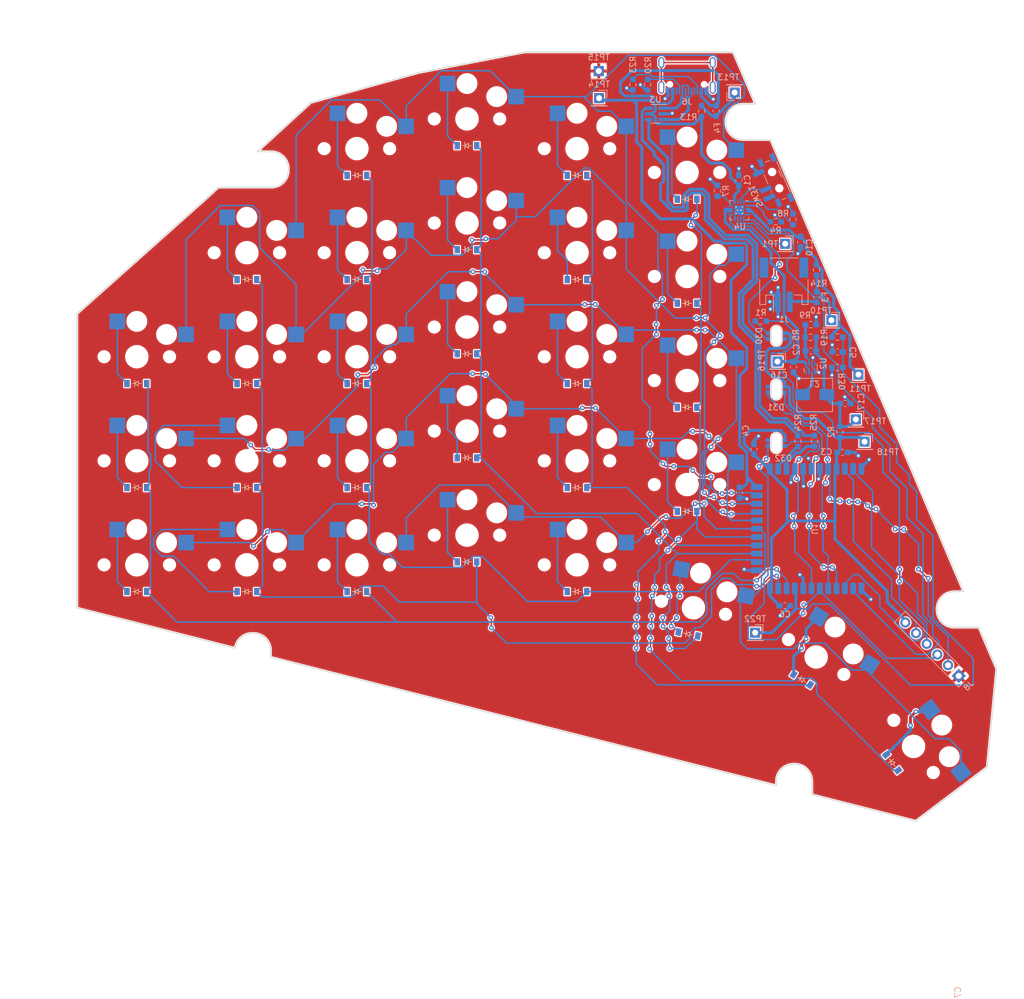
<source format=kicad_pcb>
(kicad_pcb (version 20221018) (generator pcbnew)
  (title_block (title "grapto-v3w-left") (rev "v1.0.0") (company "Unknown"))
  (layers (0 "F.Cu" signal) (31 "B.Cu" signal) (34 "B.Paste" user) (35 "F.Paste" user) (36 "B.SilkS" user "B.Silkscreen") (37 "F.SilkS" user "F.Silkscreen") (38 "B.Mask" user) (39 "F.Mask" user) (44 "Edge.Cuts" user))
  (net 0 "")
  (net 1 "col5row3")
  (net 2 "row3")
  (net 3 "col5row2")
  (net 4 "row2")
  (net 5 "col5row1")
  (net 6 "row1")
  (net 7 "col4row3")
  (net 8 "col4row2")
  (net 9 "col4row1")
  (net 10 "col4row0")
  (net 11 "row0")
  (net 12 "col5row4")
  (net 13 "row4")
  (net 14 "col3row3")
  (net 15 "col3row2")
  (net 16 "col3row1")
  (net 17 "col3row0")
  (net 18 "col4row4")
  (net 19 "col2row3")
  (net 20 "col2row2")
  (net 21 "col2row1")
  (net 22 "col2row0")
  (net 23 "col3row4")
  (net 24 "col1row3")
  (net 25 "col1row2")
  (net 26 "col1row1")
  (net 27 "col1row0")
  (net 28 "col0row3")
  (net 29 "col0row2")
  (net 30 "col0row1")
  (net 31 "col0row0")
  (net 32 "col2row4")
  (net 33 "col1row4")
  (net 34 "col0row4")
  (net 35 "col5")
  (net 36 "col4")
  (net 37 "col3")
  (net 38 "col2")
  (net 39 "col1")
  (net 40 "col0")
  (net 41 "/controller/vusb")
  (net 42 "sysgnd")
  (net 43 "Net-(C17-Pad1)")
  (net 44 "Net-(U2-FB)")
  (net 45 "/controller/vdd")
  (net 46 "/controller/low_batt")
  (net 47 "/controller/BatteryManagement/bat_fused")
  (net 48 "Net-(D30-RK)")
  (net 49 "/controller/chg_led")
  (net 52 "/controller/bat_lvl1")
  (net 53 "/controller/bat_lvl2")
  (net 55 "/controller/status1")
  (net 56 "/controller/status2")
  (net 57 "/controller/BatteryManagement/bat+")
  (net 58 "Net-(F3-Pad2)")
  (net 59 "vbus_no_fuse")
  (net 60 "Net-(F4-Pad2)")
  (net 61 "cc1")
  (net 62 "usb1_p")
  (net 63 "usb1_n")
  (net 65 "cc2")
  (net 67 "/controller/chassi")
  (net 68 "/controller/reset")
  (net 69 "/controller/swdclk")
  (net 70 "/controller/swdio")
  (net 71 "Net-(U2-SW)")
  (net 72 "/controller/fast_chg_led")
  (net 73 "Net-(U4-TS)")
  (net 74 "Net-(U4-ILIM)")
  (net 75 "Net-(U4-ISET)")
  (net 76 "USB_N")
  (net 77 "USB_P")
  (net 78 "Net-(SW31-B)")
  (net 80 "Net-(U4-~{PGOOD})")
  (net 81 "/controller/fast_chg")
  (net 85 "USB0_N")
  (net 86 "USB0_P")
  (net 87 "vsys")
  (footprint "ComboDiode" (layer "F.Cu") (at 314 184.5)
    (fp_text reference "D105" hide)
    (fp_text value "" hide)
  )
  (footprint "PG1350" (layer "F.Cu") (at 314 180)
    (fp_text reference "S18" hide)
    (fp_text value "" hide)
  )
  (footprint "PG1350" (layer "F.Cu") (at 295.5 122.5)
    (fp_text reference "S103" hide)
    (fp_text value "" hide)
  )
  (footprint "PG1350" (layer "F.Cu") (at 258.5 127.5)
    (fp_text reference "S94" hide)
    (fp_text value "" hide)
  )
  (footprint "PG1350" (layer "F.Cu") (at 354.200006 195.496761 -32.22)
    (fp_text reference "S115" hide)
    (fp_text value "" hide)
  )
  (footprint "PG1350" (layer "F.Cu") (at 277 127.5)
    (fp_text reference "S98" hide)
    (fp_text value "" hide)
  )
  (footprint "PG1350" (layer "F.Cu") (at 332.5 149)
    (fp_text reference "S111" hide)
    (fp_text value "" hide)
  )
  (footprint "PG1350" (layer "F.Cu") (at 354.200006 195.496761 -32.22)
    (fp_text reference "S28" hide)
    (fp_text value "" hide)
  )
  (footprint "ComboDiode" (layer "F.Cu") (at 277 114.5)
    (fp_text reference "D99" hide)
    (fp_text value "" hide)
  )
  (footprint "PG1350" (layer "F.Cu") (at 295.5 175)
    (fp_text reference "S13" hide)
    (fp_text value "" hide)
  )
  (footprint "ComboDiode" (layer "F.Cu") (at 332.5 136)
    (fp_text reference "D112" hide)
    (fp_text value "" hide)
  )
  (footprint "ComboDiode" (layer "F.Cu") (at 314 132)
    (fp_text reference "D108" hide)
    (fp_text value "" hide)
  )
  (footprint "PG1350" (layer "F.Cu") (at 277 180)
    (fp_text reference "S8" hide)
    (fp_text value "" hide)
  )
  (footprint "PG1350" (layer "F.Cu") (at 332.5 166.5)
    (fp_text reference "S110" hide)
    (fp_text value "" hide)
  )
  (footprint "PG1350" (layer "F.Cu") (at 240 145)
    (fp_text reference "S90" hide)
    (fp_text value "" hide)
  )
  (footprint "PG1350" (layer "F.Cu") (at 277 145)
    (fp_text reference "S97" hide)
    (fp_text value "" hide)
  )
  (footprint "PG1350" (layer "F.Cu") (at 258.5 162.5)
    (fp_text reference "S5" hide)
    (fp_text value "" hide)
  )
  (footprint "PG1350" (layer "F.Cu") (at 295.5 175)
    (fp_text reference "S100" hide)
    (fp_text value "" hide)
  )
  (footprint "PG1350" (layer "F.Cu") (at 332.5 149)
    (fp_text reference "S24" hide)
    (fp_text value "" hide)
  )
  (footprint "ComboDiode" (layer "F.Cu") (at 258.5 167)
    (fp_text reference "D92" hide)
    (fp_text value "" hide)
  )
  (footprint "ComboDiode" (layer "F.Cu") (at 277 167)
    (fp_text reference "D96" hide)
    (fp_text value "" hide)
  )
  (footprint "ComboDiode" (layer "F.Cu") (at 258.5 132)
    (fp_text reference "D94" hide)
    (fp_text value "" hide)
  )
  (footprint "PG1350" (layer "F.Cu") (at 258.5 162.5)
    (fp_text reference "S92" hide)
    (fp_text value "" hide)
  )
  (footprint "PG1350" (layer "F.Cu") (at 295.5 105)
    (fp_text reference "S104" hide)
    (fp_text value "" hide)
  )
  (footprint "PG1350" (layer "F.Cu") (at 295.5 140)
    (fp_text reference "S15" hide)
    (fp_text value "" hide)
  )
  (footprint "ComboDiode" (layer "F.Cu") (at 314 167)
    (fp_text reference "D106" hide)
    (fp_text value "" hide)
  )
  (footprint "ComboDiode" (layer "F.Cu") (at 332.5 153.5)
    (fp_text reference "D111" hide)
    (fp_text value "" hide)
  )
  (footprint "PG1350" (layer "F.Cu") (at 370.5667 210.536167 -52.94)
    (fp_text reference "S116" hide)
    (fp_text value "" hide)
  )
  (footprint "ComboDiode" (layer "F.Cu") (at 366.975678 213.248096 -52.94)
    (fp_text reference "D116" hide)
    (fp_text value "" hide)
  )
  (footprint "ComboDiode" (layer "F.Cu") (at 277 132)
    (fp_text reference "D98" hide)
    (fp_text value "" hide)
  )
  (footprint "ComboDiode" (layer "F.Cu") (at 332.5 171)
    (fp_text reference "D110" hide)
    (fp_text value "" hide)
  )
  (footprint "ComboDiode" (layer "F.Cu") (at 277 184.5)
    (fp_text reference "D95" hide)
    (fp_text value "" hide)
  )
  (footprint "PG1350" (layer "F.Cu") (at 332.5 166.5)
    (fp_text reference "S23" hide)
    (fp_text value "" hide)
  )
  (footprint "PG1350" (layer "F.Cu") (at 258.5 145)
    (fp_text reference "S6" hide)
    (fp_text value "" hide)
  )
  (footprint "PG1350" (layer "F.Cu") (at 332.5 114)
    (fp_text reference "S26" hide)
    (fp_text value "" hide)
  )
  (footprint "ComboDiode" (layer "F.Cu") (at 258.5 149.5)
    (fp_text reference "D93" hide)
    (fp_text value "" hide)
  )
  (footprint "PG1350" (layer "F.Cu") (at 333.570938 187.220653 -11.5)
    (fp_text reference "S114" hide)
    (fp_text value "" hide)
  )
  (footprint "ComboDiode" (layer "F.Cu") (at 332.5 118.5)
    (fp_text reference "D113" hide)
    (fp_text value "" hide)
  )
  (footprint "PG1350" (layer "F.Cu") (at 277 110)
    (fp_text reference "S99" hide)
    (fp_text value "" hide)
  )
  (footprint "PG1350" (layer "F.Cu") (at 314 162.5)
    (fp_text reference "S106" hide)
    (fp_text value "" hide)
  )
  (footprint "ComboDiode" (layer "F.Cu") (at 295.5 144.5)
    (fp_text reference "D102" hide)
    (fp_text value "" hide)
  )
  (footprint "PG1350" (layer "F.Cu") (at 240 162.5)
    (fp_text reference "S89" hide)
    (fp_text value "" hide)
  )
  (footprint "ComboDiode" (layer "F.Cu") (at 295.5 179.5)
    (fp_text reference "D100" hide)
    (fp_text value "" hide)
  )
  (footprint "PG1350" (layer "F.Cu") (at 240 145)
    (fp_text reference "S3" hide)
    (fp_text value "" hide)
  )
  (footprint "PG1350" (layer "F.Cu") (at 277 162.5)
    (fp_text reference "S9" hide)
    (fp_text value "" hide)
  )
  (footprint "PG1350" (layer "F.Cu") (at 295.5 157.5)
    (fp_text reference "S101" hide)
    (fp_text value "" hide)
  )
  (footprint "PG1350" (layer "F.Cu") (at 240 162.5)
    (fp_text reference "S2" hide)
    (fp_text value "" hide)
  )
  (footprint "PG1350" (layer "F.Cu") (at 295.5 157.5)
    (fp_text reference "S14" hide)
    (fp_text value "" hide)
  )
  (footprint "PG1350" (layer "F.Cu") (at 314 145)
    (fp_text reference "S107" hide)
    (fp_text value "" hide)
  )
  (footprint "PG1350" (layer "F.Cu") (at 314 110)
    (fp_text reference "S109" hide)
    (fp_text value "" hide)
  )
  (footprint "PG1350" (layer "F.Cu") (at 295.5 122.5)
    (fp_text reference "S16" hide)
    (fp_text value "" hide)
  )
  (footprint "ComboDiode" (layer "F.Cu") (at 240 167)
    (fp_text reference "D89" hide)
    (fp_text value "" hide)
  )
  (footprint "PG1350" (layer "F.Cu") (at 314 145)
    (fp_text reference "S20" hide)
    (fp_text value "" hide)
  )
  (footprint "PG1350" (layer "F.Cu") (at 314 110)
    (fp_text reference "S22" hide)
    (fp_text value "" hide)
  )
  (footprint "PG1350" (layer "F.Cu") (at 332.5 131.5)
    (fp_text reference "S112" hide)
    (fp_text value "" hide)
  )
  (footprint "ComboDiode" (layer "F.Cu") (at 295.5 109.5)
    (fp_text reference "D104" hide)
    (fp_text value "" hide)
  )
  (footprint "PG1350" (layer "F.Cu") (at 332.5 131.5)
    (fp_text reference "S25" hide)
    (fp_text value "" hide)
  )
  (footprint "PG1350" (layer "F.Cu") (at 277 145)
    (fp_text reference "S10" hide)
    (fp_text value "" hide)
  )
  (footprint "PG1350" (layer "F.Cu") (at 277 162.5)
    (fp_text reference "S96" hide)
    (fp_text value "" hide)
  )
  (footprint "ComboDiode" (layer "F.Cu") (at 277 149.5)
    (fp_text reference "D97" hide)
    (fp_text value "" hide)
  )
  (footprint "PG1350" (layer "F.Cu") (at 258.5 180)
    (fp_text reference "S4" hide)
    (fp_text value "" hide)
  )
  (footprint "ComboDiode" (layer "F.Cu") (at 258.5 184.5)
    (fp_text reference "D91" hide)
    (fp_text value "" hide)
  )
  (footprint "PG1350" (layer "F.Cu") (at 240 180)
    (fp_text reference "S1" hide)
    (fp_text value "" hide)
  )
  (footprint "PG1350" (layer "F.Cu") (at 332.5 114)
    (fp_text reference "S113" hide)
    (fp_text value "" hide)
  )
  (footprint "ComboDiode" (layer "F.Cu") (at 295.5 127)
    (fp_text reference "D103" hide)
    (fp_text value "" hide)
  )
  (footprint "PG1350" (layer "F.Cu") (at 314 127.5)
    (fp_text reference "S21" hide)
    (fp_text value "" hide)
  )
  (footprint "PG1350" (layer "F.Cu") (at 277 180)
    (fp_text reference "S95" hide)
    (fp_text value "" hide)
  )
  (footprint "ComboDiode" (layer "F.Cu") (at 314 114.5)
    (fp_text reference "D109" hide)
    (fp_text value "" hide)
  )
  (footprint "PG1350" (layer "F.Cu") (at 314 180)
    (fp_text reference "S105" hide)
    (fp_text value "" hide)
  )
  (footprint "PG1350" (layer "F.Cu") (at 295.5 105)
    (fp_text reference "S17" hide)
    (fp_text value "" hide)
  )
  (footprint "ComboDiode" (layer "F.Cu") (at 295.5 162)
    (fp_text reference "D101" hide)
    (fp_text value "" hide)
  )
  (footprint "PG1350" (layer "F.Cu") (at 240 180)
    (fp_text reference "S88" hide)
    (fp_text value "" hide)
  )
  (footprint "PG1350" (layer "F.Cu") (at 333.570938 187.220653 -11.5)
    (fp_text reference "S27" hide)
    (fp_text value "" hide)
  )
  (footprint "PG1350" (layer "F.Cu") (at 277 110)
    (fp_text reference "S12" hide)
    (fp_text value "" hide)
  )
  (footprint "ComboDiode" (layer "F.Cu") (at 240 149.5)
    (fp_text reference "D90" hide)
    (fp_text value "" hide)
  )
  (footprint "PG1350" (layer "F.Cu") (at 314 127.5)
    (fp_text reference "S108" hide)
    (fp_text value "" hide)
  )
  (footprint "ComboDiode" (layer "F.Cu") (at 332.673783 191.630315 -11.5)
    (fp_text reference "D114" hide)
    (fp_text value "" hide)
  )
  (footprint "PG1350" (layer "F.Cu") (at 277 127.5)
    (fp_text reference "S11" hide)
    (fp_text value "" hide)
  )
  (footprint "PG1350" (layer "F.Cu") (at 258.5 180)
    (fp_text reference "S91" hide)
    (fp_text value "" hide)
  )
  (footprint "PG1350" (layer "F.Cu") (at 258.5 127.5)
    (fp_text reference "S7" hide)
    (fp_text value "" hide)
  )
  (footprint "PG1350" (layer "F.Cu") (at 258.5 145)
    (fp_text reference "S93" hide)
    (fp_text value "" hide)
  )
  (footprint "PG1350" (layer "F.Cu") (at 314 162.5)
    (fp_text reference "S19" hide)
    (fp_text value "" hide)
  )
  (footprint "ComboDiode" (layer "F.Cu") (at 351.800734 199.303793 -32.22)
    (fp_text reference "D115" hide)
    (fp_text value "" hide)
  )
  (footprint "ComboDiode" (layer "F.Cu") (at 240 184.5)
    (fp_text reference "D88" hide)
    (fp_text value "" hide)
  )
  (footprint "ComboDiode" (layer "F.Cu") (at 314 149.5)
    (fp_text reference "D107" hide)
    (fp_text value "" hide)
  )
  (footprint "PG1350" (layer "F.Cu") (at 370.5667 210.536167 -52.94)
    (fp_text reference "S29" hide)
    (fp_text value "" hide)
  )
  (footprint "PG1350" (layer "F.Cu") (at 295.5 140)
    (fp_text reference "S102" hide)
    (fp_text value "" hide)
  )
  (footprint "Fuse:Fuse_0603_1608Metric_Pad1.05x0.95mm_HandSolder" (layer "B.Cu") (at 343.75 160.55 90)
    (fp_text reference "C4")
    (fp_text value "22u")
  )
  (footprint "grapto-v3w:23-23B-R6GHBHC-A01-2A" (layer "B.Cu") (at 347.5 150.52 180)
    (fp_text reference "D31")
    (fp_text value "LED_ARGB")
    (fp_line (start -0.85 -0.8) (end -0.85 0.85) (stroke (width 0.12)) (layer "Edge.Cuts"))
    (fp_line (start 0.85 -0.8) (end 0.85 0.85) (stroke (width 0.12)) (layer "Edge.Cuts"))
    (fp_arc (start -0.85 -0.8) (mid 0 -1.65) (end 0.85 -0.8) (stroke (width 0.12)) (layer "Edge.Cuts"))
    (fp_arc (start 0.85 0.85) (mid 0 1.7) (end -0.85 0.85) (stroke (width 0.12)) (layer "Edge.Cuts"))
  )
  (footprint "Resistor_SMD:R_0603_1608Metric_Pad0.98x0.95mm_HandSolder" (layer "B.Cu") (at 357.76 146.8 180)
    (fp_text reference "R30")
    (fp_text value "3M")
  )
  (footprint "Fuse:Fuse_0603_1608Metric_Pad1.05x0.95mm_HandSolder" (layer "B.Cu") (at 358.62 161.09)
    (fp_text reference "C3")
    (fp_text value "22u")
  )
  (footprint "Resistor_SMD:R_0603_1608Metric_Pad0.98x0.95mm_HandSolder" (layer "B.Cu") (at 353.91 159.17 -90)
    (fp_text reference "R25")
    (fp_text value "22")
  )
  (footprint "Connector_PinHeader_2.54mm:PinHeader_1x01_P2.54mm_Vertical" (layer "B.Cu") (at 347.7 145.8 180)
    (fp_text reference "TP16")
    (fp_text value "TestPoint")
  )
  (footprint "Resistor_SMD:R_0603_1608Metric_Pad0.98x0.95mm_HandSolder" (layer "B.Cu") (at 354.26 130.4 90)
    (fp_text reference "R14")
    (fp_text value "0.01m")
  )
  (footprint "grapto-v3w:SW_SK-3296S-01-L2" (layer "B.Cu") (at 347.1 115.43 -66.2)
    (fp_text reference "SW31")
    (fp_text value "SW_SPDT")
  )
  (footprint "Package_DFN_QFN:VQFN-16-1EP_3x3mm_P0.5mm_EP1.6x1.6mm" (layer "B.Cu") (at 341.2625 120.35 180)
    (fp_text reference "U4")
    (fp_text value "BQ24075RGT")
  )
  (footprint "Fuse:Fuse_0603_1608Metric_Pad1.05x0.95mm_HandSolder" (layer "B.Cu") (at 354.29 134.97 90)
    (fp_text reference "F3")
    (fp_text value "Polyfuse")
  )
  (footprint "grapto-v3w:23-23B-R6GHBHC-A01-2A" (layer "B.Cu") (at 347.5 159.535 180)
    (fp_text reference "D32")
    (fp_text value "LED_ARGB")
    (fp_line (start -0.85 -0.8) (end -0.85 0.85) (stroke (width 0.12)) (layer "Edge.Cuts"))
    (fp_line (start 0.85 -0.8) (end 0.85 0.85) (stroke (width 0.12)) (layer "Edge.Cuts"))
    (fp_arc (start -0.85 -0.8) (mid 0 -1.65) (end 0.85 -0.8) (stroke (width 0.12)) (layer "Edge.Cuts"))
    (fp_arc (start 0.85 0.85) (mid 0 1.7) (end -0.85 0.85) (stroke (width 0.12)) (layer "Edge.Cuts"))
  )
  (footprint "Resistor_SMD:R_0603_1608Metric_Pad0.98x0.95mm_HandSolder" (layer "B.Cu") (at 358.17 157.65 -90)
    (fp_text reference "R2")
    (fp_text value "0.01m")
  )
  (footprint "grapto-v3w:MHCI05020-R47M-R8" (layer "B.Cu") (at 353.95 151.38)
    (fp_text reference "L2")
    (fp_text value "470n")
  )
  (footprint "Capacitor_SMD:C_0603_1608Metric_Pad1.08x0.95mm_HandSolder" (layer "B.Cu") (at 357.8 144.2 180)
    (fp_text reference "C5")
    (fp_text value ".1u")
  )
  (footprint "Connector_PinHeader_2.54mm:PinHeader_1x01_P2.54mm_Vertical" (layer "B.Cu") (at 340.5 100.56)
    (fp_text reference "TP13")
    (fp_text value "TestPoint")
  )
  (footprint "Fuse:Fuse_0603_1608Metric_Pad1.05x0.95mm_HandSolder" (layer "B.Cu") (at 341.3 167.85 -90)
    (fp_text reference "C7")
    (fp_text value "22u")
  )
  (footprint "Fuse:Fuse_0603_1608Metric_Pad1.05x0.95mm_HandSolder" (layer "B.Cu") (at 350.38 146.73 -90)
    (fp_text reference "C16")
    (fp_text value "22u")
  )
  (footprint "Connector_USB:USB_C_Receptacle_G-Switch_GT-USB-7010ASV" (layer "B.Cu") (at 332.49 96.595)
    (fp_text reference "J6")
    (fp_text value "USB_C_Receptacle_USB2.0")
  )
  (footprint "Resistor_SMD:R_0603_1608Metric_Pad0.98x0.95mm_HandSolder" (layer "B.Cu") (at 350.3 121.9 90)
    (fp_text reference "R8")
    (fp_text value "2.2K")
  )
  (footprint "Connector_PinHeader_2.54mm:PinHeader_1x01_P2.54mm_Vertical" (layer "B.Cu") (at 349 126 180)
    (fp_text reference "TP1")
    (fp_text value "TestPoint")
  )
  (footprint "Resistor_SMD:R_0603_1608Metric_Pad0.98x0.95mm_HandSolder" (layer "B.Cu") (at 337.6 117.1 90)
    (fp_text reference "R7")
    (fp_text value "3.3K")
  )
  (footprint "grapto-v3w:23-23B-R6GHBHC-A01-2A" (layer "B.Cu") (at 347.51 141.52 180)
    (fp_text reference "D30")
    (fp_text value "LED_ARGB")
    (fp_line (start -0.85 -0.8) (end -0.85 0.85) (stroke (width 0.12)) (layer "Edge.Cuts"))
    (fp_line (start 0.85 -0.8) (end 0.85 0.85) (stroke (width 0.12)) (layer "Edge.Cuts"))
    (fp_arc (start -0.85 -0.8) (mid 0 -1.65) (end 0.85 -0.8) (stroke (width 0.12)) (layer "Edge.Cuts"))
    (fp_arc (start 0.85 0.85) (mid 0 1.7) (end -0.85 0.85) (stroke (width 0.12)) (layer "Edge.Cuts"))
  )
  (footprint "Connector_PinHeader_2.54mm:PinHeader_1x01_P2.54mm_Vertical" (layer "B.Cu") (at 356.76 138.86 180)
    (fp_text reference "TP10")
    (fp_text value "TestPoint")
  )
  (footprint "Connector_PinHeader_2.54mm:PinHeader_1x01_P2.54mm_Vertical" (layer "B.Cu") (at 317.7 101.5 180)
    (fp_text reference "TP14")
    (fp_text value "TestPoint")
  )
  (footprint "Connector_PinHeader_2.54mm:PinHeader_1x01_P2.54mm_Vertical" (layer "B.Cu") (at 317.65 96.95 180)
    (fp_text reference "TP15")
    (fp_text value "TestPoint")
  )
  (footprint "Resistor_SMD:R_0603_1608Metric_Pad0.98x0.95mm_HandSolder" (layer "B.Cu") (at 353.2875 141.73 180)
    (fp_text reference "R5")
    (fp_text value "453k")
  )
  (footprint "Resistor_SMD:R_0603_1608Metric_Pad0.98x0.95mm_HandSolder" (layer "B.Cu") (at 344.8875 139 180)
    (fp_text reference "R1")
    (fp_text value "62")
  )
  (footprint "grapto-v3w:ACN52840" (layer "B.Cu") (at 353.42 173.92 90)
    (fp_text reference "U1")
    (fp_text value "ACN52840")
  )
  (footprint "Fuse:Fuse_0603_1608Metric_Pad1.05x0.95mm_HandSolder" (layer "B.Cu") (at 348.935 186.88)
    (fp_text reference "C6")
    (fp_text value "22u")
  )
  (footprint "Package_DFN_QFN:Texas_VSON-HR-8_1.5x2mm_P0.5mm" (layer "B.Cu") (at 353.265 146.91 -90)
    (fp_text reference "U2")
    (fp_text value "TPS62822DLC")
  )
  (footprint "Resistor_SMD:R_0603_1608Metric_Pad0.98x0.95mm_HandSolder" (layer "B.Cu") (at 353.3 139.6)
    (fp_text reference "R9")
    (fp_text value "100k")
  )
  (footprint "Resistor_SMD:R_0603_1608Metric_Pad0.98x0.95mm_HandSolder" (layer "B.Cu") (at 347.4 122.3)
    (fp_text reference "R4")
    (fp_text value "10K")
  )
  (footprint "Capacitor_SMD:C_0603_1608Metric_Pad1.08x0.95mm_HandSolder" (layer "B.Cu") (at 341.2 115.3375 90)
    (fp_text reference "C1")
    (fp_text value "1u")
  )
  (footprint "Connector_PinHeader_2.54mm:PinHeader_1x01_P2.54mm_Vertical" (layer "B.Cu") (at 343.94 191.41 180)
    (fp_text reference "TP22")
    (fp_text value "~")
  )
  (footprint "Resistor_SMD:R_0603_1608Metric_Pad0.98x0.95mm_HandSolder" (layer "B.Cu") (at 323.4 99.25 -90)
    (fp_text reference "R23")
    (fp_text value "5.1k")
  )
  (footprint "Package_TO_SOT_SMD:SOT-23-6" (layer "B.Cu") (at 327.2 104.15 180)
    (fp_text reference "U3")
    (fp_text value "USBLC6-2SC6")
  )
  (footprint "Fuse:Fuse_0603_1608Metric_Pad1.05x0.95mm_HandSolder" (layer "B.Cu") (at 337.38 103.64 -90)
    (fp_text reference "F4")
    (fp_text value "Polyfuse")
  )
  (footprint "Fuse:Fuse_0603_1608Metric_Pad1.05x0.95mm_HandSolder" (layer "B.Cu") (at 353.305 144.01 180)
    (fp_text reference "C2")
    (fp_text value "120p")
  )
  (footprint "Connector_PinHeader_2.54mm:PinHeader_1x01_P2.54mm_Vertical" (layer "B.Cu") (at 362.33 159.29 180)
    (fp_text reference "TP18")
    (fp_text value "TestPoint")
  )
  (footprint "Connector_PinHeader_2.54mm:PinHeader_1x01_P2.54mm_Vertical" (layer "B.Cu") (at 360.87 155.53 180)
    (fp_text reference "TP17")
    (fp_text value "TestPoint")
  )
  (footprint "Resistor_SMD:R_0603_1608Metric_Pad0.98x0.95mm_HandSolder" (layer "B.Cu") (at 334.93 103.7 -90)
    (fp_text reference "R13")
    (fp_text value "0.01m")
  )
  (footprint "Connector_PinHeader_2.54mm:PinHeader_1x01_P2.54mm_Vertical" (layer "B.Cu") (at 361.3 148 180)
    (fp_text reference "TP11")
    (fp_text value "TestPoint")
  )
  (footprint "Connector_PinHeader_2.54mm:PinHeader_1x06_P2.54mm_Vertical" (layer "B.Cu") (at 378.166051 198.676051 45)
    (fp_text reference "J8")
    (fp_text value "Conn_01x06_Male")
  )
  (footprint "Connector_JST:JST_PH_S2B-PH-SM4-TB_1x02-1MP_P2.00mm_Horizontal" (layer "B.Cu") (at 348.77 132.91)
    (fp_text reference "J1")
    (fp_text value "Conn_01x02_Female")
  )
  (footprint "Fuse:Fuse_0603_1608Metric_Pad1.05x0.95mm_HandSolder" (layer "B.Cu") (at 359.08 152.87)
    (fp_text reference "C17")
    (fp_text value "22u")
  )
  (footprint "Resistor_SMD:R_0603_1608Metric_Pad0.98x0.95mm_HandSolder" (layer "B.Cu") (at 325.86 99.24 -90)
    (fp_text reference "R20")
    (fp_text value "5.1k")
  )
  (footprint "Resistor_SMD:R_0603_1608Metric_Pad0.98x0.95mm_HandSolder" (layer "B.Cu") (at 357.77 141.7)
    (fp_text reference "R19")
    (fp_text value "1M2")
  )
  (footprint "Fuse:Fuse_0603_1608Metric_Pad1.05x0.95mm_HandSolder" (layer "B.Cu") (at 351.6 125.7 -90)
    (fp_text reference "C10")
    (fp_text value "22u")
  )
  (footprint "Resistor_SMD:R_0603_1608Metric_Pad0.98x0.95mm_HandSolder" (layer "B.Cu") (at 351.13 159.19 -90)
    (fp_text reference "R24")
    (fp_text value "22")
  )
  (gr_arc (start 259.6 191.5) (mid 261.65061 192.34939) (end 262.5 194.4) (stroke (width 0.15)) (layer "Edge.Cuts"))
  (gr_line (start 305.25 93.75) (end 340.25 93.75) (stroke (width 0.15)) (layer "Edge.Cuts"))
  (gr_arc (start 374.5 187.4) (mid 375.34939 185.34939) (end 377.4 184.5) (stroke (width 0.15)) (layer "Edge.Cuts"))
  (gr_line (start 287.25 97.25) (end 305.25 93.75) (stroke (width 0.15)) (layer "Edge.Cuts"))
  (gr_line (start 374.5 187.4) (end 374.5 187.6) (stroke (width 0.15)) (layer "Edge.Cuts"))
  (gr_line (start 381.540427 190.5) (end 384.52349 197.489788) (stroke (width 0.15)) (layer "Edge.Cuts"))
  (gr_line (start 343.984276 102.5) (end 341.9 102.5) (stroke (width 0.15)) (layer "Edge.Cuts"))
  (gr_arc (start 347.5 216.4) (mid 348.34939 214.34939) (end 350.4 213.5) (stroke (width 0.15)) (layer "Edge.Cuts"))
  (gr_arc (start 256.527145 194.004142) (mid 257.49448 192.213909) (end 259.4 191.5) (stroke (width 0.15)) (layer "Edge.Cuts"))
  (gr_line (start 346.544923 108.5) (end 378.979781 184.5) (stroke (width 0.15)) (layer "Edge.Cuts"))
  (gr_line (start 256.527145 194.004142) (end 229.95 187.25) (stroke (width 0.15)) (layer "Edge.Cuts"))
  (gr_line (start 259.6 191.5) (end 259.4 191.5) (stroke (width 0.15)) (layer "Edge.Cuts"))
  (gr_arc (start 339 105.4) (mid 339.84939 103.34939) (end 341.9 102.5) (stroke (width 0.15)) (layer "Edge.Cuts"))
  (gr_arc (start 265.5 113.6) (mid 264.65061 115.65061) (end 262.6 116.5) (stroke (width 0.15)) (layer "Edge.Cuts"))
  (gr_arc (start 341.9 108.5) (mid 339.84939 107.65061) (end 339 105.6) (stroke (width 0.15)) (layer "Edge.Cuts"))
  (gr_line (start 253.704545 116.5) (end 262.6 116.5) (stroke (width 0.15)) (layer "Edge.Cuts"))
  (gr_line (start 260.25 110.5) (end 269.25 102.25) (stroke (width 0.15)) (layer "Edge.Cuts"))
  (gr_line (start 377.4 190.5) (end 381.540427 190.5) (stroke (width 0.15)) (layer "Edge.Cuts"))
  (gr_line (start 341.9 108.5) (end 346.544923 108.5) (stroke (width 0.15)) (layer "Edge.Cuts"))
  (gr_line (start 229.95 187.25) (end 229.95 137.75) (stroke (width 0.15)) (layer "Edge.Cuts"))
  (gr_line (start 382.928411 214.045171) (end 370.958338 223.084937) (stroke (width 0.15)) (layer "Edge.Cuts"))
  (gr_arc (start 350.6 213.5) (mid 352.65061 214.34939) (end 353.5 216.4) (stroke (width 0.15)) (layer "Edge.Cuts"))
  (gr_line (start 347.5 217.123388) (end 262.5 195.522044) (stroke (width 0.15)) (layer "Edge.Cuts"))
  (gr_line (start 384.52349 197.489788) (end 382.928411 214.045171) (stroke (width 0.15)) (layer "Edge.Cuts"))
  (gr_line (start 353.5 218.648189) (end 353.5 216.4) (stroke (width 0.15)) (layer "Edge.Cuts"))
  (gr_line (start 262.5 195.522044) (end 262.5 194.4) (stroke (width 0.15)) (layer "Edge.Cuts"))
  (gr_line (start 251.25 118.75) (end 253.704545 116.5) (stroke (width 0.15)) (layer "Edge.Cuts"))
  (gr_arc (start 262.6 110.5) (mid 264.65061 111.34939) (end 265.5 113.4) (stroke (width 0.15)) (layer "Edge.Cuts"))
  (gr_line (start 347.5 216.4) (end 347.5 217.123388) (stroke (width 0.15)) (layer "Edge.Cuts"))
  (gr_line (start 339 105.4) (end 339 105.6) (stroke (width 0.15)) (layer "Edge.Cuts"))
  (gr_line (start 269.25 102.25) (end 287.25 97.25) (stroke (width 0.15)) (layer "Edge.Cuts"))
  (gr_line (start 350.6 213.5) (end 350.4 213.5) (stroke (width 0.15)) (layer "Edge.Cuts"))
  (gr_line (start 340.25 93.75) (end 343.984276 102.5) (stroke (width 0.15)) (layer "Edge.Cuts"))
  (gr_line (start 229.95 137.75) (end 251.25 118.75) (stroke (width 0.15)) (layer "Edge.Cuts"))
  (gr_line (start 262.6 110.5) (end 260.25 110.5) (stroke (width 0.15)) (layer "Edge.Cuts"))
  (gr_arc (start 377.4 190.5) (mid 375.34939 189.65061) (end 374.5 187.6) (stroke (width 0.15)) (layer "Edge.Cuts"))
  (gr_line (start 378.979781 184.5) (end 377.4 184.5) (stroke (width 0.15)) (layer "Edge.Cuts"))
  (gr_line (start 370.958338 223.084937) (end 353.5 218.648189) (stroke (width 0.15)) (layer "Edge.Cuts"))
  (gr_line (start 265.5 113.6) (end 265.5 113.4) (stroke (width 0.15)) (layer "Edge.Cuts"))
  (segment (start 238.35 184.5) (end 236.725 182.875) (width 0.25) (layer "B.Cu") (net 1))
  (segment (start 236.725 182.875) (end 236.725 174.05) (width 0.25) (layer "B.Cu") (net 1))
  (segment (start 336.175 158.325) (end 335.4 157.55) (width 0.25) (layer "F.Cu") (net 2))
  (segment (start 261.95 174.5) (end 259.6 176.85) (width 0.25) (layer "F.Cu") (net 2))
  (segment (start 279.6 169.75) (end 279.8 169.95) (width 0.25) (layer "F.Cu") (net 2))
  (segment (start 296.45 147.85) (end 298.5 147.85) (width 0.25) (layer "F.Cu") (net 2))
  (segment (start 277.8 169.75) (end 279.6 169.75) (width 0.25) (layer "F.Cu") (net 2))
  (segment (start 298.5 147.85) (end 298.6 147.95) (width 0.25) (layer "F.Cu") (net 2))
  (segment (start 261.95 174.45) (end 261.95 174.5) (width 0.25) (layer "F.Cu") (net 2))
  (segment (start 335.4 157.55) (end 333.45 157.55) (width 0.25) (layer "F.Cu") (net 2))
  (segment (start 314.9 153.6) (end 317.1 153.6) (width 0.25) (layer "F.Cu") (net 2))
  (via (at 317.1 153.6) (size 0.8) (drill 0.4) (layers "F.Cu" "B.Cu") (net 2))
  (via (at 336.175 158.325) (size 0.8) (drill 0.4) (layers "F.Cu" "B.Cu") (net 2))
  (via (at 298.6 147.95) (size 0.8) (drill 0.4) (layers "F.Cu" "B.Cu") (net 2))
  (via (at 296.45 147.85) (size 0.8) (drill 0.4) (layers "F.Cu" "B.Cu") (net 2))
  (via (at 277.8 169.75) (size 0.8) (drill 0.4) (layers "F.Cu" "B.Cu") (net 2))
  (via (at 261.95 174.45) (size 0.8) (drill 0.4) (layers "F.Cu" "B.Cu") (net 2))
  (via (at 333.45 157.55) (size 0.8) (drill 0.4) (layers "F.Cu" "B.Cu") (net 2))
  (via (at 314.9 153.6) (size 0.8) (drill 0.4) (layers "F.Cu" "B.Cu") (net 2))
  (via (at 279.8 169.95) (size 0.8) (drill 0.4) (layers "F.Cu" "B.Cu") (net 2))
  (via (at 259.6 176.85) (size 0.8) (drill 0.4) (layers "F.Cu" "B.Cu") (net 2))
  (segment (start 259 176.25) (end 248.275 176.25) (width 0.25) (layer "B.Cu") (net 2))
  (segment (start 285.275 158.75) (end 285.275 155.25) (width 0.25) (layer "B.Cu") (net 2))
  (segment (start 266.775 176.25) (end 273.275 169.75) (width 0.25) (layer "B.Cu") (net 2))
  (segment (start 339.2254 167.1846) (end 339.38 167.03) (width 0.25) (layer "B.Cu") (net 2))
  (segment (start 303.775 153.125) (end 303.775 153.75) (width 0.25) (layer "B.Cu") (net 2))
  (segment (start 339.2254 171.8254) (end 339.2254 171.149695) (width 0.25) (layer "B.Cu") (net 2))
  (segment (start 279.8 163.08) (end 281.82 161.06) (width 0.25) (layer "B.Cu") (net 2))
  (segment (start 314.75 153.75) (end 314.9 153.6) (width 0.25) (layer "B.Cu") (net 2))
  (segment (start 317.1 153.6) (end 317.125 153.6) (width 0.25) (layer "B.Cu") (net 2))
  (segment (start 344.22 172.52) (end 339.92 172.52) (width 0.25) (layer "B.Cu") (net 2))
  (segment (start 292.675 147.85) (end 296.45 147.85) (width 0.25) (layer "B.Cu") (net 2))
  (segment (start 273.275 169.75) (end 277.8 169.75) (width 0.25) (layer "B.Cu") (net 2))
  (segment (start 303.775 153.75) (end 314.75 153.75) (width 0.25) (layer "B.Cu") (net 2))
  (segment (start 339.2254 170.840495) (end 339.2254 167.1846) (width 0.25) (layer "B.Cu") (net 2))
  (segment (start 317.125 153.6) (end 322.275 158.75) (width 0.25) (layer "B.Cu") (net 2))
  (segment (start 282.965 161.06) (end 285.275 158.75) (width 0.25) (layer "B.Cu") (net 2))
  (segment (start 266.775 176.25) (end 264.615 174.09) (width 0.25) (layer "B.Cu") (net 2))
  (segment (start 262.31 174.09) (end 261.95 174.45) (width 0.25) (layer "B.Cu") (net 2))
  (segment (start 331.55 158.75) (end 332.75 157.55) (width 0.25) (layer "B.Cu") (net 2))
  (segment (start 339.92 172.52) (end 339.2254 171.8254) (width 0.25) (layer "B.Cu") (net 2))
  (segment (start 298.6 147.95) (end 303.775 153.125) (width 0.25) (layer "B.Cu") (net 2))
  (segment (start 281.82 161.06) (end 282.965 161.06) (width 0.25) (layer "B.Cu") (net 2))
  (segment (start 332.75 157.55) (end 333.45 157.55) (width 0.25) (layer "B.Cu") (net 2))
  (segment (start 259.6 176.85) (end 259 176.25) (width 0.25) (layer "B.Cu") (net 2))
  (segment (start 339.2254 171.149695) (end 339.38 170.995095) (width 0.25) (layer "B.Cu") (net 2))
  (segment (start 285.275 155.25) (end 292.675 147.85) (width 0.25) (layer "B.Cu") (net 2))
  (segment (start 279.8 169.95) (end 279.8 163.08) (width 0.25) (layer "B.Cu") (net 2))
  (segment (start 264.615 174.09) (end 262.31 174.09) (width 0.25) (layer "B.Cu") (net 2))
  (segment (start 322.275 158.75) (end 331.55 158.75) (width 0.25) (layer "B.Cu") (net 2))
  (segment (start 336.175 158.325) (end 340.6 162.75) (width 0.25) (layer "B.Cu") (net 2))
  (segment (start 340.6 162.75) (end 340.775 162.75) (width 0.25) (layer "B.Cu") (net 2))
  (segment (start 339.38 164.145) (end 340.775 162.75) (width 0.25) (layer "B.Cu") (net 2))
  (segment (start 339.38 167.03) (end 339.38 164.145) (width 0.25) (layer "B.Cu") (net 2))
  (segment (start 339.38 170.995095) (end 339.2254 170.840495) (width 0.25) (layer "B.Cu") (net 2))
  (segment (start 236.725 165.375) (end 236.725 156.55) (width 0.25) (layer "B.Cu") (net 3))
  (segment (start 238.35 167) (end 236.725 165.375) (width 0.25) (layer "B.Cu") (net 3))
  (segment (start 277.15 148) (end 278.8 148) (width 0.25) (layer "F.Cu") (net 4))
  (segment (start 335.5445 140.5) (end 334.0955 140.5) (width 0.25) (layer "F.Cu") (net 4))
  (segment (start 259.9 160.6) (end 259.15 159.85) (width 0.25) (layer "F.Cu") (net 4))
  (segment (start 336.55 159.95) (end 337.7 158.8) (width 0.25) (layer "F.Cu") (net 4))
  (segment (start 338.5014 171.0743) (end 338.8771 171.45) (width 0.25) (layer "F.Cu") (net 4))
  (segment (start 336.55 160.15) (end 336.55 159.95) (width 0.25) (layer "F.Cu") (net 4))
  (segment (start 338.8771 171.45) (end 339.9504 171.45) (width 0.25) (layer "F.Cu") (net 4))
  (segment (start 296.5 130.7) (end 298.5 130.7) (width 0.25) (layer "F.Cu") (net 4))
  (segment (start 278.8 148) (end 280 146.8) (width 0.25) (layer "F.Cu") (net 4))
  (segment (start 262.15 160.6) (end 259.9 160.6) (width 0.25) (layer "F.Cu") (net 4))
  (segment (start 315.3 136.2) (end 317.05 136.2) (width 0.25) (layer "F.Cu") (net 4))
  (via (at 336.55 160.15) (size 0.8) (drill 0.4) (layers "F.Cu" "B.Cu") (net 4))
  (via (at 259.15 159.85) (size 0.8) (drill 0.4) (layers "F.Cu" "B.Cu") (net 4))
  (via (at 298.5 130.7) (size 0.8) (drill 0.4) (layers "F.Cu" "B.Cu") (net 4))
  (via (at 296.5 130.7) (size 0.8) (drill 0.4) (layers "F.Cu" "B.Cu") (net 4))
  (via (at 315.3 136.2) (size 0.8) (drill 0.4) (layers "F.Cu" "B.Cu") (net 4))
  (via (at 334.0955 140.5) (size 0.8) (drill 0.4) (layers "F.Cu" "B.Cu") (net 4))
  (via (at 338.5014 171.0743) (size 0.8) (drill 0.4) (layers "F.Cu" "B.Cu") (net 4))
  (via (at 339.9504 171.45) (size 0.8) (drill 0.4) (layers "F.Cu" "B.Cu") (net 4))
  (via (at 262.15 160.6) (size 0.8) (drill 0.4) (layers "F.Cu" "B.Cu") (net 4))
  (via (at 280 146.8) (size 0.8) (drill 0.4) (layers "F.Cu" "B.Cu") (net 4))
  (via (at 317.05 136.2) (size 0.8) (drill 0.4) (layers "F.Cu" "B.Cu") (net 4))
  (via (at 335.5445 140.5) (size 0.8) (drill 0.4) (layers "F.Cu" "B.Cu") (net 4))
  (via (at 277.15 148) (size 0.8) (drill 0.4) (layers "F.Cu" "B.Cu") (net 4))
  (via (at 337.7 158.8) (size 0.8) (drill 0.4) (layers "F.Cu" "B.Cu") (net 4))
  (segment (start 298.5 130.975) (end 303.775 136.25) (width 0.25) (layer "B.Cu") (net 4))
  (segment (start 335.5445 140.5) (end 336.025 140.5) (width 0.25) (layer "B.Cu") (net 4))
  (segment (start 258.05 158.75) (end 248.275 158.75) (width 0.25) (layer "B.Cu") (net 4))
  (segment (start 323.025 140.5) (end 322.275 141.25) (width 0.25) (layer "B.Cu") (net 4))
  (segment (start 264.795 160.73) (end 262.28 160.73) (width 0.25) (layer "B.Cu") (net 4))
  (segment (start 277.15 149.925) (end 277.15 148) (width 0.25) (layer "B.Cu") (net 4))
  (segment (start 340.775 155.725) (end 340.775 145.25) (width 0.25) (layer "B.Cu") (net 4))
  (segment (start 336.15 168.475305) (end 336.15 167.02008) (width 0.25) (layer "B.Cu") (net 4))
  (segment (start 259.15 159.85) (end 258.05 158.75) (width 0.25) (layer "B.Cu") (net 4))
  (segment (start 317.05 136.2) (end 317.225 136.2) (width 0.25) (layer "B.Cu") (net 4))
  (segment (start 298.5 130.7) (end 298.5 130.975) (width 0.25) (layer "B.Cu") (net 4))
  (segment (start 303.775 136.25) (end 315.25 136.25) (width 0.25) (layer "B.Cu") (net 4))
  (segment (start 292.325 130.7) (end 296.5 130.7) (width 0.25) (layer "B.Cu") (net 4))
  (segment (start 268.325 158.75) (end 277.15 149.925) (width 0.25) (layer "B.Cu") (net 4))
  (segment (start 336.075 169.425) (end 336.075 169.399695) (width 0.25) (layer "B.Cu") (net 4))
  (segment (start 335.47 166.34008) (end 335.47 161.23) (width 0.25) (layer "B.Cu") (net 4))
  (segment (start 335.47 161.23) (end 336.55 160.15) (width 0.25) (layer "B.Cu") (net 4))
  (segment (start 285.275 141.25) (end 285.275 137.75) (width 0.25) (layer "B.Cu") (net 4))
  (segment (start 338.5014 171.0743) (end 337.7243 171.0743) (width 0.25) (layer "B.Cu") (net 4))
  (segment (start 337.7 158.8) (end 340.775 155.725) (width 0.25) (layer "B.Cu") (net 4))
  (segment (start 339.9504 171.45) (end 340.0004 171.4) (width 0.25) (layer "B.Cu") (net 4))
  (segment (start 262.28 160.73) (end 262.15 160.6) (width 0.25) (layer "B.Cu") (net 4))
  (segment (start 283.575 142.95) (end 285.275 141.25) (width 0.25) (layer "B.Cu") (net 4))
  (segment (start 282.11 143.3) (end 282.607307 143.3) (width 0.25) (layer "B.Cu") (net 4))
  (segment (start 317.225 136.2) (end 322.275 141.25) (width 0.25) (layer "B.Cu") (net 4))
  (segment (start 336.075 169.399695) (end 335.650305 168.975) (width 0.25) (layer "B.Cu") (net 4))
  (segment (start 336.15 167.02008) (end 335.47 166.34008) (width 0.25) (layer "B.Cu") (net 4))
  (segment (start 266.775 158.75) (end 268.325 158.75) (width 0.25) (layer "B.Cu") (net 4))
  (segment (start 343.94 171.4) (end 344.22 171.12) (width 0.25) (layer "B.Cu") (net 4))
  (segment (start 280 146.8) (end 280 145.41) (width 0.25) (layer "B.Cu") (net 4))
  (segment (start 282.957307 142.95) (end 283.575 142.95) (width 0.25) (layer "B.Cu") (net 4))
  (segment (start 266.775 158.75) (end 264.795 160.73) (width 0.25) (layer "B.Cu") (net 4))
  (segment (start 282.607307 143.3) (end 282.957307 142.95) (width 0.25) (layer "B.Cu") (net 4))
  (segment (start 280 145.41) (end 282.11 143.3) (width 0.25) (layer "B.Cu") (net 4))
  (segment (start 315.25 136.25) (end 315.3 136.2) (width 0.25) (layer "B.Cu") (net 4))
  (segment (start 335.650305 168.975) (end 336.15 168.475305) (width 0.25) (layer "B.Cu") (net 4))
  (segment (start 285.275 137.75) (end 292.325 130.7) (width 0.25) (layer "B.Cu") (net 4))
  (segment (start 336.025 140.5) (end 340.775 145.25) (width 0.25) (layer "B.Cu") (net 4))
  (segment (start 334.0955 140.5) (end 323.025 140.5) (width 0.25) (layer "B.Cu") (net 4))
  (segment (start 340.0004 171.4) (end 343.94 171.4) (width 0.25) (layer "B.Cu") (net 4))
  (segment (start 337.7243 171.0743) (end 336.075 169.425) (width 0.25) (layer "B.Cu") (net 4))
  (segment (start 236.725 147.875) (end 236.725 139.05) (width 0.25) (layer "B.Cu") (net 5))
  (segment (start 238.35 149.5) (end 236.725 147.875) (width 0.25) (layer "B.Cu") (net 5))
  (segment (start 340.1 169.7) (end 338.6 169.7) (width 0.25) (layer "F.Cu") (net 6))
  (segment (start 338.6 169.7) (end 338.45 169.55) (width 0.25) (layer "F.Cu") (net 6))
  (segment (start 280.4 130.55) (end 278.2 130.55) (width 0.25) (layer "F.Cu") (net 6))
  (segment (start 337.000201 142.499799) (end 338.024799 141.475201) (width 0.25) (layer "F.Cu") (net 6))
  (segment (start 337 168.55) (end 336.1255 168.55) (width 0.25) (layer "F.Cu") (net 6))
  (segment (start 298.45 125.35) (end 298.65 125.15) (width 0.25) (layer "F.Cu") (net 6))
  (segment (start 278.2 130.55) (end 278 130.35) (width 0.25) (layer "F.Cu") (net 6))
  (segment (start 336.1255 168.55) (end 335.4255 167.85) (width 0.25) (layer "F.Cu") (net 6))
  (segment (start 296.35 125.35) (end 298.45 125.35) (width 0.25) (layer "F.Cu") (net 6))
  (segment (start 335.5445 138.45) (end 334.0955 138.45) (width 0.25) (layer "F.Cu") (net 6))
  (via (at 298.65 125.15) (size 0.8) (drill 0.4) (layers "F.Cu" "B.Cu") (net 6))
  (via (at 280.4 130.55) (size 0.8) (drill 0.4) (layers "F.Cu" "B.Cu") (net 6))
  (via (at 278 130.35) (size 0.8) (drill 0.4) (layers "F.Cu" "B.Cu") (net 6))
  (via (at 335.5445 138.45) (size 0.8) (drill 0.4) (layers "F.Cu" "B.Cu") (net 6))
  (via (at 334.0955 138.45) (size 0.8) (drill 0.4) (layers "F.Cu" "B.Cu") (net 6))
  (via (at 338.45 169.55) (size 0.8) (drill 0.4) (layers "F.Cu" "B.Cu") (net 6))
  (via (at 337 168.55) (size 0.8) (drill 0.4) (layers "F.Cu" "B.Cu") (net 6))
  (via (at 335.4255 167.85) (size 0.8) (drill 0.4) (layers "F.Cu" "B.Cu") (net 6))
  (via (at 340.1 169.7) (size 0.8) (drill 0.4) (layers "F.Cu" "B.Cu") (net 6))
  (via (at 337.000201 142.499799) (size 0.8) (drill 0.4) (layers "F.Cu" "B.Cu") (net 6))
  (via (at 338.024799 141.475201) (size 0.8) (drill 0.4) (layers "F.Cu" "B.Cu") (net 6))
  (via (at 296.35 125.35) (size 0.8) (drill 0.4) (layers "F.Cu" "B.Cu") (net 6))
  (segment (start 298.65 125.15) (end 300.7 125.15) (width 0.25) (layer "B.Cu") (net 6))
  (segment (start 337.000201 142.499799) (end 335.44 144.06) (width 0.25) (layer "B.Cu") (net 6))
  (segment (start 322.275 119.525) (end 322.275 123.75) (width 0.25) (layer "B.Cu") (net 6))
  (segment (start 334.0955 138.45) (end 334.0455 138.5) (width 0.25) (layer "B.Cu") (net 6))
  (segment (start 303.775 122.075) (end 303.775 121.458684) (width 0.25) (layer "B.Cu") (net 6))
  (segment (start 315.2 113.25) (end 316 113.25) (width 0.25) (layer "B.Cu") (net 6))
  (segment (start 335.44 160.726842) (end 335.093 161.073842) (width 0.25) (layer "B.Cu") (net 6))
  (segment (start 338.024799 141.124799) (end 338.024799 141.475201) (width 0.25) (layer "B.Cu") (net 6))
  (segment (start 285.275 126.995) (end 282.07 130.2) (width 0.25) (layer "B.Cu") (net 6))
  (segment (start 266.775 132.820001) (end 260.66 126.705001) (width 0.25) (layer "B.Cu") (net 6))
  (segment (start 278 131.05) (end 267.8 141.25) (width 0.25) (layer "B.Cu") (net 6))
  (segment (start 338.9 129.625) (end 340.775 127.75) (width 0.25) (layer "B.Cu") (net 6))
  (segment (start 248.275 125.275) (end 248.275 141.25) (width 0.25) (layer "B.Cu") (net 6))
  (segment (start 294.675 127.925) (end 296.35 126.25) (width 0.25) (layer "B.Cu") (net 6))
  (segment (start 330.5 138.5) (end 322.275 130.275) (width 0.25) (layer "B.Cu") (net 6))
  (segment (start 335.44 144.06) (end 335.44 160.726842) (width 0.25) (layer "B.Cu") (net 6))
  (segment (start 300.7 125.15) (end 303.775 122.075) (width 0.25) (layer "B.Cu") (net 6))
  (segment (start 335.093 161.073842) (end 335.093 166.496239) (width 0.25) (layer "B.Cu") (net 6))
  (segment (start 344.22 169.72) (end 340.12 169.72) (width 0.25) (layer "B.Cu") (net 6))
  (segment (start 336.35 137.6445) (end 336.35 131.1) (width 0.25) (layer "B.Cu") (net 6))
  (segment (start 289.45 127.925) (end 294.675 127.925) (width 0.25) (layer "B.Cu") (net 6))
  (segment (start 254 119.55) (end 248.275 125.275) (width 0.25) (layer "B.Cu") (net 6))
  (segment (start 259.45 119.55) (end 254 119.55) (width 0.25) (layer "B.Cu") (net 6))
  (segment (start 285.275 123.75) (end 285.275 126.995) (width 0.25) (layer "B.Cu") (net 6))
  (segment (start 278 130.35) (end 278 131.05) (width 0.25) (layer "B.Cu") (net 6))
  (segment (start 334.0455 138.5) (end 330.5 138.5) (width 0.25) (layer "B.Cu") (net 6))
  (segment (start 322.275 130.275) (end 322.275 123.75) (width 0.25) (layer "B.Cu") (net 6))
  (segment (start 335.5445 138.45) (end 336.35 137.6445) (width 0.25) (layer "B.Cu") (net 6))
  (segment (start 335.093 166.496239) (end 335.2 166.603239) (width 0.25) (layer "B.Cu") (net 6))
  (segment (start 336.35 131.1) (end 337.825 129.625) (width 0.25) (layer "B.Cu") (net 6))
  (segment (start 335.2 167.6245) (end 335.4255 167.85) (width 0.25) (layer "B.Cu") (net 6))
  (segment (start 260.66 120.76) (end 259.45 119.55) (width 0.25) (layer "B.Cu") (net 6))
  (segment (start 337.825 129.625) (end 338.9 129.625) (width 0.25) (layer "B.Cu") (net 6))
  (segment (start 306.991316 121.458684) (end 315.2 113.25) (width 0.25) (layer "B.Cu") (net 6))
  (segment (start 280.75 130.2) (end 280.4 130.55) (width 0.25) (layer "B.Cu") (net 6))
  (segment (start 338.45 169.55) (end 338 169.55) (width 0.25) (layer "B.Cu") (net 6))
  (segment (start 335.5445 138.45) (end 335.5445 138.6445) (width 0.25) (layer "B.Cu") (net 6))
  (segment (start 335.5445 138.6445) (end 338.024799 141.124799) (width 0.25) (layer "B.Cu") (net 6))
  (segment (start 266.775 141.25) (end 266.775 132.820001) (width 0.25) (layer "B.Cu") (net 6))
  (segment (start 285.275 123.75) (end 289.45 127.925) (width 0.25) (layer "B.Cu") (net 6))
  (segment (start 260.66 126.705001) (end 260.66 120.76) (width 0.25) (layer "B.Cu") (net 6))
  (segment (start 303.775 121.458684) (end 303.775 118.75) (width 0.25) (layer "B.Cu") (net 6))
  (segment (start 296.35 126.25) (end 296.35 125.35) (width 0.25) (layer "B.Cu") (net 6))
  (segment (start 316 113.25) (end 322.275 119.525) (width 0.25) (layer "B.Cu") (net 6))
  (segment (start 338 169.55) (end 337 168.55) (width 0.25) (layer "B.Cu") (net 6))
  (segment (start 303.775 121.458684) (end 306.991316 121.458684) (width 0.25) (layer "B.Cu") (net 6))
  (segment (start 335.2 166.603239) (end 335.2 167.6245) (width 0.25) (layer "B.Cu") (net 6))
  (segment (start 267.8 141.25) (end 266.775 141.25) (width 0.25) (layer "B.Cu") (net 6))
  (segment (start 282.07 130.2) (end 280.75 130.2) (width 0.25) (layer "B.Cu") (net 6))
  (segment (start 340.12 169.72) (end 340.1 169.7) (width 0.25) (layer "B.Cu") (net 6))
  (segment (start 242.81 177.13) (end 242.81 175.47) (width 0.25) (layer "B.Cu") (net 7))
  (segment (start 244.22 178.54) (end 242.81 177.13) (width 0.25) (layer "B.Cu") (net 7))
  (segment (start 252.15165 184.5) (end 246.19165 178.54) (width 0.25) (layer "B.Cu") (net 7))
  (segment (start 246.19165 178.54) (end 244.22 178.54) (width 0.25) (layer "B.Cu") (net 7))
  (segment (start 256.85 184.5) (end 252.15165 184.5) (width 0.25) (layer "B.Cu") (net 7))
  (segment (start 244.23 174.05) (end 255.225 174.05) (width 0.25) (layer "B.Cu") (net 7))
  (segment (start 242.81 175.47) (end 244.23 174.05) (width 0.25) (layer "B.Cu") (net 7))
  (segment (start 243.121 162.541) (end 243.121 157.929) (width 0.25) (layer "B.Cu") (net 8))
  (segment (start 247.58 167) (end 243.121 162.541) (width 0.25) (layer "B.Cu") (net 8))
  (segment (start 256.85 167) (end 247.58 167) (width 0.25) (layer "B.Cu") (net 8))
  (segment (start 244.5 156.55) (end 255.225 156.55) (width 0.25) (layer "B.Cu") (net 8))
  (segment (start 243.121 157.929) (end 244.5 156.55) (width 0.25) (layer "B.Cu") (net 8))
  (segment (start 255.225 147.875) (end 255.225 139.05) (width 0.25) (layer "B.Cu") (net 9))
  (segment (start 256.85 149.5) (end 255.225 147.875) (width 0.25) (layer "B.Cu") (net 9))
  (segment (start 255.225 130.375) (end 255.225 121.55) (width 0.25) (layer "B.Cu") (net 10))
  (segment (start 256.85 132) (end 255.225 130.375) (width 0.25) (layer "B.Cu") (net 10))
  (segment (start 328.9 163.45) (end 328.45 163) (width 0.25) (layer "F.Cu") (net 11))
  (segment (start 334.5 165.2) (end 333.45 164.15) (width 0.25) (layer "F.Cu") (net 11))
  (segment (start 327.35 141.2245) (end 327.3 141.1745) (width 0.25) (layer "F.Cu") (net 11))
  (segment (start 327.3 141.1745) (end 327.3 139.55) (width 0.25) (layer "F.Cu") (net 11))
  (segment (start 326.3 159.7) (end 326.3 158.05) (width 0.25) (layer "F.Cu") (net 11))
  (segment (start 330.25 163.45) (end 328.9 163.45) (width 0.25) (layer "F.Cu") (net 11))
  (segment (start 338.5 167.9) (end 338.4 168) (width 0.25) (layer "F.Cu") (net 11))
  (segment (start 339.9504 167.9) (end 338.5 167.9) (width 0.25) (layer "F.Cu") (net 11))
  (segment (start 328.362299 135.337701) (end 327.337701 136.362299) (width 0.25) (layer "F.Cu") (net 11))
  (segment (start 326.3 158.05) (end 326.25 158) (width 0.25) (layer "F.Cu") (net 11))
  (segment (start 336.5 165.2) (end 334.5 165.2) (width 0.25) (layer "F.Cu") (net 11))
  (via (at 328.362299 135.337701) (size 0.8) (drill 0.4) (layers "F.Cu" "B.Cu") (net 11))
  (via (at 333.45 164.15) (size 0.8) (drill 0.4) (layers "F.Cu" "B.Cu") (net 11))
  (via (at 339.9504 167.9) (size 0.8) (drill 0.4) (layers "F.Cu" "B.Cu") (net 11))
  (via (at 326.25 158) (size 0.8) (drill 0.4) (layers "F.Cu" "B.Cu") (net 11))
  (via (at 336.5 165.2) (size 0.8) (drill 0.4) (layers "F.Cu" "B.Cu") (net 11))
  (via (at 330.25 163.45) (size 0.8) (drill 0.4) (layers "F.Cu" "B.Cu") (net 11))
  (via (at 327.337701 136.362299) (size 0.8) (drill 0.4) (layers "F.Cu" "B.Cu") (net 11))
  (via (at 327.35 141.2245) (size 0.8) (drill 0.4) (layers "F.Cu" "B.Cu") (net 11))
  (via (at 326.3 159.7) (size 0.8) (drill 0.4) (layers "F.Cu" "B.Cu") (net 11))
  (via (at 328.45 163) (size 0.8) (drill 0.4) (layers "F.Cu" "B.Cu") (net 11))
  (via (at 338.4 168) (size 0.8) (drill 0.4) (layers "F.Cu" "B.Cu") (net 11))
  (via (at 327.3 139.55) (size 0.8) (drill 0.4) (layers "F.Cu" "B.Cu") (net 11))
  (segment (start 326.25 153.5) (end 326.25 158) (width 0.25) (layer "B.Cu") (net 11))
  (segment (start 319.725 103.7) (end 322.275 106.25) (width 0.25) (layer "B.Cu") (net 11))
  (segment (start 299.425 96.9) (end 303.775 101.25) (width 0.25) (layer "B.Cu") (net 11))
  (segment (start 324.96 143.6145) (end 324.96 152.21) (width 0.25) (layer "B.Cu") (net 11))
  (segment (start 338.667975 108.142975) (end 340.775 110.25) (width 0.25) (layer "B.Cu") (net 11))
  (segment (start 333.45 163.95) (end 332.95 163.45) (width 0.25) (layer "B.Cu") (net 11))
  (segment (start 336.527 166.863922) (end 336.5 166.836922) (width 0.25) (layer "B.Cu") (net 11))
  (segment (start 317.55 103.7) (end 319.725 103.7) (width 0.25) (layer "B.Cu") (net 11))
  (segment (start 327.6 124.213604) (end 322.275 118.888604) (width 0.25) (layer "B.Cu") (net 11))
  (segment (start 337.151726 94.295) (end 342.1 99.243274) (width 0.25) (layer "B.Cu") (net 11))
  (segment (start 272.725 101.8) (end 280.825 101.8) (width 0.25) (layer "B.Cu") (net 11))
  (segment (start 332.95 163.45) (end 330.25 163.45) (width 0.25) (layer "B.Cu") (net 11))
  (segment (start 291.2 96.9) (end 299.425 96.9) (width 0.25) (layer "B.Cu") (net 11))
  (segment (start 266.775 107.75) (end 272.725 101.8) (width 0.25) (layer "B.Cu") (net 11))
  (segment (start 326.35 160.9) (end 326.35 159.75) (width 0.25) (layer "B.Cu") (net 11))
  (segment (start 327.35 141.2245) (end 324.96 143.6145) (width 0.25) (layer "B.Cu") (net 11))
  (segment (start 326.35 159.75) (end 326.3 159.7) (width 0.25) (layer "B.Cu") (net 11))
  (segment (start 322.275 118.888604) (end 322.275 106.25) (width 0.25) (layer "B.Cu") (net 11))
  (segment (start 343.775 167.875) (end 339.9754 167.875) (width 0.25) (layer "B.Cu") (net 11))
  (segment (start 303.775 101.25) (end 315.1 101.25) (width 0.25) (layer "B.Cu") (net 11))
  (segment (start 342.1 101.15) (end 340.936095 102.313905) (width 0.25) (layer "B.Cu") (net 11))
  (segment (start 338.667975 104.059513) (end 338.667975 108.142975) (width 0.25) (layer "B.Cu") (net 11))
  (segment (start 336.5 166.836922) (end 336.5 165.2) (width 0.25) (layer "B.Cu") (net 11))
  (segment (start 328.35 131.05) (end 327.6 130.3) (width 0.25) (layer "B.Cu") (net 11))
  (segment (start 327.337701 136.362299) (end 327.337701 139.512299) (width 0.25) (layer "B.Cu") (net 11))
  (segment (start 338.4 168) (end 337.52 168) (width 0.25) (layer "B.Cu") (net 11))
  (segment (start 327.6 130.3) (end 327.6 124.213604) (width 0.25) (layer "B.Cu") (net 11))
  (segment (start 339.9754 167.875) (end 339.9504 167.9) (width 0.25) (layer "B.Cu") (net 11))
  (segment (start 340.413583 102.313905) (end 338.667975 104.059513) (width 0.25) (layer "B.Cu") (net 11))
  (segment (start 322.58 94.295) (end 337.151726 94.295) (width 0.25) (layer "B.Cu") (net 11))
  (segment (start 328.45 163) (end 326.35 160.9) (width 0.25) (layer "B.Cu") (net 11))
  (segment (start 340.936095 102.313905) (end 340.413583 102.313905) (width 0.25) (layer "B.Cu") (net 11))
  (segment (start 280.825 101.8) (end 285.275 106.25) (width 0.25) (layer "B.Cu") (net 11))
  (segment (start 344.22 168.32) (end 343.775 167.875) (width 0.25) (layer "B.Cu") (net 11))
  (segment (start 285.275 106.25) (end 285.275 102.825) (width 0.25) (layer "B.Cu") (net 11))
  (segment (start 328.362299 135.337701) (end 328.35 135.325402) (width 0.25) (layer "B.Cu") (net 11))
  (segment (start 342.1 99.243274) (end 342.1 101.15) (width 0.25) (layer "B.Cu") (net 11))
  (segment (start 333.45 164.15) (end 333.45 163.95) (width 0.25) (layer "B.Cu") (net 11))
  (segment (start 327.337701 139.512299) (end 327.3 139.55) (width 0.25) (layer "B.Cu") (net 11))
  (segment (start 315.1 101.25) (end 315.625 101.25) (width 0.25) (layer "B.Cu") (net 11))
  (segment (start 285.275 102.825) (end 291.2 96.9) (width 0.25) (layer "B.Cu") (net 11))
  (segment (start 336.527 167.007) (end 336.527 166.863922) (width 0.25) (layer "B.Cu") (net 11))
  (segment (start 328.35 135.325402) (end 328.35 131.05) (width 0.25) (layer "B.Cu") (net 11))
  (segment (start 315.1 101.25) (end 317.55 103.7) (width 0.25) (layer "B.Cu") (net 11))
  (segment (start 315.625 101.25) (end 322.58 94.295) (width 0.25) (layer "B.Cu") (net 11))
  (segment (start 337.52 168) (end 336.527 167.007) (width 0.25) (layer "B.Cu") (net 11))
  (segment (start 266.775 123.75) (end 266.775 107.75) (width 0.25) (layer "B.Cu") (net 11))
  (segment (start 324.96 152.21) (end 326.25 153.5) (width 0.25) (layer "B.Cu") (net 11))
  (segment (start 275.35 184.5) (end 273.725 182.875) (width 0.25) (layer "B.Cu") (net 12))
  (segment (start 273.725 182.875) (end 273.725 174.05) (width 0.25) (layer "B.Cu") (net 12))
  (segment (start 333.865 169.7) (end 335.35 169.7) (width 0.25) (layer "F.Cu") (net 13))
  (segment (start 328.95 171.9) (end 328.35 171.9) (width 0.25) (layer "F.Cu") (net 13))
  (segment (start 328.35 171.9) (end 325.85 174.4) (width 0.25) (layer "F.Cu") (net 13))
  (via (at 325.85 174.4) (size 0.8) (drill 0.4) (layers "F.Cu" "B.Cu") (net 13))
  (via (at 335.35 169.7) (size 0.8) (drill 0.4) (layers "F.Cu" "B.Cu") (net 13))
  (via (at 328.95 171.9) (size 0.8) (drill 0.4) (layers "F.Cu" "B.Cu") (net 13))
  (via (at 333.865 169.7) (size 0.8) (drill 0.4) (layers "F.Cu" "B.Cu") (net 13))
  (segment (start 333.865 169.7) (end 333.85 169.7) (width 0.25) (layer "B.Cu") (net 13))
  (segment (start 344.633173 173.92) (end 344.22 173.92) (width 0.25) (layer "B.Cu") (net 13))
  (segment (start 360.12882 197.67882) (end 355.622484 193.172484) (width 0.25) (layer "B.Cu") (net 13))
  (segment (start 378.546155 211.280069) (end 376.496086 209.23) (width 0.25) (layer "B.Cu") (net 13))
  (segment (start 331.4 172.15) (end 329.2 172.15) (width 0.25) (layer "B.Cu") (net 13))
  (segment (start 345.6 174.886827) (end 344.633173 173.92) (width 0.25) (layer "B.Cu") (net 13))
  (segment (start 362.257518 197.67882) (end 360.12882 197.67882) (width 0.25) (layer "B.Cu") (net 13))
  (segment (start 303.775 171.25) (end 299.115 166.59) (width 0.25) (layer "B.Cu") (net 13))
  (segment (start 351.357516 193.172484) (end 350.41 194.12) (width 0.25) (layer "B.Cu") (net 13))
  (segment (start 335.35 171.9) (end 337.37 173.92) (width 0.25) (layer "B.Cu") (net 13))
  (segment (start 363.200108 198.250108) (end 363.200108 196.73623) (width 0.25) (layer "B.Cu") (net 13))
  (segment (start 378.546155 214.879716) (end 378.546155 211.280069) (width 0.25) (layer "B.Cu") (net 13))
  (segment (start 343.754077 185.195705) (end 345 183.949782) (width 0.25) (layer "B.Cu") (net 13))
  (segment (start 324 176.25) (end 322.275 176.25) (width 0.25) (layer "B.Cu") (net 13))
  (segment (start 290.81 166.59) (end 285.275 172.125) (width 0.25) (layer "B.Cu") (net 13))
  (segment (start 304.465 171.94) (end 303.775 171.25) (width 0.25) (layer "B.Cu") (net 13))
  (segment (start 329.2 172.15) (end 328.95 171.9) (width 0.25) (layer "B.Cu") (net 13))
  (segment (start 337.37 173.92) (end 344.22 173.92) (width 0.25) (layer "B.Cu") (net 13))
  (segment (start 355.622484 193.172484) (end 351.357516 193.172484) (width 0.25) (layer "B.Cu") (net 13))
  (segment (start 317.965 171.94) (end 304.465 171.94) (width 0.25) (layer "B.Cu") (net 13))
  (segment (start 376.496086 209.23) (end 374.18 209.23) (width 0.25) (layer "B.Cu") (net 13))
  (segment (start 363.200108 196.73623) (end 362.257518 197.67882) (width 0.25) (layer "B.Cu") (net 13))
  (segment (start 342.62 194.12) (end 341.45 192.95) (width 0.25) (layer "B.Cu") (net 13))
  (segment (start 335.35 169.7) (end 335.35 171.9) (width 0.25) (layer "B.Cu") (net 13))
  (segment (start 345 181.953173) (end 345.6 181.353173) (width 0.25) (layer "B.Cu") (net 13))
  (segment (start 285.275 172.125) (end 285.275 176.25) (width 0.25) (layer "B.Cu") (net 13))
  (segment (start 341.45 192.95) (end 341.45 186.17315) (width 0.25) (layer "B.Cu") (net 13))
  (segment (start 325.85 174.4) (end 324 176.25) (width 0.25) (layer "B.Cu") (net 13))
  (segment (start 345.6 181.353173) (end 345.6 174.886827) (width 0.25) (layer "B.Cu") (net 13))
  (segment (start 341.45 186.17315) (end 342.427445 185.195705) (width 0.25) (layer "B.Cu") (net 13))
  (segment (start 374.18 209.23) (end 363.200108 198.250108) (width 0.25) (layer "B.Cu") (net 13))
  (segment (start 333.85 169.7) (end 331.4 172.15) (width 0.25) (layer "B.Cu") (net 13))
  (segment (start 322.275 176.25) (end 317.965 171.94) (width 0.25) (layer "B.Cu") (net 13))
  (segment (start 345 183.949782) (end 345 181.953173) (width 0.25) (layer "B.Cu") (net 13))
  (segment (start 299.115 166.59) (end 290.81 166.59) (width 0.25) (layer "B.Cu") (net 13))
  (segment (start 342.427445 185.195705) (end 343.754077 185.195705) (width 0.25) (layer "B.Cu") (net 13))
  (segment (start 350.41 194.12) (end 342.62 194.12) (width 0.25) (layer "B.Cu") (net 13))
  (segment (start 275.35 167) (end 273.725 165.375) (width 0.25) (layer "B.Cu") (net 14))
  (segment (start 273.725 165.375) (end 273.725 156.55) (width 0.25) (layer "B.Cu") (net 14))
  (segment (start 273.725 147.875) (end 273.725 139.05) (width 0.25) (layer "B.Cu") (net 15))
  (segment (start 275.35 149.5) (end 273.725 147.875) (width 0.25) (layer "B.Cu") (net 15))
  (segment (start 275.35 132) (end 273.725 130.375) (width 0.25) (layer "B.Cu") (net 16))
  (segment (start 273.725 130.375) (end 273.725 121.55) (width 0.25) (layer "B.Cu") (net 16))
  (segment (start 275.35 114.5) (end 273.725 112.875) (width 0.25) (layer "B.Cu") (net 17))
  (segment (start 273.725 112.875) (end 273.725 104.05) (width 0.25) (layer "B.Cu") (net 17))
  (segment (start 293.85 179.5) (end 292.225 177.875) (width 0.25) (layer "B.Cu") (net 18))
  (segment (start 292.225 177.875) (end 292.225 169.05) (width 0.25) (layer "B.Cu") (net 18))
  (segment (start 293.85 162) (end 293.85 158.804999) (width 0.25) (layer "B.Cu") (net 19))
  (segment (start 292.225 157.179999) (end 292.225 151.55) (width 0.25) (layer "B.Cu") (net 19))
  (segment (start 293.85 158.804999) (end 292.225 157.179999) (width 0.25) (layer "B.Cu") (net 19))
  (segment (start 293.85 144.5) (end 292.225 142.875) (width 0.25) (layer "B.Cu") (net 20))
  (segment (start 292.225 142.875) (end 292.225 134.05) (width 0.25) (layer "B.Cu") (net 20))
  (segment (start 292.225 125.375) (end 292.225 116.55) (width 0.25) (layer "B.Cu") (net 21))
  (segment (start 293.85 127) (end 292.225 125.375) (width 0.25) (layer "B.Cu") (net 21))
  (segment (start 293.85 109.5) (end 292.225 107.875) (width 0.25) (layer "B.Cu") (net 22))
  (segment (start 292.225 107.875) (end 292.225 99.05) (width 0.25) (layer "B.Cu") (net 22))
  (segment (start 310.725 182.875) (end 310.725 174.05) (width 0.25) (layer "B.Cu") (net 23))
  (segment (start 312.35 184.5) (end 310.725 182.875) (width 0.25) (layer "B.Cu") (net 23))
  (segment (start 312.35 167) (end 310.725 165.375) (width 0.25) (layer "B.Cu") (net 24))
  (segment (start 310.725 165.375) (end 310.725 156.55) (width 0.25) (layer "B.Cu") (net 24))
  (segment (start 312.35 149.5) (end 310.725 147.875) (width 0.25) (layer "B.Cu") (net 25))
  (segment (start 310.725 147.875) (end 310.725 139.05) (width 0.25) (layer "B.Cu") (net 25))
  (segment (start 312.35 128.804999) (end 310.725 127.179999) (width 0.25) (layer "B.Cu") (net 26))
  (segment (start 312.35 132) (end 312.35 128.804999) (width 0.25) (layer "B.Cu") (net 26))
  (segment (start 310.725 127.179999) (end 310.725 121.55) (width 0.25) (layer "B.Cu") (net 26))
  (segment (start 312.35 114.5) (end 310.725 112.875) (width 0.25) (layer "B.Cu") (net 27))
  (segment (start 310.725 112.875) (end 310.725 104.05) (width 0.25) (layer "B.Cu") (net 27))
  (segment (start 329.225 169.375) (end 329.225 160.55) (width 0.25) (layer "B.Cu") (net 28))
  (segment (start 330.85 171) (end 329.225 169.375) (width 0.25) (layer "B.Cu") (net 28))
  (segment (start 330.85 153.5) (end 329.225 151.875) (width 0.25) (layer "B.Cu") (net 29))
  (segment (start 329.225 151.875) (end 329.225 143.05) (width 0.25) (layer "B.Cu") (net 29))
  (segment (start 329.225 134.375) (end 329.225 125.55) (width 0.25) (layer "B.Cu") (net 30))
  (segment (start 330.85 136) (end 329.225 134.375) (width 0.25) (layer "B.Cu") (net 30))
  (segment (start 329.95 108.775) (end 329.225 108.05) (width 0.25) (layer "B.Cu") (net 31))
  (segment (start 329.95 117.6) (end 329.95 108.775) (width 0.25) (layer "B.Cu") (net 31))
  (segment (start 330.85 118.5) (end 329.95 117.6) (width 0.25) (layer "B.Cu") (net 31))
  (segment (start 330.71775 188.8755) (end 329.83 189.76325) (width 0.2) (layer "F.Cu") (net 32))
  (segment (start 329.83 189.76325) (end 329.83 190.3245) (width 0.2) (layer "F.Cu") (net 32))
  (segment (start 331.3 185.25) (end 331.3 183.7755) (width 0.2) (layer "F.Cu") (net 32))
  (via (at 329.83 190.3245) (size 0.8) (drill 0.4) (layers "F.Cu" "B.Cu") (net 32))
  (via (at 330.71775 188.8755) (size 0.8) (drill 0.4) (layers "F.Cu" "B.Cu") (net 32))
  (via (at 331.3 185.25) (size 0.8) (drill 0.4) (layers "F.Cu" "B.Cu") (net 32))
  (via (at 331.3 183.7755) (size 0.8) (drill 0.4) (layers "F.Cu" "B.Cu") (net 32))
  (segment (start 331.3 180.985095) (end 331.547924 180.737171) (width 0.2) (layer "B.Cu") (net 32))
  (segment (start 330.71775 188.8755) (end 330.85 188.74325) (width 0.2) (layer "B.Cu") (net 32))
  (segment (start 330.85 188.74325) (end 330.85 185.7) (width 0.2) (layer "B.Cu") (net 32))
  (segment (start 331.3 183.7755) (end 331.3 180.985095) (width 0.2) (layer "B.Cu") (net 32))
  (segment (start 329.83 190.3245) (end 330.080049 190.3245) (width 0.2) (layer "B.Cu") (net 32))
  (segment (start 330.080049 190.3245) (end 331.056907 191.301358) (width 0.2) (layer "B.Cu") (net 32))
  (segment (start 330.85 185.7) (end 331.3 185.25) (width 0.2) (layer "B.Cu") (net 32))
  (segment (start 351.75 193.197984) (end 352.5 192.447984) (width 0.5) (layer "F.Cu") (net 33))
  (segment (start 351.75 194.05) (end 351.75 193.197984) (width 0.5) (layer "F.Cu") (net 33))
  (via (at 351.75 194.05) (size 0.8) (drill 0.4) (layers "F.Cu" "B.Cu") (net 33))
  (via (at 352.5 192.447984) (size 0.8) (drill 0.4) (layers "F.Cu" "B.Cu") (net 33))
  (segment (start 352.5 192.447984) (end 352.5 190.818586) (width 0.5) (layer "B.Cu") (net 33))
  (segment (start 352.5 190.818586) (end 354.601704 188.716882) (width 0.5) (layer "B.Cu") (net 33))
  (segment (start 350.404822 198.42406) (end 350.404822 195.395178) (width 0.5) (layer "B.Cu") (net 33))
  (segment (start 350.404822 195.395178) (end 351.75 194.05) (width 0.5) (layer "B.Cu") (net 33))
  (segment (start 370.05 207) (end 370.05 205.6) (width 0.5) (layer "F.Cu") (net 34))
  (segment (start 370.05 205.6) (end 370.95 204.7) (width 0.5) (layer "F.Cu") (net 34))
  (via (at 370.95 204.7) (size 0.8) (drill 0.4) (layers "F.Cu" "B.Cu") (net 34))
  (via (at 370.05 207) (size 0.8) (drill 0.4) (layers "F.Cu" "B.Cu") (net 34))
  (segment (start 372.978075 204.7) (end 373.341147 204.336928) (width 0.5) (layer "B.Cu") (net 34))
  (segment (start 370.95 204.7) (end 372.978075 204.7) (width 0.5) (layer "B.Cu") (net 34))
  (segment (start 365.981304 211.931388) (end 370.05 207.862692) (width 0.5) (layer "B.Cu") (net 34))
  (segment (start 370.05 207.862692) (end 370.05 207) (width 0.5) (layer "B.Cu") (net 34))
  (segment (start 344.2 182.6) (end 346.05 180.75) (width 0.25) (layer "F.Cu") (net 35))
  (segment (start 346.05 180.75) (end 347.55 180.75) (width 0.25) (layer "F.Cu") (net 35))
  (via (at 347.55 180.75) (size 0.8) (drill 0.4) (layers "F.Cu" "B.Cu") (net 35))
  (via (at 344.2 182.6) (size 0.8) (drill 0.4) (layers "F.Cu" "B.Cu") (net 35))
  (segment (start 242.3 167.65) (end 241.65 167) (width 0.25) (layer "B.Cu") (net 35))
  (segment (start 334.51 189.6) (end 283.75 189.6) (width 0.25) (layer "B.Cu") (net 35))
  (segment (start 335.660438 184.189562) (end 335.660438 186.349497) (width 0.25) (layer "B.Cu") (net 35))
  (segment (start 340.38 181.43) (end 338.42 181.43) (width 0.25) (layer "B.Cu") (net 35))
  (segment (start 349.22 182.42) (end 347.55 180.75) (width 0.25) (layer "B.Cu") (net 35))
  (segment (start 242.0895 164.0705) (end 242.32 163.84) (width 0.25) (layer "B.Cu") (net 35))
  (segment (start 335.87 188.24) (end 334.51 189.6) (width 0.25) (layer "B.Cu") (net 35))
  (segment (start 242.32 163.84) (end 242.32 161.37) (width 0.25) (layer "B.Cu") (net 35))
  (segment (start 335.660438 186.349497) (end 335.87 186.559059) (width 0.25) (layer "B.Cu") (net 35))
  (segment (start 241.89 149.74) (end 241.65 149.5) (width 0.25) (layer "B.Cu") (net 35))
  (segment (start 335.87 186.559059) (end 335.87 188.24) (width 0.25) (layer "B.Cu") (net 35))
  (segment (start 241.65 167) (end 242.0895 166.5605) (width 0.25) (layer "B.Cu") (net 35))
  (segment (start 338.42 181.43) (end 335.660438 184.189562) (width 0.25) (layer "B.Cu") (net 35))
  (segment (start 242.32 161.37) (end 241.89 160.94) (width 0.25) (layer "B.Cu") (net 35))
  (segment (start 242.3 183.85) (end 242.3 167.65) (width 0.25) (layer "B.Cu") (net 35))
  (segment (start 241.89 160.94) (end 241.89 149.74) (width 0.25) (layer "B.Cu") (net 35))
  (segment (start 349.22 183.97) (end 349.22 182.42) (width 0.25) (layer "B.Cu") (net 35))
  (segment (start 283.75 189.6) (end 246.75 189.6) (width 0.25) (layer "B.Cu") (net 35))
  (segment (start 344.2 182.6) (end 341.55 182.6) (width 0.25) (layer "B.Cu") (net 35))
  (segment (start 283.75 189.6) (end 278.65 184.5) (width 0.25) (layer "B.Cu") (net 35))
  (segment (start 246.75 189.6) (end 241.65 184.5) (width 0.25) (layer "B.Cu") (net 35))
  (segment (start 341.55 182.6) (end 340.38 181.43) (width 0.25) (layer "B.Cu") (net 35))
  (segment (start 242.0895 166.5605) (end 242.0895 164.0705) (width 0.25) (layer "B.Cu") (net 35))
  (segment (start 241.65 184.5) (end 242.3 183.85) (width 0.25) (layer "B.Cu") (net 35))
  (segment (start 344.900497 183.599503) (end 346.65 181.85) (width 0.25) (layer "F.Cu") (net 36))
  (segment (start 344.2 183.599503) (end 344.900497 183.599503) (width 0.25) (layer "F.Cu") (net 36))
  (segment (start 346.65 181.85) (end 347.55 181.85) (width 0.25) (layer "F.Cu") (net 36))
  (segment (start 299.6 190.6) (end 299.6 188.9755) (width 0.25) (layer "F.Cu") (net 36))
  (segment (start 299.6 188.9755) (end 299.5 188.8755) (width 0.25) (layer "F.Cu") (net 36))
  (via (at 299.6 190.6) (size 0.8) (drill 0.4) (layers "F.Cu" "B.Cu") (net 36))
  (via (at 299.5 188.8755) (size 0.8) (drill 0.4) (layers "F.Cu" "B.Cu") (net 36))
  (via (at 347.55 181.85) (size 0.8) (drill 0.4) (layers "F.Cu" "B.Cu") (net 36))
  (via (at 344.2 183.599503) (size 0.8) (drill 0.4) (layers "F.Cu" "B.Cu") (net 36))
  (segment (start 261.08 150.43) (end 260.15 149.5) (width 0.25) (layer "B.Cu") (net 36))
  (segment (start 261.09 132.94) (end 260.15 132) (width 0.25) (layer "B.Cu") (net 36))
  (segment (start 343.576789 183.337625) (end 340.887625 183.337625) (width 0.25) (layer "B.Cu") (net 36))
  (segment (start 333.03 191.42) (end 333.03 192.25) (width 0.25) (layer "B.Cu") (net 36))
  (segment (start 340.887625 183.337625) (end 339.809316 182.259316) (width 0.25) (layer "B.Cu") (net 36))
  (segment (start 332.13 193.15) (end 302.15 193.15) (width 0.25) (layer "B.Cu") (net 36))
  (segment (start 261.08 166.07) (end 261.08 150.43) (width 0.25) (layer "B.Cu") (net 36))
  (segment (start 276.025 185.425) (end 261.075 185.425) (width 0.25) (layer "B.Cu") (net 36))
  (segment (start 334.74 190.54) (end 333.91 190.54) (width 0.25) (layer "B.Cu") (net 36))
  (segment (start 261.075 185.425) (end 260.15 184.5) (width 0.25) (layer "B.Cu") (net 36))
  (segment (start 302.15 193.15) (end 299.6 190.6) (width 0.25) (layer "B.Cu") (net 36))
  (segment (start 297.15 186.5255) (end 297.15 186.25) (width 0.25) (layer "B.Cu") (net 36))
  (segment (start 333.91 190.54) (end 333.03 191.42) (width 0.25) (layer "B.Cu") (net 36))
  (segment (start 344.2 183.599503) (end 343.838667 183.599503) (width 0.25) (layer "B.Cu") (net 36))
  (segment (start 277.875 183.575) (end 276.025 185.425) (width 0.25) (layer "B.Cu") (net 36))
  (segment (start 260.15 184.5) (end 261.13 183.52) (width 0.25) (layer "B.Cu") (net 36))
  (segment (start 333.03 192.25) (end 332.13 193.15) (width 0.25) (layer "B.Cu") (net 36))
  (segment (start 336.61 184.08) (end 336.61 188.67) (width 0.25) (layer "B.Cu") (net 36))
  (segment (start 347.82 183.97) (end 347.82 182.12) (width 0.25) (layer "B.Cu") (net 36))
  (segment (start 261.13 183.52) (end 261.13 167.98) (width 0.25) (layer "B.Cu") (net 36))
  (segment (start 260.15 149.5) (end 261.09 148.56) (width 0.25) (layer "B.Cu") (net 36))
  (segment (start 338.430684 182.259316) (end 336.61 184.08) (width 0.25) (layer "B.Cu") (net 36))
  (segment (start 297.15 186.25) (end 297.15 179.5) (width 0.25) (layer "B.Cu") (net 36))
  (segment (start 339.809316 182.259316) (end 338.430684 182.259316) (width 0.25) (layer "B.Cu") (net 36))
  (segment (start 336.61 188.67) (end 334.74 190.54) (width 0.25) (layer "B.Cu") (net 36))
  (segment (start 281.425 183.575) (end 277.875 183.575) (width 0.25) (layer "B.Cu") (net 36))
  (segment (start 260.15 167) (end 261.08 166.07) (width 0.25) (layer "B.Cu") (net 36))
  (segment (start 299.5 188.8755) (end 297.15 186.5255) (width 0.25) (layer "B.Cu") (net 36))
  (segment (start 343.838667 183.599503) (end 343.576789 183.337625) (width 0.25) (layer "B.Cu") (net 36))
  (segment (start 284.1 186.25) (end 281.425 183.575) (width 0.25) (layer "B.Cu") (net 36))
  (segment (start 297.15 186.25) (end 284.1 186.25) (width 0.25) (layer "B.Cu") (net 36))
  (segment (start 261.13 167.98) (end 260.15 167) (width 0.25) (layer "B.Cu") (net 36))
  (segment (start 347.82 182.12) (end 347.55 181.85) (width 0.25) (layer "B.Cu") (net 36))
  (segment (start 261.09 148.56) (end 261.09 132.94) (width 0.25) (layer "B.Cu") (net 36))
  (segment (start 279.37 146.404695) (end 279.37 132.72) (width 0.25) (layer "B.Cu") (net 37))
  (segment (start 278.65 167) (end 279.34 166.31) (width 0.25) (layer "B.Cu") (net 37))
  (segment (start 283.7299 179.490559) (end 282.439341 178.2) (width 0.25) (layer "B.Cu") (net 37))
  (segment (start 278.65 149.5) (end 279.37 148.78) (width 0.25) (layer "B.Cu") (net 37))
  (segment (start 279.37 148.78) (end 279.37 147.195305) (width 0.25) (layer "B.Cu") (net 37))
  (segment (start 296.475 178.575) (end 294.625 180.425) (width 0.25) (layer "B.Cu") (net 37))
  (segment (start 283.7299 179.496216) (end 283.7299 179.490559) (width 0.25) (layer "B.Cu") (net 37))
  (segment (start 282.439341 178.2) (end 281.2 178.2) (width 0.25) (layer "B.Cu") (net 37))
  (segment (start 279.34 150.19) (end 278.65 149.5) (width 0.25) (layer "B.Cu") (net 37))
  (segment (start 279.07 167.42) (end 278.65 167) (width 0.25) (layer "B.Cu") (net 37))
  (segment (start 278.65 132) (end 279.53 131.12) (width 0.25) (layer "B.Cu") (net 37))
  (segment (start 343.85 179.15) (end 339.81 179.15) (width 0.25) (layer "B.Cu") (net 37))
  (segment (start 284.658684 180.425) (end 283.7299 179.496216) (width 0.25) (layer "B.Cu") (net 37))
  (segment (start 279.34 166.31) (end 279.34 150.19) (width 0.25) (layer "B.Cu") (net 37))
  (segment (start 305.65 186.15) (end 298.075 178.575) (width 0.25) (layer "B.Cu") (net 37))
  (segment (start 294.625 180.425) (end 284.658684 180.425) (width 0.25) (layer "B.Cu") (net 37))
  (segment (start 298.075 178.575) (end 296.475 178.575) (width 0.25) (layer "B.Cu") (net 37))
  (segment (start 314 186.15) (end 305.65 186.15) (width 0.25) (layer "B.Cu") (net 37))
  (segment (start 279.275 146.499695) (end 279.37 146.404695) (width 0.25) (layer "B.Cu") (net 37))
  (segment (start 339.81 179.15) (end 334.46 184.5) (width 0.25) (layer "B.Cu") (net 37))
  (segment (start 279.53 131.12) (end 279.53 115.38) (width 0.25) (layer "B.Cu") (net 37))
  (segment (start 315.65 184.5) (end 314 186.15) (width 0.25) (layer "B.Cu") (net 37))
  (segment (start 281.2 178.2) (end 279.07 176.07) (width 0.25) (layer "B.Cu") (net 37))
  (segment (start 279.275 147.100305) (end 279.275 146.499695) (width 0.25) (layer "B.Cu") (net 37))
  (segment (start 344.22 179.52) (end 343.85 179.15) (width 0.25) (layer "B.Cu") (net 37))
  (segment (start 334.46 184.5) (end 315.65 184.5) (width 0.25) (layer "B.Cu") (net 37))
  (segment (start 279.07 176.07) (end 279.07 167.42) (width 0.25) (layer "B.Cu") (net 37))
  (segment (start 279.37 132.72) (end 278.65 132) (width 0.25) (layer "B.Cu") (net 37))
  (segment (start 279.53 115.38) (end 278.65 114.5) (width 0.25) (layer "B.Cu") (net 37))
  (segment (start 279.37 147.195305) (end 279.275 147.100305) (width 0.25) (layer "B.Cu") (net 37))
  (segment (start 328.44 188.8955) (end 328.44 190.3245) (width 0.25) (layer "F.Cu") (net 38))
  (segment (start 329.45 185.2245) (end 329.45 184.2) (width 0.25) (layer "F.Cu") (net 38))
  (segment (start 329.6 192.6255) (end 329.4 192.4255) (width 0.25) (layer "F.Cu") (net 38))
  (segment (start 329.45 184.2) (end 329 183.75) (width 0.25) (layer "F.Cu") (net 38))
  (segment (start 329.6 194.05) (end 329.6 192.6255) (width 0.25) (layer "F.Cu") (net 38))
  (segment (start 328.42 188.8755) (end 328.44 188.8955) (width 0.25) (layer "F.Cu") (net 38))
  (via (at 328.42 188.8755) (size 0.8) (drill 0.4) (layers "F.Cu" "B.Cu") (net 38))
  (via (at 328.44 190.3245) (size 0.8) (drill 0.4) (layers "F.Cu" "B.Cu") (net 38))
  (via (at 329.6 194.05) (size 0.8) (drill 0.4) (layers "F.Cu" "B.Cu") (net 38))
  (via (at 329.4 192.4255) (size 0.8) (drill 0.4) (layers "F.Cu" "B.Cu") (net 38))
  (via (at 329 183.75) (size 0.8) (drill 0.4) (layers "F.Cu" "B.Cu") (net 38))
  (via (at 329.45 185.2245) (size 0.8) (drill 0.4) (layers "F.Cu" "B.Cu") (net 38))
  (segment (start 329.58 185.3545) (end 329.45 185.2245) (width 0.25) (layer "B.Cu") (net 38))
  (segment (start 344.22 178.12) (end 330.87 178.12) (width 0.25) (layer "B.Cu") (net 38))
  (segment (start 297.87 126.28) (end 297.87 110.22) (width 0.25) (layer "B.Cu") (net 38))
  (segment (start 328.44 190.3245) (end 329.4 191.2845) (width 0.25) (layer "B.Cu") (net 38))
  (segment (start 297.84 127.69) (end 297.15 127) (width 0.25) (layer "B.Cu") (net 38))
  (segment (start 297.87 110.22) (end 297.15 109.5) (width 0.25) (layer "B.Cu") (net 38))
  (segment (start 297.15 144.5) (end 297.84 143.81) (width 0.25) (layer "B.Cu") (net 38))
  (segment (start 297.85 162) (end 297.15 162) (width 0.25) (layer "B.Cu") (net 38))
  (segment (start 297.875 147.649695) (end 297.89 147.634695) (width 0.25) (layer "B.Cu") (net 38))
  (segment (start 297.89 148.265305) (end 297.875 148.250305) (width 0.25) (layer "B.Cu") (net 38))
  (segment (start 297.89 145.24) (end 297.15 144.5) (width 0.25) (layer "B.Cu") (net 38))
  (segment (start 297.875 148.250305) (end 297.875 147.649695) (width 0.25) (layer "B.Cu") (net 38))
  (segment (start 297.84 143.81) (end 297.84 131.065305) (width 0.25) (layer "B.Cu") (net 38))
  (segment (start 334.290659 191.959272) (end 332.199931 194.05) (width 0.25) (layer "B.Cu") (net 38))
  (segment (start 328.42 188.8755) (end 329.58 187.7155) (width 0.25) (layer "B.Cu") (net 38))
  (segment (start 307.2 171.35) (end 297.85 162) (width 0.25) (layer "B.Cu") (net 38))
  (segment (start 329 183.75) (end 329 179.99) (width 0.25) (layer "B.Cu") (net 38))
  (segment (start 330.87 178.12) (end 324.1 171.35) (width 0.25) (layer "B.Cu") (net 38))
  (segment (start 297.89 161.26) (end 297.89 148.265305) (width 0.25) (layer "B.Cu") (net 38))
  (segment (start 297.84 130.334695) (end 297.84 127.69) (width 0.25) (layer "B.Cu") (net 38))
  (segment (start 297.84 131.065305) (end 297.775 131.000305) (width 0.25) (layer "B.Cu") (net 38))
  (segment (start 329.58 187.7155) (end 329.58 185.3545) (width 0.25) (layer "B.Cu") (net 38))
  (segment (start 332.199931 194.05) (end 329.6 194.05) (width 0.25) (layer "B.Cu") (net 38))
  (segment (start 324.1 171.35) (end 307.2 171.35) (width 0.25) (layer "B.Cu") (net 38))
  (segment (start 297.89 147.634695) (end 297.89 145.24) (width 0.25) (layer "B.Cu") (net 38))
  (segment (start 329 179.99) (end 330.87 178.12) (width 0.25) (layer "B.Cu") (net 38))
  (segment (start 297.775 131.000305) (end 297.775 130.399695) (width 0.25) (layer "B.Cu") (net 38))
  (segment (start 329.4 191.2845) (end 329.4 192.4255) (width 0.25) (layer "B.Cu") (net 38))
  (segment (start 297.15 127) (end 297.87 126.28) (width 0.25) (layer "B.Cu") (net 38))
  (segment (start 297.15 162) (end 297.89 161.26) (width 0.25) (layer "B.Cu") (net 38))
  (segment (start 297.775 130.399695) (end 297.84 130.334695) (width 0.25) (layer "B.Cu") (net 38))
  (segment (start 324.05 190.1745) (end 324.05 188.8) (width 0.25) (layer "F.Cu") (net 39))
  (segment (start 324.1 193.85) (end 324.1 192.25) (width 0.25) (layer "F.Cu") (net 39))
  (segment (start 324 183.35) (end 324.2 183.55) (width 0.25) (layer "F.Cu") (net 39))
  (segment (start 328.8 174.95) (end 327.737701 176.012299) (width 0.25) (layer "F.Cu") (net 39))
  (segment (start 328.8 174.45) (end 328.8 174.95) (width 0.25) (layer "F.Cu") (net 39))
  (segment (start 324.2 183.55) (end 324.2 185.65) (width 0.25) (layer "F.Cu") (net 39))
  (segment (start 323.95 194) (end 324.1 193.85) (width 0.25) (layer "F.Cu") (net 39))
  (segment (start 323.9 190.3245) (end 324.05 190.1745) (width 0.25) (layer "F.Cu") (net 39))
  (via (at 323.95 194) (size 0.8) (drill 0.4) (layers "F.Cu" "B.Cu") (net 39))
  (via (at 324.2 185.65) (size 0.8) (drill 0.4) (layers "F.Cu" "B.Cu") (net 39))
  (via (at 324.1 192.25) (size 0.8) (drill 0.4) (layers "F.Cu" "B.Cu") (net 39))
  (via (at 328.8 174.45) (size 0.8) (drill 0.4) (layers "F.Cu" "B.Cu") (net 39))
  (via (at 323.9 190.3245) (size 0.8) (drill 0.4) (layers "F.Cu" "B.Cu") (net 39))
  (via (at 324 183.35) (size 0.8) (drill 0.4) (layers "F.Cu" "B.Cu") (net 39))
  (via (at 324.05 188.8) (size 0.8) (drill 0.4) (layers "F.Cu" "B.Cu") (net 39))
  (via (at 327.737701 176.012299) (size 0.8) (drill 0.4) (layers "F.Cu" "B.Cu") (net 39))
  (segment (start 324.05 188.8) (end 324.25 188.6) (width 0.25) (layer "B.Cu") (net 39))
  (segment (start 323.9 191.2) (end 323.9 190.3245) (width 0.25) (layer "B.Cu") (net 39))
  (segment (start 316.53 150.38) (end 315.65 149.5) (width 0.25) (layer "B.Cu") (net 39))
  (segment (start 327.737701 177.612299) (end 324.25 181.1) (width 0.25) (layer "B.Cu") (net 39))
  (segment (start 324.25 181.1) (end 324.25 183.1) (width 0.25) (layer "B.Cu") (net 39))
  (segment (start 316.57 132.92) (end 315.65 132) (width 0.25) (layer "B.Cu") (net 39))
  (segment (start 324.1 192.25) (end 324.1 191.5) (width 0.25) (layer "B.Cu") (net 39))
  (segment (start 316.53 166.12) (end 316.53 154.055305) (width 0.25) (layer "B.Cu") (net 39))
  (segment (start 324.1 191.5) (end 324.2 191.5) (width 0.25) (layer "B.Cu") (net 39))
  (segment (start 328.8 173.35) (end 322.45 167) (width 0.25) (layer "B.Cu") (net 39))
  (segment (start 315.65 132) (end 316.58 131.07) (width 0.25) (layer "B.Cu") (net 39))
  (segment (start 316.53 153.144695) (end 316.53 150.38) (width 0.25) (layer "B.Cu") (net 39))
  (segment (start 322.45 167) (end 315.65 167) (width 0.25) (layer "B.Cu") (net 39))
  (segment (start 324.2 191.5) (end 323.9 191.2) (width 0.25) (layer "B.Cu") (net 39))
  (segment (start 324.25 188.6) (end 324.25 185.7) (width 0.25) (layer "B.Cu") (net 39))
  (segment (start 316.58 131.07) (end 316.58 115.43) (width 0.25) (layer "B.Cu") (net 39))
  (segment (start 327.483526 200.183526) (end 353.196646 200.183526) (width 0.25) (layer "B.Cu") (net 39))
  (segment (start 315.65 167) (end 316.53 166.12) (width 0.25) (layer "B.Cu") (net 39))
  (segment (start 328.8 174.45) (end 328.8 173.35) (width 0.25) (layer "B.Cu") (net 39))
  (segment (start 316.58 115.43) (end 315.65 114.5) (width 0.25) (layer "B.Cu") (net 39))
  (segment (start 316.325 136.500305) (end 316.325 135.899695) (width 0.25) (layer "B.Cu") (net 39))
  (segment (start 331.07 176.72) (end 344.22 176.72) (width 0.25) (layer "B.Cu") (net 39))
  (segment (start 316.57 135.654695) (end 316.57 132.92) (width 0.25) (layer "B.Cu") (net 39))
  (segment (start 316.325 135.899695) (end 316.57 135.654695) (width 0.25) (layer "B.Cu") (net 39))
  (segment (start 324.25 185.7) (end 324.2 185.65) (width 0.25) (layer "B.Cu") (net 39))
  (segment (start 315.65 149.5) (end 316.57 148.58) (width 0.25) (layer "B.Cu") (net 39))
  (segment (start 316.375 153.299695) (end 316.53 153.144695) (width 0.25) (layer "B.Cu") (net 39))
  (segment (start 316.57 136.745305) (end 316.325 136.500305) (width 0.25) (layer "B.Cu") (net 39))
  (segment (start 324.25 183.1) (end 324 183.35) (width 0.25) (layer "B.Cu") (net 39))
  (segment (start 323.95 196.65) (end 327.483526 200.183526) (width 0.25) (layer "B.Cu") (net 39))
  (segment (start 316.375 153.900305) (end 316.375 153.299695) (width 0.25) (layer "B.Cu") (net 39))
  (segment (start 316.53 154.055305) (end 316.375 153.900305) (width 0.25) (layer "B.Cu") (net 39))
  (segment (start 327.737701 176.012299) (end 327.737701 177.612299) (width 0.25) (layer "B.Cu") (net 39))
  (segment (start 328.8 174.45) (end 331.07 176.72) (width 0.25) (layer "B.Cu") (net 39))
  (segment (start 323.95 194) (end 323.95 196.65) (width 0.25) (layer "B.Cu") (net 39))
  (segment (start 316.57 148.58) (end 316.57 136.745305) (width 0.25) (layer "B.Cu") (net 39))
  (segment (start 333.15 122) (end 333.940688 121.209312) (width 0.25) (layer "F.Cu") (net 40))
  (segment (start 326.35 192.3) (end 326.35 194) (width 0.25) (layer "F.Cu") (net 40))
  (segment (start 326.55 188.6) (end 326.55 190.1745) (width 0.25) (layer "F.Cu") (net 40))
  (segment (start 326.55 190.1745) (end 326.4 190.3245) (width 0.25) (layer "F.Cu") (net 40))
  (segment (start 331.062299 175.687701) (end 331.062299 175.737701) (width 0.25) (layer "F.Cu") (net 40))
  (segment (start 327.05 184.8245) (end 326.65 185.2245) (width 0.25) (layer "F.Cu") (net 40))
  (segment (start 331.062299 175.737701) (end 329.262701 177.537299) (width 0.25) (layer "F.Cu") (net 40))
  (segment (start 333.15 122.85) (end 333.15 122) (width 0.25) (layer "F.Cu") (net 40))
  (segment (start 327.05 183.7755) (end 327.05 184.8245) (width 0.25) (layer "F.Cu") (net 40))
  (segment (start 326.35 194) (end 326.2 194.15) (width 0.25) (layer "F.Cu") (net 40))
  (via (at 327.05 183.7755) (size 0.8) (drill 0.4) (layers "F.Cu" "B.Cu") (net 40))
  (via (at 331.062299 175.687701) (size 0.8) (drill 0.4) (layers "F.Cu" "B.Cu") (net 40))
  (via (at 333.940688 121.209312) (size 0.8) (drill 0.4) (layers "F.Cu" "B.Cu") (net 40))
  (via (at 326.4 190.3245) (size 0.8) (drill 0.4) (layers "F.Cu" "B.Cu") (net 40))
  (via (at 326.35 192.3) (size 0.8) (drill 0.4) (layers "F.Cu" "B.Cu") (net 40))
  (via (at 326.55 188.6) (size 0.8) (drill 0.4) (layers "F.Cu" "B.Cu") (net 40))
  (via (at 326.2 194.15) (size 0.8) (drill 0.4) (layers "F.Cu" "B.Cu") (net 40))
  (via (at 326.65 185.2245) (size 0.8) (drill 0.4) (layers "F.Cu" "B.Cu") (net 40))
  (via (at 333.15 122.85) (size 0.8) (drill 0.4) (layers "F.Cu" "B.Cu") (net 40))
  (via (at 329.262701 177.537299) (size 0.8) (drill 0.4) (layers "F.Cu" "B.Cu") (net 40))
  (segment (start 334.92 135.23) (end 334.92 124.32) (width 0.25) (layer "B.Cu") (net 40))
  (segment (start 334.625 167.625195) (end 334.71 167.540195) (width 0.25) (layer "B.Cu") (net 40))
  (segment (start 327.05 181.65) (end 327.05 183.7755) (width 0.25) (layer "B.Cu") (net 40))
  (segment (start 334.15 153.5) (end 334.82 152.83) (width 0.25) (layer "B.Cu") (net 40))
  (segment (start 326.2 194.2) (end 331.496591 199.496591) (width 0.25) (layer "B.Cu") (net 40))
  (segment (start 334.15 171) (end 334.71 170.44) (width 0.25) (layer "B.Cu") (net 40))
  (segment (start 333.595 123.295) (end 333.15 122.85) (width 0.25) (layer "B.Cu") (net 40))
  (segment (start 334.15 121) (end 334.15 118.5) (width 0.25) (layer "B.Cu") (net 40))
  (segment (start 331.062299 175.687701) (end 334.15 172.6) (width 0.25) (layer "B.Cu") (net 40))
  (segment (start 344.22 175.32) (end 335.52 175.32) (width 0.25) (layer "B.Cu") (net 40))
  (segment (start 334.15 173.95) (end 334.15 171) (width 0.25) (layer "B.Cu") (net 40))
  (segment (start 326.65 185.2245) (end 326.55 185.3245) (width 0.25) (layer "B.Cu") (net 40))
  (segment (start 333.895 123.295) (end 333.595 123.295) (width 0.25) (layer "B.Cu") (net 40))
  (segment (start 327.9 180.8) (end 327.05 181.65) (width 0.25) (layer "B.Cu") (net 40))
  (segment (start 326.55 185.3245) (end 326.55 188.6) (width 0.25) (layer "B.Cu") (net 40))
  (segment (start 334.15 172.6) (end 334.15 171) (width 0.25) (layer "B.Cu") (net 40))
  (segment (start 350.600242 199.496591) (end 351.046833 199.05) (width 0.25) (layer "B.Cu") (net 40))
  (segment (start 334.82 136.67) (end 334.15 136) (width 0.25) (layer "B.Cu") (net 40))
  (segment (start 334.71 170.085305) (end 334.625 170.000305) (width 0.25) (layer "B.Cu") (net 40))
  (segment (start 334.82 152.83) (end 334.82 136.67) (width 0.25) (layer "B.Cu") (net 40))
  (segment (start 334.92 124.32) (end 333.895 123.295) (width 0.25) (layer "B.Cu") (net 40))
  (segment (start 329.262701 177.537299) (end 327.9 178.9) (width 0.25) (layer "B.Cu") (net 40))
  (segment (start 354.3 199.858977) (end 354.3 201.641453) (width 0.25) (layer "B.Cu") (net 40))
  (segment (start 334.71 167.540195) (end 334.71 154.06) (width 0.25) (layer "B.Cu") (net 40))
  (segment (start 326.4 192.25) (end 326.35 192.3) (width 0.25) (layer "B.Cu") (net 40))
  (segment (start 353.491023 199.05) (end 354.3 199.858977) (width 0.25) (layer "B.Cu") (net 40))
  (segment (start 331.496591 199.496591) (end 350.600242 199.496591) (width 0.25) (layer "B.Cu") (net 40))
  (segment (start 351.046833 199.05) (end 353.491023 199.05) (width 0.25) (layer "B.Cu") (net 40))
  (segment (start 333.940688 121.209312) (end 334.15 121) (width 0.25) (layer "B.Cu") (net 40))
  (segment (start 367.223351 214.564804) (end 367.970052 214.564804) (width 0.25) (layer "B.Cu") (net 40))
  (segment (start 326.4 190.3245) (end 326.4 192.25) (width 0.25) (layer "B.Cu") (net 40))
  (segment (start 326.2 194.15) (end 326.2 194.2) (width 0.25) (layer "B.Cu") (net 40))
  (segment (start 354.3 201.641453) (end 367.223351 214.564804) (width 0.25) (layer "B.Cu") (net 40))
  (segment (start 334.71 170.44) (end 334.71 170.085305) (width 0.25) (layer "B.Cu") (net 40))
  (segment (start 334.15 136) (end 334.92 135.23) (width 0.25) (layer "B.Cu") (net 40))
  (segment (start 334.625 170.000305) (end 334.625 167.625195) (width 0.25) (layer "B.Cu") (net 40))
  (segment (start 335.52 175.32) (end 334.15 173.95) (width 0.25) (layer "B.Cu") (net 40))
  (segment (start 334.71 154.06) (end 334.15 153.5) (width 0.25) (layer "B.Cu") (net 40))
  (segment (start 327.9 178.9) (end 327.9 180.8) (width 0.25) (layer "B.Cu") (net 40))
  (segment (start 327.175 104.701472) (end 326.623528 104.15) (width 0.5) (layer "B.Cu") (net 41))
  (segment (start 341.3 166.975) (end 341.875 166.975) (width 0.5) (layer "B.Cu") (net 41))
  (segment (start 324.9 118.7) (end 324.9 109.746662) (width 0.5) (layer "B.Cu") (net 41))
  (segment (start 318.05 101.85) (end 317.7 101.5) (width 0.5) (layer "B.Cu") (net 41))
  (segment (start 324.025 108.871662) (end 324.025 102.475) (width 0.5) (layer "B.Cu") (net 41))
  (segment (start 323.4 101.85) (end 318.05 101.85) (width 0.5) (layer "B.Cu") (net 41))
  (segment (start 338.128427 125.55) (end 337.08 125.55) (width 0.5) (layer "B.Cu") (net 41))
  (segment (start 336.42 112.44) (end 334.93 110.95) (width 0.5) (layer "B.Cu") (net 41))
  (segment (start 327.576472 105.85) (end 327.175 105.448528) (width 0.5) (layer "B.Cu") (net 41))
  (segment (start 339.88 132.145) (end 342.525 129.5) (width 0.5) (layer "B.Cu") (net 41))
  (segment (start 341.2 117.1) (end 340.4375 117.8625) (width 0.5) (layer "B.Cu") (net 41))
  (segment (start 342.525 143.5) (end 339.88 140.855) (width 0.5) (layer "B.Cu") (net 41))
  (segment (start 341.2 116.2) (end 341.2 117.1) (width 0.5) (layer "B.Cu") (net 41))
  (segment (start 333.6925 105.85) (end 327.576472 105.85) (width 0.5) (layer "B.Cu") (net 41))
  (segment (start 324.9 109.746662) (end 324.025 108.871662) (width 0.5) (layer "B.Cu") (net 41))
  (segment (start 327.175 102.775) (end 326.25 101.85) (width 0.5) (layer "B.Cu") (net 41))
  (segment (start 333.33 121.8) (end 328 121.8) (width 0.5) (layer "B.Cu") (net 41))
  (segment (start 342.2 125.9) (end 338.478427 125.9) (width 0.5) (layer "B.Cu") (net 41))
  (segment (start 334.93 110.95) (end 334.93 104.6125) (width 0.5) (layer "B.Cu") (net 41))
  (segment (start 326.623528 104.15) (end 326.0625 104.15) (width 0.5) (layer "B.Cu") (net 41))
  (segment (start 338.478427 125.9) (end 338.128427 125.55) (width 0.5) (layer "B.Cu") (net 41))
  (segment (start 342.525 126.225) (end 342.2 125.9) (width 0.5) (layer "B.Cu") (net 41))
  (segment (start 324.025 102.475) (end 323.4 101.85) (width 0.5) (layer "B.Cu") (net 41))
  (segment (start 342.6 165.3) (end 344.22 166.92) (width 0.5) (layer "B.Cu") (net 41))
  (segment (start 341.35 148.175) (end 342.525 147) (width 0.5) (layer "B.Cu") (net 41))
  (segment (start 327.175 103.598528) (end 327.175 102.775) (width 0.5) (layer "B.Cu") (net 41))
  (segment (start 342.6 166.25) (end 342.6 165.3) (width 0.5) (layer "B.Cu") (net 41))
  (segment (start 340.4375 117.8625) (end 340.4375 118.9125) (width 0.5) (layer "B.Cu") (net 41))
  (segment (start 342.525 147) (end 342.525 143.5) (width 0.5) (layer "B.Cu") (net 41))
  (segment (start 339.8 113.723916) (end 338.516084 112.44) (width 0.5) (layer "B.Cu") (net 41))
  (segment (start 341.35 159.92495) (end 341.35 148.175) (width 0.5) (layer "B.Cu") (net 41))
  (segment (start 326.25 101.85) (end 323.4 101.85) (width 0.5) (layer "B.Cu") (net 41))
  (segment (start 339.88 140.855) (end 339.88 132.145) (width 0.5) (layer "B.Cu") (net 41))
  (segment (start 339.8 114.8) (end 339.8 113.723916) (width 0.5) (layer "B.Cu") (net 41))
  (segment (start 342.525 129.5) (end 342.525 126.225) (width 0.5) (layer "B.Cu") (net 41))
  (segment (start 342.55 165.25) (end 342.55 161.12495) (width 0.5) (layer "B.Cu") (net 41))
  (segment (start 327.175 105.448528) (end 327.175 104.701472) (width 0.5) (layer "B.Cu") (net 41))
  (segment (start 341.2 116.2) (end 339.8 114.8) (width 0.5) (layer "B.Cu") (net 41))
  (segment (start 328 121.8) (end 324.9 118.7) (width 0.5) (layer "B.Cu") (net 41))
  (segment (start 337.08 125.55) (end 333.33 121.8) (width 0.5) (layer "B.Cu") (net 41))
  (segment (start 334.93 104.6125) (end 333.6925 105.85) (width 0.5) (layer "B.Cu") (net 41))
  (segment (start 342.6 165.3) (end 342.55 165.25) (width 0.5) (layer "B.Cu") (net 41))
  (segment (start 338.516084 112.44) (end 336.42 112.44) (width 0.5) (layer "B.Cu") (net 41))
  (segment (start 342.55 161.12495) (end 341.35 159.92495) (width 0.5) (layer "B.Cu") (net 41))
  (segment (start 326.623528 104.15) (end 327.175 103.598528) (width 0.5) (layer "B.Cu") (net 41))
  (segment (start 341.875 166.975) (end 342.6 166.25) (width 0.5) (layer "B.Cu") (net 41))
  (via (at 336.4 115.15) (size 0.8) (drill 0.4) (layers "F.Cu" "B.Cu") (net 42))
  (via (at 363.4 185.8) (size 0.8) (drill 0.4) (layers "F.Cu" "B.Cu") (net 42))
  (via (at 356.85 148.1) (size 0.8) (drill 0.4) (layers "F.Cu" "B.Cu") (net 42))
  (via (at 356.9 143) (size 0.8) (drill 0.4) (layers "F.Cu" "B.Cu") (net 42))
  (via (at 349.95 166.14) (size 0.8) (drill 0.4) (layers "F.Cu" "B.Cu") (net 42))
  (via (at 342.55 168.9) (size 0.8) (drill 0.4) (layers "F.Cu" "B.Cu") (net 42))
  (via (at 352.897299 162.087299) (size 0.8) (drill 0.4) (layers "F.Cu" "B.Cu") (net 42))
  (via (at 354.2 138.3) (size 0.8) (drill 0.4) (layers "F.Cu" "B.Cu") (net 42))
  (via (at 351.3 148.65) (size 0.8) (drill 0.4) (layers "F.Cu" "B.Cu") (net 42))
  (via (at 343.407818 113) (size 0.8) (drill 0.4) (layers "F.Cu" "B.Cu") (net 42))
  (via (at 340.98 120.35) (size 0.46) (drill 0.2) (layers "F.Cu" "B.Cu") (net 42))
  (via (at 359 151.75) (size 0.8) (drill 0.4) (layers "F.Cu" "B.Cu") (net 42))
  (via (at 363.1 162.3) (size 0.8) (drill 0.4) (layers "F.Cu" "B.Cu") (net 42))
  (via (at 353.65 145.15) (size 0.8) (drill 0.4) (layers "F.Cu" "B.Cu") (net 42))
  (via (at 347.8 133.35) (size 0.8) (drill 0.4) (layers "F.Cu" "B.Cu") (net 42))
  (via (at 330 104.0495) (size 0.8) (drill 0.4) (layers "F.Cu" "B.Cu") (net 42))
  (via (at 341.56 120.35) (size 0.46) (drill 0.2) (layers "F.Cu" "B.Cu") (net 42))
  (via (at 361.3 161.65) (size 0.8) (drill 0.4) (layers "F.Cu" "B.Cu") (net 42))
  (via (at 336.903146 101.675453) (size 0.8) (drill 0.4) (layers "F.Cu" "B.Cu") (net 42))
  (via (at 341.2 113.35) (size 0.8) (drill 0.4) (layers "F.Cu" "B.Cu") (net 42))
  (via (at 348.15 188.55) (size 0.8) (drill 0.4) (layers "F.Cu" "B.Cu") (net 42))
  (via (at 347.8 138.2755) (size 0.8) (drill 0.4) (layers "F.Cu" "B.Cu") (net 42))
  (via (at 341.81 120.9) (size 0.46) (drill 0.2) (layers "F.Cu" "B.Cu") (net 42))
  (via (at 351.122366 127.655567) (size 0.8) (drill 0.4) (layers "F.Cu" "B.Cu") (net 42))
  (via (at 324.65 99.25) (size 0.8) (drill 0.4) (layers "F.Cu" "B.Cu") (net 42))
  (via (at 340.72 120.88) (size 0.46) (drill 0.2) (layers "F.Cu" "B.Cu") (net 42))
  (via (at 341.79 119.81) (size 0.46) (drill 0.2) (layers "F.Cu" "B.Cu") (net 42))
  (via (at 349.5 119.75) (size 0.8) (drill 0.4) (layers "F.Cu" "B.Cu") (net 42))
  (via (at 346.4 135.75) (size 0.8) (drill 0.4) (layers "F.Cu" "B.Cu") (net 42))
  (via (at 346.65 134.15) (size 0.8) (drill 0.4) (layers "F.Cu" "B.Cu") (net 42))
  (via (at 347.25 121.15) (size 0.8) (drill 0.4) (layers "F.Cu" "B.Cu") (net 42))
  (via (at 344.5 158.35) (size 0.8) (drill 0.4) (layers "F.Cu" "B.Cu") (net 42))
  (via (at 346.5 137) (size 0.8) (drill 0.4) (layers "F.Cu" "B.Cu") (net 42))
  (via (at 328.799312 101.6005) (size 0.8) (drill 0.4) (layers "F.Cu" "B.Cu") (net 42))
  (via (at 354.6605 147.65) (size 0.8) (drill 0.4) (layers "F.Cu" "B.Cu") (net 42))
  (via (at 342.1 180.75) (size 0.8) (drill 0.4) (layers "F.Cu" "B.Cu") (net 42))
  (via (at 322.35 99.8) (size 0.8) (drill 0.4) (layers "F.Cu" "B.Cu") (net 42))
  (via (at 354.6 165.55) (size 0.8) (drill 0.4) (layers "F.Cu" "B.Cu") (net 42))
  (via (at 352.08 166.78) (size 0.8) (drill 0.4) (layers "F.Cu" "B.Cu") (net 42))
  (via (at 351.45 181.65) (size 0.8) (drill 0.4) (layers "F.Cu" "B.Cu") (net 42))
  (via (at 340.73 119.81) (size 0.46) (drill 0.2) (layers "F.Cu" "B.Cu") (net 42))
  (segment (start 356.9375 143.0375) (end 356.9 143) (width 0.5) (layer "B.Cu") (net 42))
  (segment (start 335.69 100.32) (end 335.69 100.64) (width 0.5) (layer "B.Cu") (net 42))
  (segment (start 336.725453 101.675453) (end 336.903146 101.675453) (width 0.5) (layer "B.Cu") (net 42))
  (segment (start 343.75 159.1) (end 344.5 158.35) (width 0.5) (layer "B.Cu") (net 42))
  (segment (start 337.6 116.1875) (end 337.4375 116.1875) (width 0.5) (layer "B.Cu") (net 42))
  (segment (start 348.3125 122.3) (end 348.3125 122.2125) (width 0.25) (layer "B.Cu") (net 42))
  (segment (start 341.2 114.475) (end 341.2 113.35) (width 0.5) (layer "B.Cu") (net 42))
  (segment (start 356.8475 148.0975) (end 356.85 148.1) (width 0.5) (layer "B.Cu") (net 42))
  (segment (start 342.3 121.1) (end 342.225 121.025) (width 0.2) (layer "B.Cu") (net 42))
  (segment (start 340.5125 121.7875) (end 340.5875 121.7125) (width 0.2) (layer "B.Cu") (net 42))
  (segment (start 356.8475 146.8) (end 356.8475 148.0975) (width 0.5) (layer "B.Cu") (net 42))
  (segment (start 352.08 166.78) (end 352.02 166.72) (width 0.5) (layer "B.Cu") (net 42))
  (segment (start 322.7125 100.1625) (end 322.35 99.8) (width 0.5) (layer "B.Cu") (net 42))
  (segment (start 340.5875 121.7125) (end 340.5875 121.0125) (width 0.2) (layer "B.Cu") (net 42))
  (segment (start 361.82 163.58) (end 363.1 162.3) (width 0.5) (layer "B.Cu") (net 42))
  (segment (start 352.02 166.72) (end 352.02 163.87) (width 0.5) (layer "B.Cu") (net 42))
  (segment (start 342.27 180.92) (end 342.1 180.75) (width 0.5) (layer "B.Cu") (net 42))
  (segment (start 353.42 163.87) (end 353.42 162.61) (width 0.25) (layer "B.Cu") (net 42))
  (segment (start 353.515 146.185) (end 353.515 146.686992) (width 0.25) (layer "B.Cu") (net 42))
  (segment (start 337.4375 116.1875) (end 336.4 115.15) (width 0.5) (layer "B.Cu") (net 42))
  (segment (start 350.3 120.9875) (end 350.3 120.55) (width 0.25) (layer "B.Cu") (net 42))
  (segment (start 359.495 161.09) (end 360.74 161.09) (width 0.5) (layer "B.Cu") (net 42))
  (segment (start 349.81 186.88) (end 349.81 186.89) (width 0.5) (layer "B.Cu") (net 42))
  (segment (start 349.95 165.249294) (end 350.62 164.579294) (width 0.5) (layer "B.Cu") (net 42))
  (segment (start 353.515 146.686992) (end 354.015 147.186992) (width 0.25) (layer "B.Cu") (net 42))
  (segment (start 344.517647 114.109829) (end 343.407818 113) (width 0.5) (layer "B.Cu") (net 42))
  (segment (start 348.3125 122.2125) (end 347.25 121.15) (width 0.25) (layer "B.Cu") (net 42))
  (segment (start 341.3 168.725) (end 342.375 168.725) (width 0.5) (layer "B.Cu") (net 42))
  (segment (start 342.375 168.725) (end 342.55 168.9) (width 0.5) (layer "B.Cu") (net 42))
  (segment (start 354.82 163.87) (end 354.82 165.33) (width 0.5) (layer "B.Cu") (net 42))
  (segment (start 347.77 133.38) (end 347.8 133.35) (width 0.5) (layer "B.Cu") (net 42))
  (segment (start 342.225 121.025) (end 341.925 121.025) (width 0.2) (layer "B.Cu") (net 42))
  (segment (start 347.77 135.76) (end 347.74 135.76) (width 0.5) (layer "B.Cu") (net 42))
  (segment (start 342.7 121.1) (end 342.3 121.1) (width 0.2) (layer "B.Cu") (net 42))
  (segment (start 340.5875 121.0125) (end 340.75 120.85) (width 0.2) (layer "B.Cu") (net 42))
  (segment (start 329.29 101.109812) (end 328.799312 101.6005) (width 0.5) (layer "B.Cu") (net 42))
  (segment (start 344.22 180.92) (end 342.27 180.92) (width 0.5) (layer "B.Cu") (net 42))
  (segment (start 350.62 164.579294) (end 350.62 163.87) (width 0.5) (layer "B.Cu") (net 42))
  (segment (start 354.82 165.33) (end 354.6 165.55) (width 0.5) (layer "B.Cu") (net 42))
  (segment (start 354.015 147.186992) (end 354.015 147.635) (width 0.25) (layer "B.Cu") (net 42))
  (segment (start 350.3 120.55) (end 349.5 119.75) (width 0.25) (layer "B.Cu") (net 42))
  (segment (start 359.955 152.705) (end 359 151.75) (width 0.5) (layer "B.Cu") (net 42))
  (segment (start 351.6 126.575) (end 351.6 127.177933) (width 0.5) (layer "B.Cu") (net 42))
  (segment (start 329.8995 104.15) (end 330 104.0495) (width 0.5) (layer "B.Cu") (net 42))
  (segment (start 354.6455 147.635) (end 354.6605 147.65) (width 0.25) (layer "B.Cu") (net 42))
  (segment (start 329.29 100.32) (end 329.29 101.109812) (width 0.5) (layer "B.Cu") (net 42))
  (segment (start 354.015 147.635) (end 354.6455 147.635) (width 0.25) (layer "B.Cu") (net 42))
  (segment (start 323.4 100.1625) (end 322.7125 100.1625) (width 0.5) (layer "B.Cu") (net 42))
  (segment (start 346.41 135.76) (end 346.4 135.75) (width 0.5) (layer "B.Cu") (net 42))
  (segment (start 350.38 147.605) (end 350.38 147.73) (width 0.5) (layer "B.Cu") (net 42))
  (segment (start 347.77 135.76) (end 347.77 135.27) (width 0.5) (layer "B.Cu") (net 42))
  (segment (start 351.6 127.177933) (end 351.122366 127.655567) (width 0.5) (layer "B.Cu") (net 42))
  (segment (start 359.955 152.87) (end 359.955 152.705) (width 0.5) (layer "B.Cu") (net 42))
  (segment (start 353.42 162.61) (end 352.897299 162.087299) (width 0.25) (layer "B.Cu") (net 42))
  (segment (start 347.77 135.76) (end 346.41 135.76) (width 0.5) (layer "B.Cu") (net 42))
  (segment (start 335.69 100.64) (end 336.725453 101.675453) (width 0.5) (layer "B.Cu") (net 42))
  (segment (start 328.3375 104.15) (end 329.8995 104.15) (width 0.5) (layer "B.Cu") (net 42))
  (segment (start 347.77 135.27) (end 346.65 134.15) (width 0.5) (layer "B.Cu") (net 42))
  (segment (start 325.5525 100.1525) (end 324.65 99.25) (width 0.5) (layer "B.Cu") (net 42))
  (segment (start 347.77 138.2455) (end 347.8 138.2755) (width 0.5) (layer "B.Cu") (net 42))
  (segment (start 361.82 163.87) (end 361.82 163.58) (width 0.5) (layer "B.Cu") (net 42))
  (segment (start 361.82 184.22) (end 363.4 185.8) (width 0.5) (layer "B.Cu") (net 42))
  (segment (start 347.77 135.76) (end 347.77 138.2455) (width 0.5) (layer "B.Cu") (net 42))
  (segment (start 341.925 121.025) (end 341.75 120.85) (width 0.2) (layer "B.Cu") (net 42))
  (segment (start 341.5125 120.6) (end 341.2625 120.35) (width 0.25) (layer "B.Cu") (net 42))
  (segment (start 361.82 183.97) (end 361.82 184.22) (width 0.5) (layer "B.Cu") (net 42))
  (segment (start 343.75 159.675) (end 343.75 159.1) (width 0.5) (layer "B.Cu") (net 42))
  (segment (start 353.515 145.285) (end 353.65 145.15) (width 0.25) (layer "B.Cu") (net 42))
  (segment (start 352.02 182.22) (end 351.45 181.65) (width 0.5) (layer "B.Cu") (net 42))
  (segment (start 354.2125 138.3125) (end 354.2 138.3) (width 0.5) (layer "B.Cu") (net 42))
  (segment (start 349.81 186.89) (end 348.15 188.55) (width 0.5) (layer "B.Cu") (net 42))
  (segment (start 353.515 146.185) (end 353.515 145.285) (width 0.25) (layer "B.Cu") (net 42))
  (segment (start 325.86 100.1525) (end 325.5525 100.1525) (width 0.5) (layer "B.Cu") (net 42))
  (segment (start 341.5125 121.7875) (end 341.5125 120.6) (width 0.25) (layer "B.Cu") (net 42))
  (segment (start 360.74 161.09) (end 361.3 161.65) (width 0.5) (layer "B.Cu") (net 42))
  (segment (start 347.74 135.76) (end 346.5 137) (width 0.5) (layer "B.Cu") (net 42))
  (segment (start 347.77 135.76) (end 347.77 133.38) (width 0.5) (layer "B.Cu") (net 42))
  (segment (start 349.95 166.14) (end 349.95 165.249294) (width 0.5) (layer "B.Cu") (net 42))
  (segment (start 354.2125 139.6) (end 354.2125 138.3125) (width 0.5) (layer "B.Cu") (net 42))
  (segment (start 350.38 147.73) (end 351.3 148.65) (width 0.5) (layer "B.Cu") (net 42))
  (segment (start 352.02 183.97) (end 352.02 182.22) (width 0.5) (layer "B.Cu") (net 42))
  (segment (start 356.9375 144.2) (end 356.9375 143.0375) (width 0.5) (layer "B.Cu") (net 42))
  (segment (start 356 152.025) (end 356.845 152.87) (width 0.5) (layer "B.Cu") (net 43))
  (segment (start 358.17 152.905) (end 358.205 152.87) (width 0.5) (layer "B.Cu") (net 43))
  (segment (start 354.18 144.4) (end 354.18 144.01) (width 0.5) (layer "B.Cu") (net 43))
  (segment (start 356 151.38) (end 356 152.025) (width 0.5) (layer "B.Cu") (net 43))
  (segment (start 358.17 156.7375) (end 358.17 152.905) (width 0.5) (layer "B.Cu") (net 43))
  (segment (start 358.17 156.7375) (end 359.6625 156.7375) (width 0.5) (layer "B.Cu") (net 43))
  (segment (start 354.18 141.75) (end 354.2 141.73) (width 0.5) (layer "B.Cu") (net 43))
  (segment (start 354.18 144.01) (end 354.18 141.75) (width 0.5) (layer "B.Cu") (net 43))
  (segment (start 355.51 150.89) (end 355.51 145.73) (width 0.5) (layer "B.Cu") (net 43))
  (segment (start 356 151.38) (end 355.51 150.89) (width 0.5) (layer "B.Cu") (net 43))
  (segment (start 356.845 152.87) (end 358.205 152.87) (width 0.5) (layer "B.Cu") (net 43))
  (segment (start 359.6625 156.7375) (end 360.87 155.53) (width 0.5) (layer "B.Cu") (net 43))
  (segment (start 355.51 145.73) (end 354.18 144.4) (width 0.5) (layer "B.Cu") (net 43))
  (segment (start 352.43 144.98) (end 352.43 144.01) (width 0.5) (layer "B.Cu") (net 44))
  (segment (start 353.015 145.565) (end 353.015 146.185) (width 0.2) (layer "B.Cu") (net 44))
  (segment (start 352.3875 139.6) (end 352.3875 143.9675) (width 0.5) (layer "B.Cu") (net 44))
  (segment (start 352.6 145.15) (end 352.43 144.98) (width 0.5) (layer "B.Cu") (net 44))
  (segment (start 352.6 145.15) (end 353.015 145.565) (width 0.2) (layer "B.Cu") (net 44))
  (segment (start 352.3875 143.9675) (end 352.43 144.01) (width 0.5) (layer "B.Cu") (net 44))
  (segment (start 347.942857 143.557022) (end 347.711589 143.609807) (width 0.5) (layer "B.Cu") (net 45))
  (segment (start 349.61 141.045) (end 349.85 141.285) (width 0.5) (layer "B.Cu") (net 45))
  (segment (start 349.85 142.705) (end 348.997978 143.557022) (width 0.5) (layer "B.Cu") (net 45))
  (segment (start 369.185795 189.285795) (end 366.15 186.25) (width 0.5) (layer "B.Cu") (net 45))
  (segment (start 347.696396 143.625) (end 346.375 143.625) (width 0.5) (layer "B.Cu") (net 45))
  (segment (start 349.75 150.245) (end 349.75 153.036828) (width 0.5) (layer "B.Cu") (net 45))
  (segment (start 345.8 144.2) (end 345.8 147.35) (width 0.5) (layer "B.Cu") (net 45))
  (segment (start 348.175 157.375) (end 348.95 158.15) (width 0.5) (layer "B.Cu") (net 45))
  (segment (start 357.62 161.215) (end 357.745 161.09) (width 0.5) (layer "B.Cu") (net 45))
  (segment (start 358.17 158.5625) (end 358.17 160.665) (width 0.5) (layer "B.Cu") (net 45))
  (segment (start 348.95 150.045) (end 349.55 150.045) (width 0.5) (layer "B.Cu") (net 45))
  (segment (start 346.195 163.87) (end 343.75 161.425) (width 0.5) (layer "B.Cu") (net 45))
  (segment (start 349.56 172.62) (end 357.2 172.62) (width 0.5) (layer "B.Cu") (net 45))
  (segment (start 361.6025 158.5625) (end 362.33 159.29) (width 0.5) (layer "B.Cu") (net 45))
  (segment (start 346.42 163.87) (end 346.195 163.87) (width 0.5) (layer "B.Cu") (net 45))
  (segment (start 366.15 186.25) (end 366.15 184.45) (width 0.5) (layer "B.Cu") (net 45))
  (segment (start 349.32 172.38) (end 349.56 172.62) (width 0.5) (layer "B.Cu") (net 45))
  (segment (start 349.32 167.359949) (end 349.32 172.38) (width 0.5) (layer "B.Cu") (net 45))
  (segment (start 346.375 143.625) (end 345.8 144.2) (width 0.5) (layer "B.Cu") (net 45))
  (segment (start 357.35 164.729949) (end 357.62 164.459949) (width 0.5) (layer "B.Cu") (net 45))
  (segment (start 343.75 161.335) (end 342.1 159.685) (width 0.5) (layer "B.Cu") (net 45))
  (segment (start 346.7 183.69) (end 346.42 183.97) (width 0.5) (layer "B.Cu") (net 45))
  (segment (start 358.17 160.665) (end 357.745 161.09) (width 0.5) (layer "B.Cu") (net 45))
  (segment (start 348.051095 148.367673) (end 348.95 149.266578) (width 0.5) (layer "B.Cu") (net 45))
  (segment (start 346.42 163.87) (end 346.42 164.459949) (width 0.5) (layer "B.Cu") (net 45))
  (segment (start 343.125 157.375) (end 348.175 157.375) (width 0.5) (layer "B.Cu") (net 45))
  (segment (start 366.15 184.45) (end 357.35 175.65) (width 0.5) (layer "B.Cu") (net 45))
  (segment (start 357.35 172.47) (end 357.35 164.729949) (width 0.5) (layer "B.Cu") (net 45))
  (segment (start 349.55 150.045) (end 349.75 150.245) (width 0.5) (layer "B.Cu") (net 45))
  (segment (start 348.96 141.045) (end 349.61 141.045) (width 0.5) (layer "B.Cu") (net 45))
  (segment (start 357.2 172.62) (end 357.35 172.47) (width 0.5) (layer "B.Cu") (net 45))
  (segment (start 369.185795 189.695795) (end 369.185795 189.285795) (width 0.5) (layer "B.Cu") (net 45))
  (segment (start 348.95 158.15) (end 348.95 159.06) (width 0.5) (layer "B.Cu") (net 45))
  (segment (start 352.274568 155.425) (end 354.325 155.425) (width 0.5) (layer "B.Cu") (net 45))
  (segment (start 349.85 141.285) (end 349.85 142.705) (width 0.5) (layer "B.Cu") (net 45))
  (segment (start 357.62 163.87) (end 357.62 161.215) (width 0.5) (layer "B.Cu") (net 45))
  (segment (start 346.42 185.24) (end 346.42 183.97) (width 0.5) (layer "B.Cu") (net 45))
  (segment (start 348.06 186.88) (end 346.42 185.24) (width 0.5) (layer "B.Cu") (net 45))
  (segment (start 342.1 159.685) (end 342.1 158.4) (width 0.5) (layer "B.Cu") (net 45))
  (segment (start 350.424568 153.575) (end 352.274568 155.425) (width 0.5) (layer "B.Cu") (net 45))
  (segment (start 346.817673 148.367673) (end 348.051095 148.367673) (width 0.5) (layer "B.Cu") (net 45))
  (segment (start 343.75 161.425) (end 343.75 161.335) (width 0.5) (layer "B.Cu") (net 45))
  (segment (start 349.56 172.62) (end 346.7 175.48) (width 0.5) (layer "B.Cu") (net 45))
  (segment (start 348.95 149.266578) (end 348.95 150.045) (width 0.5) (layer "B.Cu") (net 45))
  (segment (start 348.997978 143.557022) (end 347.942857 143.557022) (width 0.5) (layer "B.Cu") (net 45))
  (segment (start 357.62 164.459949) (end 357.62 163.87) (width 0.5) (layer "B.Cu") (net 45))
  (segment (start 357.4625 158.5625) (end 358.17 158.5625) (width 0.5) (layer "B.Cu") (net 45))
  (segment (start 346.42 164.459949) (end 349.32 167.359949) (width 0.5) (layer "B.Cu") (net 45))
  (segment (start 357.35 175.65) (end 357.35 172.47) (width 0.5) (layer "B.Cu") (net 45))
  (segment (start 342.1 158.4) (end 343.125 157.375) (width 0.5) (layer "B.Cu") (net 45))
  (segment (start 358.17 158.5625) (end 361.6025 158.5625) (width 0.5) (layer "B.Cu") (net 45))
  (segment (start 347.711589 143.609807) (end 347.696396 143.625) (width 0.5) (layer "B.Cu") (net 45))
  (segment (start 350.288172 153.575) (end 350.424568 153.575) (width 0.5) (layer "B.Cu") (net 45))
  (segment (start 346.7 175.48) (end 346.7 183.69) (width 0.5) (layer "B.Cu") (net 45))
  (segment (start 354.325 155.425) (end 357.4625 158.5625) (width 0.5) (layer "B.Cu") (net 45))
  (segment (start 349.75 153.036828) (end 350.288172 153.575) (width 0.5) (layer "B.Cu") (net 45))
  (segment (start 345.8 147.35) (end 346.817673 148.367673) (width 0.5) (layer "B.Cu") (net 45))
  (segment (start 350.785 184.135) (end 350.62 183.97) (width 0.5) (layer "B.Cu") (net 46))
  (segment (start 358.6725 146.8) (end 358.6825 146.79) (width 0.25) (layer "B.Cu") (net 46))
  (segment (start 380.596867 195.726867) (end 373.877 189.007) (width 0.25) (layer "B.Cu") (net 46))
  (segment (start 364.879872 153.929872) (end 358.6725 147.7225) (width 0.25) (layer "B.Cu") (net 46))
  (segment (start 373.85 175.1) (end 371.1 172.35) (width 0.25) (layer "B.Cu") (net 46))
  (segment (start 356.399381 186.59895) (end 370.003564 200.203133) (width 0.25) (layer "B.Cu") (net 46))
  (segment (start 371.1 172.35) (end 371.1 167.65) (width 0.25) (layer "B.Cu") (net 46))
  (segment (start 350.785 187.402272) (end 350.785 184.135) (width 0.5) (layer "B.Cu") (net 46))
  (segment (start 352.817728 187.402272) (end 353.62105 186.59895) (width 0.25) (layer "B.Cu") (net 46))
  (segment (start 373.877 189.007) (end 373.877 188.780237) (width 0.25) (layer "B.Cu") (net 46))
  (segment (start 373.877 188.780237) (end 373.85 188.753237) (width 0.25) (layer "B.Cu") (net 46))
  (segment (start 367.738962 162.788962) (end 367.738962 159.688962) (width 0.25) (layer "B.Cu") (net 46))
  (segment (start 350.785 187.402272) (end 352.817728 187.402272) (width 0.25) (layer "B.Cu") (net 46))
  (segment (start 353.62105 186.59895) (end 356.399381 186.59895) (width 0.25) (layer "B.Cu") (net 46))
  (segment (start 369.860827 166.410827) (end 369.860827 164.910827) (width 0.25) (layer "B.Cu") (net 46))
  (segment (start 370.003564 200.203133) (end 380.596867 200.203133) (width 0.25) (layer "B.Cu") (net 46))
  (segment (start 358.6825 146.79) (end 358.6825 141.7) (width 0.25) (layer "B.Cu") (net 46))
  (segment (start 367.738962 159.688962) (end 364.879872 156.829872) (width 0.25) (layer "B.Cu") (net 46))
  (segment (start 343.94 191.41) (end 346.777272 191.41) (width 0.5) (layer "B.Cu") (net 46))
  (segment (start 380.596867 200.203133) (end 380.596867 195.726867) (width 0.25) (layer "B.Cu") (net 46))
  (segment (start 364.879872 156.829872) (end 364.879872 153.929872) (width 0.25) (layer "B.Cu") (net 46))
  (segment (start 371.1 167.65) (end 369.860827 166.410827) (width 0.25) (layer "B.Cu") (net 46))
  (segment (start 373.85 188.753237) (end 373.85 175.1) (width 0.25) (layer "B.Cu") (net 46))
  (segment (start 369.860827 164.910827) (end 367.738962 162.788962) (width 0.25) (layer "B.Cu") (net 46))
  (segment (start 358.6725 147.7225) (end 358.6725 146.8) (width 0.25) (layer "B.Cu") (net 46))
  (segment (start 346.777272 191.41) (end 350.785 187.402272) (width 0.5) (layer "B.Cu") (net 46))
  (segment (start 351.6 124.825) (end 352.525 125.75) (width 0.5) (layer "B.Cu") (net 47))
  (segment (start 350.852728 124.825) (end 349.727728 123.7) (width 0.5) (layer "B.Cu") (net 47))
  (segment (start 356.8575 141.7) (end 356.8575 141.3125) (width 0.5) (layer "B.Cu") (net 47))
  (segment (start 358.06 139.2) (end 358.06 139.56) (width 0.5) (layer "B.Cu") (net 47))
  (segment (start 355.185 133.026183) (end 355.185 130.4125) (width 0.5) (layer "B.Cu") (net 47))
  (segment (start 358.06 139.2) (end 358.06 137.53) (width 0.5) (layer "B.Cu") (net 47))
  (segment (start 349.727728 123.7) (end 346.427728 123.7) (width 0.5) (layer "B.Cu") (net 47))
  (segment (start 343.331142 120.568858) (end 343.287284 120.525) (width 0.5) (layer "B.Cu") (net 47))
  (segment (start 358.06 137.53) (end 357.15 136.62) (width 0.5) (layer "B.Cu") (net 47))
  (segment (start 345.55 122.787716) (end 343.331142 120.568858) (width 0.5) (layer "B.Cu") (net 47))
  (segment (start 359.89 141.39) (end 359.89 146.59) (width 0.5) (layer "B.Cu") (net 47))
  (segment (start 356.8575 141.3125) (end 358.06 140.11) (width 0.5) (layer "B.Cu") (net 47))
  (segment (start 359.89 146.59) (end 361.3 148) (width 0.5) (layer "B.Cu") (net 47))
  (segment (start 343.287284 120.525) (end 342.7 120.525) (width 0.5) (layer "B.Cu") (net 47))
  (segment (start 352.525 126.915) (end 354.26 128.65) (width 0.5) (layer "B.Cu") (net 47))
  (segment (start 342.937284 120.175) (end 342.7 120.175) (width 0.5) (layer "B.Cu") (net 47))
  (segment (start 345.55 122.822272) (end 345.55 122.787716) (width 0.5) (layer "B.Cu") (net 47))
  (segment (start 346.427728 123.7) (end 345.55 122.822272) (width 0.5) (layer "B.Cu") (net 47))
  (segment (start 358.06 139.56) (end 359.89 141.39) (width 0.5) (layer "B.Cu") (net 47))
  (segment (start 351.6 124.825) (end 350.852728 124.825) (width 0.5) (layer "B.Cu") (net 47))
  (segment (start 355.185 130.4125) (end 354.26 129.4875) (width 0.5) (layer "B.Cu") (net 47))
  (segment (start 358.06 140.11) (end 358.06 139.2) (width 0.5) (layer "B.Cu") (net 47))
  (segment (start 357.15 134.991183) (end 355.185 133.026183) (width 0.5) (layer "B.Cu") (net 47))
  (segment (start 354.26 128.65) (end 354.26 129.493424) (width 0.5) (layer "B.Cu") (net 47))
  (segment (start 352.525 125.75) (end 352.525 126.915) (width 0.5) (layer "B.Cu") (net 47))
  (segment (start 357.15 136.62) (end 357.15 134.991183) (width 0.5) (layer "B.Cu") (net 47))
  (segment (start 343.331142 120.568858) (end 342.937284 120.175) (width 0.5) (layer "B.Cu") (net 47))
  (segment (start 346.06 141.045) (end 346.02 141.045) (width 0.25) (layer "B.Cu") (net 48))
  (segment (start 346.02 141.045) (end 343.975 139) (width 0.25) (layer "B.Cu") (net 48))
  (segment (start 347.3 130.2) (end 348.050688 129.449312) (width 0.25) (layer "F.Cu") (net 49))
  (segment (start 347.3 131.7) (end 347.3 130.2) (width 0.25) (layer "F.Cu") (net 49))
  (via (at 348.050688 129.449312) (size 0.8) (drill 0.4) (layers "F.Cu" "B.Cu") (net 49))
  (via (at 347.3 131.7) (size 0.8) (drill 0.4) (layers "F.Cu" "B.Cu") (net 49))
  (segment (start 340.438172 123.025) (end 339.825 122.411828) (width 0.25) (layer "B.Cu") (net 49))
  (segment (start 345.495 125.481828) (end 345.495 125.331396) (width 0.25) (layer "B.Cu") (net 49))
  (segment (start 346.06 141.995) (end 345.775 141.995) (width 0.25) (layer "B.Cu") (net 49))
  (segment (start 345.495 125.331396) (end 343.188604 123.025) (width 0.25) (layer "B.Cu") (net 49))
  (segment (start 345.212005 141.52) (end 342.9 139.207995) (width 0.25) (layer "B.Cu") (net 49))
  (segment (start 343.188604 123.025) (end 340.438172 123.025) (width 0.25) (layer "B.Cu") (net 49))
  (segment (start 347 131.7) (end 347.3 131.7) (width 0.25) (layer "B.Cu") (net 49))
  (segment (start 347.195 127.195) (end 347.195 127.181828) (width 0.25) (layer "B.Cu") (net 49))
  (segment (start 345.775 141.995) (end 345.3 141.52) (width 0.25) (layer "B.Cu") (net 49))
  (segment (start 345.3 141.52) (end 345.212005 141.52) (width 0.25) (layer "B.Cu") (net 49))
  (segment (start 348.050688 128.050688) (end 347.195 127.195) (width 0.25) (layer "B.Cu") (net 49))
  (segment (start 347.195 127.181828) (end 345.495 125.481828) (width 0.25) (layer "B.Cu") (net 49))
  (segment (start 339.825 122.411828) (end 339.825 121.1) (width 0.25) (layer "B.Cu") (net 49))
  (segment (start 342.9 139.207995) (end 342.9 135.8) (width 0.25) (layer "B.Cu") (net 49))
  (segment (start 342.9 135.8) (end 347 131.7) (width 0.25) (layer "B.Cu") (net 49))
  (segment (start 348.050688 129.449312) (end 348.050688 128.050688) (width 0.25) (layer "B.Cu") (net 49))
  (segment (start 355.4955 180.4) (end 356.9445 180.4) (width 0.25) (layer "F.Cu") (net 52))
  (segment (start 353.82 162.480094) (end 354.165047 162.135047) (width 0.25) (layer "F.Cu") (net 52))
  (segment (start 353.02 171.7705) (end 353.02 173.4695) (width 0.25) (layer "F.Cu") (net 52))
  (segment (start 353.82 165.87) (end 353.82 162.480094) (width 0.25) (layer "F.Cu") (net 52))
  (segment (start 353.27 166.42) (end 353.82 165.87) (width 0.25) (layer "F.Cu") (net 52))
  (via (at 356.9445 180.4) (size 0.8) (drill 0.4) (layers "F.Cu" "B.Cu") (net 52))
  (via (at 353.02 171.7705) (size 0.8) (drill 0.4) (layers "F.Cu" "B.Cu") (net 52))
  (via (at 355.4955 180.4) (size 0.8) (drill 0.4) (layers "F.Cu" "B.Cu") (net 52))
  (via (at 353.02 173.4695) (size 0.8) (drill 0.4) (layers "F.Cu" "B.Cu") (net 52))
  (via (at 354.165047 162.135047) (size 0.8) (drill 0.4) (layers "F.Cu" "B.Cu") (net 52))
  (via (at 353.27 166.42) (size 0.8) (drill 0.4) (layers "F.Cu" "B.Cu") (net 52))
  (segment (start 353.1 166.59) (end 353.1 171.6905) (width 0.25) (layer "B.Cu") (net 52))
  (segment (start 356.9445 180.4) (end 357.62 181.0755) (width 0.25) (layer "B.Cu") (net 52))
  (segment (start 353.27 166.42) (end 353.1 166.59) (width 0.25) (layer "B.Cu") (net 52))
  (segment (start 346.05 151.545528) (end 346.05 150.995) (width 0.25) (layer "B.Cu") (net 52))
  (segment (start 353.02 177.9245) (end 353.02 173.4695) (width 0.25) (layer "B.Cu") (net 52))
  (segment (start 353.1 171.6905) (end 353.02 171.7705) (width 0.25) (layer "B.Cu") (net 52))
  (segment (start 354.165047 162.135047) (end 355.16 161.140094) (width 0.25) (layer "B.Cu") (net 52))
  (segment (start 353.535495 156.6) (end 352 156.6) (width 0.25) (layer "B.Cu") (net 52))
  (segment (start 350 154.6) (end 349.104472 154.6) (width 0.25) (layer "B.Cu") (net 52))
  (segment (start 355.16 161.140094) (end 355.16 158.224505) (width 0.25) (layer "B.Cu") (net 52))
  (segment (start 357.62 181.0755) (end 357.62 183.97) (width 0.25) (layer "B.Cu") (net 52))
  (segment (start 355.16 158.224505) (end 353.535495 156.6) (width 0.25) (layer "B.Cu") (net 52))
  (segment (start 355.4955 180.4) (end 353.02 177.9245) (width 0.25) (layer "B.Cu") (net 52))
  (segment (start 349.104472 154.6) (end 346.05 151.545528) (width 0.25) (layer "B.Cu") (net 52))
  (segment (start 352 156.6) (end 350 154.6) (width 0.25) (layer "B.Cu") (net 52))
  (segment (start 355.776 166.15) (end 355.776 165.326) (width 0.25) (layer "F.Cu") (net 53))
  (segment (start 355.4 173.4695) (end 355.4 171.7705) (width 0.25) (layer "F.Cu") (net 53))
  (segment (start 355.776 165.326) (end 356.1 165.002) (width 0.25) (layer "F.Cu") (net 53))
  (segment (start 356.1 165.002) (end 356.1 162.2705) (width 0.25) (layer "F.Cu") (net 53))
  (via (at 355.4 173.4695) (size 0.8) (drill 0.4) (layers "F.Cu" "B.Cu") (net 53))
  (via (at 355.4 171.7705) (size 0.8) (drill 0.4) (layers "F.Cu" "B.Cu") (net 53))
  (via (at 356.1 162.2705) (size 0.8) (drill 0.4) (layers "F.Cu" "B.Cu") (net 53))
  (via (at 355.776 166.15) (size 0.8) (drill 0.4) (layers "F.Cu" "B.Cu") (net 53))
  (segment (start 353.825 156.15) (end 352.186396 156.15) (width 0.25) (layer "B.Cu") (net 53))
  (segment (start 348.95 153.05) (end 348.95 150.995) (width 0.25) (layer "B.Cu") (net 53))
  (segment (start 355.776 166.15) (end 355.2 166.726) (width 0.25) (layer "B.Cu") (net 53))
  (segment (start 355.2 166.726) (end 355.2 171.5705) (width 0.25) (layer "B.Cu") (net 53))
  (segment (start 355.35 177.6) (end 356.22 178.47) (width 0.25) (layer "B.Cu") (net 53))
  (segment (start 352.186396 156.15) (end 350.186396 154.15) (width 0.25) (layer "B.Cu") (net 53))
  (segment (start 356.1 158.425) (end 353.825 156.15) (width 0.25) (layer "B.Cu") (net 53))
  (segment (start 355.4 173.4695) (end 355.35 173.5195) (width 0.25) (layer "B.Cu") (net 53))
  (segment (start 355.2 171.5705) (end 355.4 171.7705) (width 0.25) (layer "B.Cu") (net 53))
  (segment (start 356.22 178.47) (end 356.22 183.97) (width 0.25) (layer "B.Cu") (net 53))
  (segment (start 350.05 154.15) (end 348.95 153.05) (width 0.25) (layer "B.Cu") (net 53))
  (segment (start 355.35 173.5195) (end 355.35 177.6) (width 0.25) (layer "B.Cu") (net 53))
  (segment (start 356.1 162.2705) (end 356.1 158.425) (width 0.25) (layer "B.Cu") (net 53))
  (segment (start 350.186396 154.15) (end 350.05 154.15) (width 0.25) (layer "B.Cu") (net 53))
  (segment (start 352.1 186.677772) (end 352.1 188.036772) (width 0.25) (layer "F.Cu") (net 55))
  (segment (start 352.1 188.036772) (end 352.01 188.126772) (width 0.25) (layer "F.Cu") (net 55))
  (segment (start 344.586812 163.463188) (end 345.8 162.25) (width 0.25) (layer "F.Cu") (net 55))
  (via (at 352.1 186.677772) (size 0.8) (drill 0.4) (layers "F.Cu" "B.Cu") (net 55))
  (via (at 352.01 188.126772) (size 0.8) (drill 0.4) (layers "F.Cu" "B.Cu") (net 55))
  (via (at 344.586812 163.463188) (size 0.8) (drill 0.4) (layers "F.Cu" "B.Cu") (net 55))
  (via (at 345.8 162.25) (size 0.8) (drill 0.4) (layers "F.Cu" "B.Cu") (net 55))
  (segment (start 346.1 181.738413) (end 345.45 182.388413) (width 0.25) (layer "B.Cu") (net 55))
  (segment (start 345.8 162.25) (end 346.05 162) (width 0.25) (layer "B.Cu") (net 55))
  (segment (start 344.586812 163.463188) (end 344.586812 163.849985) (width 0.25) (layer "B.Cu") (net 55))
  (segment (start 347.535 192.585) (end 351.993228 188.126772) (width 0.25) (layer "B.Cu") (net 55))
  (segment (start 352.1 186.677772) (end 352.525401 186.677772) (width 0.25) (layer "B.Cu") (net 55))
  (segment (start 344.586812 163.849985) (end 346.1 165.363173) (width 0.25) (layer "B.Cu") (net 55))
  (segment (start 342.765 192.585) (end 347.535 192.585) (width 0.25) (layer "B.Cu") (net 55))
  (segment (start 354.82 184.383173) (end 354.82 183.97) (width 0.25) (layer "B.Cu") (net 55))
  (segment (start 351.993228 188.126772) (end 352.01 188.126772) (width 0.25) (layer "B.Cu") (net 55))
  (segment (start 352.525401 186.677772) (end 354.82 184.383173) (width 0.25) (layer "B.Cu") (net 55))
  (segment (start 345.45 186.51) (end 342.765 189.195) (width 0.25) (layer "B.Cu") (net 55))
  (segment (start 374.573949 195.083949) (end 373.957898 195.7) (width 0.25) (layer "B.Cu") (net 55))
  (segment (start 366.136827 195.7) (end 354.82 184.383173) (width 0.25) (layer "B.Cu") (net 55))
  (segment (start 373.957898 195.7) (end 366.136827 195.7) (width 0.25) (layer "B.Cu") (net 55))
  (segment (start 342.765 189.195) (end 342.765 192.585) (width 0.25) (layer "B.Cu") (net 55))
  (segment (start 346.1 165.363173) (end 346.1 181.738413) (width 0.25) (layer "B.Cu") (net 55))
  (segment (start 346.05 162) (end 346.05 160.01) (width 0.25) (layer "B.Cu") (net 55))
  (segment (start 345.45 182.388413) (end 345.45 186.51) (width 0.25) (layer "B.Cu") (net 55))
  (segment (start 350.900938 165.500438) (end 350.87 165.4695) (width 0.25) (layer "F.Cu") (net 56))
  (segment (start 350.87 162.7005) (end 351.3 162.2705) (width 0.25) (layer "F.Cu") (net 56))
  (segment (start 350.35 171.7705) (end 350.5 171.9205) (width 0.25) (layer "F.Cu") (net 56))
  (segment (start 350.5 171.9205) (end 350.5 173.4695) (width 0.25) (layer "F.Cu") (net 56))
  (segment (start 350.87 165.4695) (end 350.87 162.7005) (width 0.25) (layer "F.Cu") (net 56))
  (via (at 351.3 162.2705) (size 0.8) (drill 0.4) (layers "F.Cu" "B.Cu") (net 56))
  (via (at 350.900938 165.500438) (size 0.8) (drill 0.4) (layers "F.Cu" "B.Cu") (net 56))
  (via (at 350.35 171.7705) (size 0.8) (drill 0.4) (layers "F.Cu" "B.Cu") (net 56))
  (via (at 350.5 173.4695) (size 0.8) (drill 0.4) (layers "F.Cu" "B.Cu") (net 56))
  (segment (start 354.71 160.565495) (end 354.71 159.44) (width 0.25) (layer "B.Cu") (net 56))
  (segment (start 349.31 160.01) (end 348.95 160.01) (width 0.25) (layer "B.Cu") (net 56))
  (segment (start 351.7205 161.85) (end 352.11 161.85) (width 0.25) (layer "B.Cu") (net 56))
  (segment (start 351.3 162.2705) (end 351.7205 161.85) (width 0.25) (layer "B.Cu") (net 56))
  (segment (start 350.06 159.26) (end 349.31 160.01) (width 0.25) (layer "B.Cu") (net 56))
  (segment (start 350.6 173.5695) (end 350.6 177.74) (width 0.25) (layer "B.Cu") (net 56))
  (segment (start 353.065 160.895) (end 354.380495 160.895) (width 0.25) (layer "B.Cu") (net 56))
  (segment (start 350.5 173.4695) (end 350.6 173.5695) (width 0.25) (layer "B.Cu") (net 56))
  (segment (start 353.42 180.56) (end 353.42 183.97) (width 0.25) (layer "B.Cu") (net 56))
  (segment (start 354.53 159.26) (end 350.06 159.26) (width 0.25) (layer "B.Cu") (net 56))
  (segment (start 351.15 170.9705) (end 350.35 171.7705) (width 0.25) (layer "B.Cu") (net 56))
  (segment (start 351.15 165.7495) (end 351.15 170.9705) (width 0.25) (layer "B.Cu") (net 56))
  (segment (start 352.11 161.85) (end 353.065 160.895) (width 0.25) (layer "B.Cu") (net 56))
  (segment (start 354.71 159.44) (end 354.53 159.26) (width 0.25) (layer "B.Cu") (net 56))
  (segment (start 350.6 177.74) (end 353.42 180.56) (width 0.25) (layer "B.Cu") (net 56))
  (segment (start 350.900938 165.500438) (end 351.15 165.7495) (width 0.25) (layer "B.Cu") (net 56))
  (segment (start 354.380495 160.895) (end 354.71 160.565495) (width 0.25) (layer "B.Cu") (net 56))
  (segment (start 349.855 135.845) (end 349.77 135.76) (width 0.25) (layer "B.Cu") (net 57))
  (segment (start 349.83 135.7) (end 354.145 135.7) (width 0.5) (layer "B.Cu") (net 57))
  (segment (start 354.145 135.7) (end 354.29 135.845) (width 0.5) (layer "B.Cu") (net 57))
  (segment (start 349.77 135.76) (end 349.83 135.7) (width 0.5) (layer "B.Cu") (net 57))
  (segment (start 354.29 134.095) (end 354.570431 134.095) (width 0.5) (layer "B.Cu") (net 58))
  (segment (start 356.41 135.934569) (end 356.41 138.51) (width 0.5) (layer "B.Cu") (net 58))
  (segment (start 354.29 131.3425) (end 354.26 131.3125) (width 0.5) (layer "B.Cu") (net 58))
  (segment (start 354.29 134.095) (end 354.29 131.3425) (width 0.5) (layer "B.Cu") (net 58))
  (segment (start 354.570431 134.095) (end 356.41 135.934569) (width 0.5) (layer "B.Cu") (net 58))
  (segment (start 356.41 138.51) (end 356.76 138.86) (width 0.5) (layer "B.Cu") (net 58))
  (segment (start 322 101.15) (end 321.3 100.45) (width 0.5) (layer "B.Cu") (net 59))
  (segment (start 337.76 97.61) (end 337.76 102.385) (width 0.5) (layer "B.Cu") (net 59))
  (segment (start 334.84 100.37) (end 334.84 101.19) (width 0.5) (layer "B.Cu") (net 59))
  (segment (start 337.76 102.385) (end 337.38 102.765) (width 0.5) (layer "B.Cu") (net 59))
  (segment (start 329.35 102.45) (end 327.85 102.45) (width 0.5) (layer "B.Cu") (net 59))
  (segment (start 336.415 102.765) (end 337.38 102.765) (width 0.5) (layer "B.Cu") (net 59))
  (segment (start 326.55 101.15) (end 322 101.15) (width 0.5) (layer "B.Cu") (net 59))
  (segment (start 321.3 100.45) (end 321.3 98.85) (width 0.5) (layer "B.Cu") (net 59))
  (segment (start 321.3 98.85) (end 323.28 96.87) (width 0.5) (layer "B.Cu") (net 59))
  (segment (start 323.28 96.87) (end 337.02 96.87) (width 0.5) (layer "B.Cu") (net 59))
  (segment (start 337.02 96.87) (end 337.76 97.61) (width 0.5) (layer "B.Cu") (net 59))
  (segment (start 330.09 100.32) (end 330.09 101.71) (width 0.5) (layer "B.Cu") (net 59))
  (segment (start 327.85 102.45) (end 326.55 101.15) (width 0.5) (layer "B.Cu") (net 59))
  (segment (start 330.09 101.71) (end 329.35 102.45) (width 0.5) (layer "B.Cu") (net 59))
  (segment (start 334.89 100.32) (end 334.84 100.37) (width 0.5) (layer "B.Cu") (net 59))
  (segment (start 334.84 101.19) (end 336.415 102.765) (width 0.5) (layer "B.Cu") (net 59))
  (segment (start 340.5 100.56) (end 340.5 101.395) (width 0.5) (layer "B.Cu") (net 60))
  (segment (start 340.5 101.395) (end 337.38 104.515) (width 0.5) (layer "B.Cu") (net 60))
  (segment (start 337.38 104.515) (end 336.6575 104.515) (width 0.5) (layer "B.Cu") (net 60))
  (segment (start 336.6575 104.515) (end 334.93 102.7875) (width 0.5) (layer "B.Cu") (net 60))
  (segment (start 331.24 99.4) (end 330.1675 98.3275) (width 0.25) (layer "B.Cu") (net 61))
  (segment (start 331.24 100.32) (end 331.24 99.4) (width 0.25) (layer "B.Cu") (net 61))
  (segment (start 330.1675 98.3275) (end 325.86 98.3275) (width 0.25) (layer "B.Cu") (net 61))
  (segment (start 332.24 101.24) (end 332.265 101.265) (width 0.25) (layer "B.Cu") (net 62))
  (segment (start 333.24 101.075) (end 333.24 100.32) (width 0.25) (layer "B.Cu") (net 62))
  (segment (start 332.24 100.32) (end 332.24 101.24) (width 0.25) (layer "B.Cu") (net 62))
  (segment (start 328.3375 105.1) (end 331.1 105.1) (width 0.5) (layer "B.Cu") (net 62))
  (segment (start 332.7 103.5) (end 332.7 101.317) (width 0.5) (layer "B.Cu") (net 62))
  (segment (start 332.265 101.265) (end 333.05 101.265) (width 0.25) (layer "B.Cu") (net 62))
  (segment (start 331.1 105.1) (end 332.7 103.5) (width 0.5) (layer "B.Cu") (net 62))
  (segment (start 333.05 101.265) (end 333.24 101.075) (width 0.25) (layer "B.Cu") (net 62))
  (segment (start 331.74 100.32) (end 331.74 99.4) (width 0.25) (layer "B.Cu") (net 63))
  (segment (start 331.765 99.375) (end 332.575 99.375) (width 0.25) (layer "B.Cu") (net 63))
  (segment (start 330.65 103.2) (end 328.3375 103.2) (width 0.5) (layer "B.Cu") (net 63))
  (segment (start 331.74 100.32) (end 331.74 101.24) (width 0.3) (layer "B.Cu") (net 63))
  (segment (start 331.74 99.4) (end 331.765 99.375) (width 0.25) (layer "B.Cu") (net 63))
  (segment (start 331.59 102.26) (end 330.65 103.2) (width 0.5) (layer "B.Cu") (net 63))
  (segment (start 331.59 101.39) (end 331.59 102.26) (width 0.5) (layer "B.Cu") (net 63))
  (segment (start 332.575 99.375) (end 332.74 99.54) (width 0.25) (layer "B.Cu") (net 63))
  (segment (start 331.74 101.24) (end 331.59 101.39) (width 0.3) (layer "B.Cu") (net 63))
  (segment (start 332.74 99.54) (end 332.74 100.32) (width 0.25) (layer "B.Cu") (net 63))
  (segment (start 326.692995 97.8775) (end 326.330495 97.515) (width 0.25) (layer "B.Cu") (net 65))
  (segment (start 326.330495 97.515) (end 324.2225 97.515) (width 0.25) (layer "B.Cu") (net 65))
  (segment (start 324.2225 97.515) (end 323.4 98.3375) (width 0.25) (layer "B.Cu") (net 65))
  (segment (start 332.7175 97.8775) (end 326.692995 97.8775) (width 0.25) (layer "B.Cu") (net 65))
  (segment (start 334.24 99.4) (end 332.7175 97.8775) (width 0.25) (layer "B.Cu") (net 65))
  (segment (start 334.24 100.32) (end 334.24 99.4) (width 0.25) (layer "B.Cu") (net 65))
  (segment (start 336.81 95.52) (end 336.81 99.72) (width 0.25) (layer "F.Cu") (net 67))
  (segment (start 328.17 95.52) (end 336.81 95.52) (width 0.25) (layer "F.Cu") (net 67))
  (segment (start 328.17 99.72) (end 328.17 95.52) (width 0.25) (layer "F.Cu") (net 67))
  (segment (start 363.373508 170.6) (end 364.25 170.6) (width 0.25) (layer "F.Cu") (net 68))
  (segment (start 356.8005 169.25) (end 356.5005 168.95) (width 0.25) (layer "F.Cu") (net 68))
  (segment (start 362.839296 170.065788) (end 363.373508 170.6) (width 0.25) (layer "F.Cu") (net 68))
  (segment (start 359.7755 169.4) (end 359.7255 169.35) (width 0.25) (layer "F.Cu") (net 68))
  (segment (start 372.9 182.25) (end 371.4 180.75) (width 0.25) (layer "F.Cu") (net 68))
  (segment (start 373.05 182.25) (end 372.9 182.25) (width 0.25) (layer "F.Cu") (net 68))
  (segment (start 367.516485 174.05) (end 367.466485 174) (width 0.25) (layer "F.Cu") (net 68))
  (segment (start 368.915485 174.05) (end 367.516485 174.05) (width 0.25) (layer "F.Cu") (net 68))
  (segment (start 361.1745 169.4) (end 359.7755 169.4) (width 0.25) (layer "F.Cu") (net 68))
  (segment (start 358.2 169.25) (end 356.8005 169.25) (width 0.25) (layer "F.Cu") (net 68))
  (via (at 358.2 169.25) (size 0.8) (drill 0.4) (layers "F.Cu" "B.Cu") (net 68))
  (via (at 361.1745 169.4) (size 0.8) (drill 0.4) (layers "F.Cu" "B.Cu") (net 68))
  (via (at 362.839296 170.065788) (size 0.8) (drill 0.4) (layers "F.Cu" "B.Cu") (net 68))
  (via (at 364.25 170.6) (size 0.8) (drill 0.4) (layers "F.Cu" "B.Cu") (net 68))
  (via (at 359.7255 169.35) (size 0.8) (drill 0.4) (layers "F.Cu" "B.Cu") (net 68))
  (via (at 371.4 180.75) (size 0.8) (drill 0.4) (layers "F.Cu" "B.Cu") (net 68))
  (via (at 367.466485 174) (size 0.8) (drill 0.4) (layers "F.Cu" "B.Cu") (net 68))
  (via (at 368.915485 174.05) (size 0.8) (drill 0.4) (layers "F.Cu" "B.Cu") (net 68))
  (via (at 373.05 182.25) (size 0.8) (drill 0.4) (layers "F.Cu" "B.Cu") (net 68))
  (via (at 356.5005 168.95) (size 0.8) (drill 0.4) (layers "F.Cu" "B.Cu") (net 68))
  (segment (start 371.4 176.45) (end 371.4 180.75) (width 0.25) (layer "B.Cu") (net 68))
  (segment (start 367.466485 174) (end 367.466485 173.816485) (width 0.25) (layer "B.Cu") (net 68))
  (segment (start 369 174.05) (end 371.4 176.45) (width 0.25) (layer "B.Cu") (net 68))
  (segment (start 362.273508 169.5) (end 361.2745 169.5) (width 0.25) (layer "B.Cu") (net 68))
  (segment (start 356.5005 168.95) (end 356.5005 164.1505) (width 0.25) (layer "B.Cu") (net 68))
  (segment (start 376.37 192.05) (end 373.5 189.18) (width 0.25) (layer "B.Cu") (net 68))
  (segment (start 356.5005 164.1505) (end 356.22 163.87) (width 0.25) (layer "B.Cu") (net 68))
  (segment (start 362.839296 170.065788) (end 362.273508 169.5) (width 0.25) (layer "B.Cu") (net 68))
  (segment (start 358.3 169.35) (end 358.2 169.25) (width 0.25) (layer "B.Cu") (net 68))
  (segment (start 368.915485 174.05) (end 369 174.05) (width 0.25) (layer "B.Cu") (net 68))
  (segment (start 361.2745 169.5) (end 361.1745 169.4) (width 0.25) (layer "B.Cu") (net 68))
  (segment (start 373.5 188.936396) (end 373.05 188.486396) (width 0.25) (layer "B.Cu") (net 68))
  (segment (start 359.7255 169.35) (end 358.3 169.35) (width 0.25) (layer "B.Cu") (net 68))
  (segment (start 367.466485 173.816485) (end 364.25 170.6) (width 0.25) (layer "B.Cu") (net 68))
  (segment (start 373.05 188.486396) (end 373.05 182.25) (width 0.25) (layer "B.Cu") (net 68))
  (segment (start 373.5 189.18) (end 373.5 188.936396) (width 0.25) (layer "B.Cu") (net 68))
  (segment (start 376.37 196.88) (end 376.37 192.05) (width 0.25) (layer "B.Cu") (net 68))
  (segment (start 363.7 167.563173) (end 363.7 170.124695) (width 0.25) (layer "B.Cu") (net 69))
  (segment (start 363.525 170.299695) (end 363.525 177.075) (width 0.25) (layer "B.Cu") (net 69))
  (segment (start 360.42 163.87) (end 360.42 164.283173) (width 0.25) (layer "B.Cu") (net 69))
  (segment (start 371.25 188.2) (end 372.777897 189.727897) (width 0.25) (layer "B.Cu") (net 69))
  (segment (start 363.525 177.075) (end 371.25 184.8) (width 0.25) (layer "B.Cu") (net 69))
  (segment (start 371.25 184.8) (end 371.25 188.2) (width 0.25) (layer "B.Cu") (net 69))
  (segment (start 360.42 164.283173) (end 363.7 167.563173) (width 0.25) (layer "B.Cu") (net 69))
  (segment (start 372.777897 189.727897) (end 372.777897 193.287897) (width 0.25) (layer "B.Cu") (net 69))
  (segment (start 363.7 170.124695) (end 363.525 170.299695) (width 0.25) (layer "B.Cu") (net 69))
  (segment (start 360.45 176) (end 366.9 182.45) (width 0.25) (layer "B.Cu") (net 70))
  (segment (start 359.02 163.87) (end 359.02 164.283173) (width 0.25) (layer "B.Cu") (net 70))
  (segment (start 370.981846 189.571846) (end 370.981846 191.491846) (width 0.25) (layer "B.Cu") (net 70))
  (segment (start 360.45 165.713173) (end 360.45 176) (width 0.25) (layer "B.Cu") (net 70))
  (segment (start 366.9 185.49) (end 370.981846 189.571846) (width 0.25) (layer "B.Cu") (net 70))
  (segment (start 359.02 164.283173) (end 360.45 165.713173) (width 0.25) (layer "B.Cu") (net 70))
  (segment (start 366.9 182.45) (end 366.9 185.49) (width 0.25) (layer "B.Cu") (net 70))
  (segment (start 353.515 147.635) (end 353.515 148.4) (width 0.25) (layer "B.Cu") (net 71))
  (segment (start 351.9 151.38) (end 353.515 149.765) (width 0.5) (layer "B.Cu") (net 71))
  (segment (start 353.515 149.765) (end 353.515 148.4) (width 0.5) (layer "B.Cu") (net 71))
  (segment (start 368.25 180.75) (end 368.25 182.7) (width 0.25) (layer "F.Cu") (net 72))
  (segment (start 368.25 182.7) (end 368.187701 182.762299) (width 0.25) (layer "F.Cu") (net 72))
  (via (at 368.25 180.75) (size 0.8) (drill 0.4) (layers "F.Cu" "B.Cu") (net 72))
  (via (at 368.187701 182.762299) (size 0.8) (drill 0.4) (layers "F.Cu" "B.Cu") (net 72))
  (segment (start 372.327897 190.027897) (end 372.327897 191.807496) (width 0.25) (layer "B.Cu") (net 72))
  (segment (start 368.187701 185.887701) (end 372.327897 190.027897) (width 0.25) (layer "B.Cu") (net 72))
  (segment (start 346.525 144.625) (end 346.8 144.35) (width 0.25) (layer "B.Cu") (net 72))
  (segment (start 370.528299 192.7) (end 364.9 187.071701) (width 0.25) (layer "B.Cu") (net 72))
  (segment (start 363.14 157.75) (end 357.8 157.75) (width 0.25) (layer "B.Cu") (net 72))
  (segment (start 368.25 179.7) (end 368.190985 179.640985) (width 0.25) (layer "B.Cu") (net 72))
  (segment (start 371.435393 192.7) (end 370.528299 192.7) (width 0.25) (layer "B.Cu") (net 72))
  (segment (start 349.23615 144.132022) (end 348.73615 144.132022) (width 0.25) (layer "B.Cu") (net 72))
  (segment (start 364.9 187.071701) (end 364.9 185.236827) (width 0.25) (layer "B.Cu") (net 72))
  (segment (start 350.425 142.943172) (end 349.23615 144.132022) (width 0.25) (layer "B.Cu") (net 72))
  (segment (start 345.8 139) (end 348.675 139) (width 0.25) (layer "B.Cu") (net 72))
  (segment (start 350.325 149.525) (end 347.775 146.975) (width 0.25) (layer "B.Cu") (net 72))
  (segment (start 357 156) (end 355.35 154.35) (width 0.25) (layer "B.Cu") (net 72))
  (segment (start 368.190985 167.140985) (end 365.4 164.35) (width 0.25) (layer "B.Cu") (net 72))
  (segment (start 346.525 146.975) (end 346.525 144.625) (width 0.25) (layer "B.Cu") (net 72))
  (segment (start 364.9 185.236827) (end 361.313173 181.65) (width 0.25) (layer "B.Cu") (net 72))
  (segment (start 368.25 180.75) (end 368.25 179.7) (width 0.25) (layer "B.Cu") (net 72))
  (segment (start 350.425 140.75) (end 350.425 142.943172) (width 0.25) (layer "B.Cu") (net 72))
  (segment (start 361.313173 181.65) (end 360.55 181.65) (width 0.25) (layer "B.Cu") (net 72))
  (segment (start 372.327897 191.807496) (end 371.435393 192.7) (width 0.25) (layer "B.Cu") (net 72))
  (segment (start 355.35 154.35) (end 352.02 154.35) (width 0.25) (layer "B.Cu") (net 72))
  (segment (start 347.05 144.35) (end 347 144.4) (width 0.25) (layer "B.Cu") (net 72))
  (segment (start 347.775 146.975) (end 346.525 146.975) (width 0.25) (layer "B.Cu") (net 72))
  (segment (start 346.8 144.35) (end 347.05 144.35) (width 0.25) (layer "B.Cu") (net 72))
  (segment (start 365.4 164.35) (end 365.4 160.01) (width 0.25) (layer "B.Cu") (net 72))
  (segment (start 352.02 154.35) (end 350.325 152.655) (width 0.25) (layer "B.Cu") (net 72))
  (segment (start 348.73615 144.132022) (end 348.518172 144.35) (width 0.25) (layer "B.Cu") (net 72))
  (segment (start 357.8 157.75) (end 357 156.95) (width 0.25) (layer "B.Cu") (net 72))
  (segment (start 368.187701 182.762299) (end 368.187701 185.887701) (width 0.25) (layer "B.Cu") (net 72))
  (segment (start 359.02 183.18) (end 359.02 183.97) (width 0.25) (layer "B.Cu") (net 72))
  (segment (start 350.325 152.655) (end 350.325 149.525) (width 0.25) (layer "B.Cu") (net 72))
  (segment (start 348.675 139) (end 350.425 140.75) (width 0.25) (layer "B.Cu") (net 72))
  (segment (start 348.518172 144.35) (end 347.05 144.35) (width 0.25) (layer "B.Cu") (net 72))
  (segment (start 360.55 181.65) (end 359.02 183.18) (width 0.25) (layer "B.Cu") (net 72))
  (segment (start 357 156.95) (end 357 156) (width 0.25) (layer "B.Cu") (net 72))
  (segment (start 368.190985 179.640985) (end 368.190985 167.140985) (width 0.25) (layer "B.Cu") (net 72))
  (segment (start 365.4 160.01) (end 363.14 157.75) (width 0.25) (layer "B.Cu") (net 72))
  (segment (start 345.4 120.6875) (end 345.4 121.2125) (width 0.25) (layer "B.Cu") (net 73))
  (segment (start 344.3125 119.6) (end 342.7 119.6) (width 0.25) (layer "B.Cu") (net 73))
  (segment (start 345.4 120.6875) (end 344.3125 119.6) (width 0.25) (layer "B.Cu") (net 73))
  (segment (start 345.4 121.2125) (end 346.4875 122.3) (width 0.25) (layer "B.Cu") (net 73))
  (segment (start 337.6 118.0125) (end 338.6125 118.0125) (width 0.25) (layer "B.Cu") (net 74))
  (segment (start 339.825 119.225) (end 339.825 119.6) (width 0.25) (layer "B.Cu") (net 74))
  (segment (start 338.6125 118.0125) (end 339.825 119.225) (width 0.25) (layer "B.Cu") (net 74))
  (segment (start 350.3 122.8125) (end 347.698758 120.211258) (width 0.25) (layer "B.Cu") (net 75))
  (segment (start 344.9125 118.9125) (end 344.8 118.9125) (width 0.25) (layer "B.Cu") (net 75))
  (segment (start 344.8 118.9125) (end 342.0125 118.9125) (width 0.25) (layer "B.Cu") (net 75))
  (segment (start 346.098758 120.211258) (end 344.8 118.9125) (width 0.25) (layer "B.Cu") (net 75))
  (segment (start 347.698758 120.211258) (end 346.098758 120.211258) (width 0.25) (layer "B.Cu") (net 75))
  (segment (start 347.82 163.32) (end 351.0375 160.1025) (width 0.5) (layer "B.Cu") (net 76))
  (segment (start 351.0375 160.1025) (end 351.13 160.1025) (width 0.5) (layer "B.Cu") (net 76))
  (segment (start 347.82 163.87) (end 347.82 163.32) (width 0.5) (layer "B.Cu") (net 76))
  (segment (start 352.5675 160.0825) (end 353.91 160.0825) (width 0.5) (layer "B.Cu") (net 77))
  (segment (start 350.896712 161.13) (end 351.52 161.13) (width 0.5) (layer "B.Cu") (net 77))
  (segment (start 351.52 161.13) (end 352.5675 160.0825) (width 0.5) (layer "B.Cu") (net 77))
  (segment (start 349.22 162.806712) (end 350.896712 161.13) (width 0.5) (layer "B.Cu") (net 77))
  (segment (start 349.22 163.87) (end 349.22 162.806712) (width 0.5) (layer "B.Cu") (net 77))
  (segment (start 345.728283 116.854708) (end 343.045292 116.854708) (width 0.25) (layer "B.Cu") (net 78))
  (segment (start 345.653575 116.78) (end 345.728283 116.854708) (width 0.25) (layer "B.Cu") (net 78))
  (segment (start 343.045292 116.854708) (end 341.5125 118.3875) (width 0.25) (layer "B.Cu") (net 78))
  (segment (start 341.5125 118.3875) (end 341.5125 118.9125) (width 0.25) (layer "B.Cu") (net 78))
  (segment (start 341.0125 122.273008) (end 341.314492 122.575) (width 0.25) (layer "B.Cu") (net 80))
  (segment (start 341.314492 122.575) (end 343.675 122.575) (width 0.25) (layer "B.Cu") (net 80))
  (segment (start 347.1 126) (end 349 126) (width 0.25) (layer "B.Cu") (net 80))
  (segment (start 341.0125 121.7875) (end 341.0125 122.273008) (width 0.25) (layer "B.Cu") (net 80))
  (segment (start 343.675 122.575) (end 347.1 126) (width 0.25) (layer "B.Cu") (net 80))
  (segment (start 350.4 125.185445) (end 349.514556 124.3) (width 0.25) (layer "B.Cu") (net 81))
  (segment (start 373.398949 194.601051) (end 373.398949 194.597248) (width 0.25) (layer "B.Cu") (net 81))
  (segment (start 354.760495 134.995) (end 353.869505 134.995) (width 0.25) (layer "B.Cu") (net 81))
  (segment (start 372.15 188.463604) (end 372.15 174.75) (width 0.25) (layer "B.Cu") (net 81))
  (segment (start 357.86 149.454505) (end 357.86 146.46) (width 0.25) (layer "B.Cu") (net 81))
  (segment (start 366.6 159.9) (end 363.65 156.95) (width 0.25) (layer "B.Cu") (net 81))
  (segment (start 363.65 156.95) (end 363.65 155.244505) (width 0.25) (layer "B.Cu") (net 81))
  (segment (start 355.5 144.1) (end 355.5 135.734505) (width 0.25) (layer "B.Cu") (net 81))
  (segment (start 350.4 127.6) (end 350.4 125.185445) (width 0.25) (layer "B.Cu") (net 81))
  (segment (start 355.5 135.734505) (end 354.760495 134.995) (width 0.25) (layer "B.Cu") (net 81))
  (segment (start 370.995 195.05) (end 372.95 195.05) (width 0.25) (layer "B.Cu") (net 81))
  (segment (start 349.3 130.425495) (end 349.3 128.7) (width 0.25) (layer "B.Cu") (net 81))
  (segment (start 346.1 124.3) (end 343.8 122) (width 0.25) (layer "B.Cu") (net 81))
  (segment (start 369.45 172.05) (end 369.45 167.1) (width 0.25) (layer "B.Cu") (net 81))
  (segment (start 373.8 191.85) (end 373.8 190.113604) (width 0.25) (layer "B.Cu") (net 81))
  (segment (start 369.45 167.1) (end 366.6 164.25) (width 0.25) (layer "B.Cu") (net 81))
  (segment (start 353.869505 134.995) (end 349.3 130.425495) (width 0.25) (layer "B.Cu") (net 81))
  (segment (start 360.42 183.97) (end 360.42 184.475) (width 0.25) (layer "B.Cu") (net 81))
  (segment (start 360.42 184.475) (end 370.995 195.05) (width 0.25) (layer "B.Cu") (net 81))
  (segment (start 374.85 193.146197) (end 374.85 192.9) (width 0.25) (layer "B.Cu") (net 81))
  (segment (start 349.514556 124.3) (end 346.1 124.3) (width 0.25) (layer "B.Cu") (net 81))
  (segment (start 349.3 128.7) (end 350.4 127.6) (width 0.25) (layer "B.Cu") (net 81))
  (segment (start 342.225 122) (end 342.0125 121.7875) (width 0.25) (layer "B.Cu") (net 81))
  (segment (start 372.95 195.05) (end 373.398949 194.601051) (width 0.25) (layer "B.Cu") (net 81))
  (segment (start 366.6 164.25) (end 366.6 159.9) (width 0.25) (layer "B.Cu") (net 81))
  (segment (start 373.398949 194.597248) (end 374.85 193.146197) (width 0.25) (layer "B.Cu") (net 81))
  (segment (start 343.8 122) (end 342.225 122) (width 0.25) (layer "B.Cu") (net 81))
  (segment (start 372.15 174.75) (end 369.45 172.05) (width 0.25) (layer "B.Cu") (net 81))
  (segment (start 363.645 155.225) (end 357.855 149.435) (width 0.25) (layer "B.Cu") (net 81))
  (segment (start 357.86 146.46) (end 355.5 144.1) (width 0.25) (layer "B.Cu") (net 81))
  (segment (start 373.8 190.113604) (end 372.15 188.463604) (width 0.25) (layer "B.Cu") (net 81))
  (segment (start 374.85 192.9) (end 373.8 191.85) (width 0.25) (layer "B.Cu") (net 81))
  (segment (start 332.182712 120.5) (end 332.55 120.132712) (width 0.5) (layer "B.Cu") (net 85))
  (segment (start 328.56 112.68) (end 328.56 115.47) (width 0.5) (layer "B.Cu") (net 85))
  (segment (start 344.073 142.559712) (end 344.073 153.623) (width 0.5) (layer "B.Cu") (net 85))
  (segment (start 328.05 118.56005) (end 329.98995 120.5) (width 0.5) (layer "B.Cu") (net 85))
  (segment (start 326.97 111.09) (end 328.56 112.68) (width 0.5) (layer "B.Cu") (net 85))
  (segment (start 332.55 120.132712) (end 332.55 118.15) (width 0.5) (layer "B.Cu") (net 85))
  (segment (start 328.05 115.98) (end 328.05 118.56005) (width 0.5) (layer "B.Cu") (net 85))
  (segment (start 346.4535 156.0035) (end 348.9535 156.0035) (width 0.5) (layer "B.Cu") (net 85))
  (segment (start 326.0625 103.2) (end 325.501472 103.2) (width 0.5) (layer "B.Cu") (net 85))
  (segment (start 351.13 158.18) (end 351.13 158.2775) (width 0.5) (layer "B.Cu") (net 85))
  (segment (start 324.95 103.751472) (end 324.95 108.55) (width 0.5) (layer "B.Cu") (net 85))
  (segment (start 335.55 121.981624) (end 338.768376 125.2) (width 0.5) (layer "B.Cu") (net 85))
  (segment (start 328.56 115.47) (end 328.05 115.98) (width 0.5) (layer "B.Cu") (net 85))
  (segment (start 342.48995 125.2) (end 343.593 126.30305) (width 0.5) (layer "B.Cu") (net 85))
  (segment (start 343.593 126.30305) (end 343.593 132.009661) (width 0.5) (layer "B.Cu") (net 85))
  (segment (start 332.55 118.15) (end 333.25 117.45) (width 0.5) (layer "B.Cu") (net 85))
  (segment (start 334.95 117.45) (end 335.55 118.05) (width 0.5) (layer "B.Cu") (net 85))
  (segment (start 325.501472 103.2) (end 324.95 103.751472) (width 0.5) (layer "B.Cu") (net 85))
  (segment (start 324.95 108.55) (end 326.97 110.57) (width 0.5) (layer "B.Cu") (net 85))
  (segment (start 329.98995 120.5) (end 332.182712 120.5) (width 0.5) (layer "B.Cu") (net 85))
  (segment (start 335.55 118.05) (end 335.55 121.981624) (width 0.5) (layer "B.Cu") (net 85))
  (segment (start 341.25 139.736712) (end 344.073 142.559712) (width 0.5) (layer "B.Cu") (net 85))
  (segment (start 343.593 132.009661) (end 341.25 134.352661) (width 0.5) (layer "B.Cu") (net 85))
  (segment (start 326.97 110.57) (end 326.97 111.09) (width 0.5) (layer "B.Cu") (net 85))
  (segment (start 333.25 117.45) (end 334.95 117.45) (width 0.5) (layer "B.Cu") (net 85))
  (segment (start 348.9535 156.0035) (end 351.13 158.18) (width 0.5) (layer "B.Cu") (net 85))
  (segment (start 344.073 153.623) (end 346.4535 156.0035) (width 0.5) (layer "B.Cu") (net 85))
  (segment (start 338.768376 125.2) (end 342.48995 125.2) (width 0.5) (layer "B.Cu") (net 85))
  (segment (start 341.25 134.352661) (end 341.25 139.736712) (width 0.5) (layer "B.Cu") (net 85))
  (segment (start 351.622034 157.413) (end 351.263 157.413) (width 0.5) (layer "B.Cu") (net 86))
  (segment (start 336.177 117.790288) (end 335.209712 116.823) (width 0.5) (layer "B.Cu") (net 86))
  (segment (start 326.0625 108.3625) (end 326.0625 105.1) (width 0.5) (layer "B.Cu") (net 86))
  (segment (start 349.2265 155.3765) (end 346.869856 155.3765) (width 0.5) (layer "B.Cu") (net 86))
  (segment (start 332.990288 116.823) (end 331.923 117.890288) (width 0.5) (layer "B.Cu") (net 86))
  (segment (start 344.22 132.269373) (end 344.22 126.043338) (width 0.5) (layer "B.Cu") (net 86))
  (segment (start 336.177 121.721912) (end 336.177 117.790288) (width 0.5) (layer "B.Cu") (net 86))
  (segment (start 330.249662 119.873) (end 329.25 118.873338) (width 0.5) (layer "B.Cu") (net 86))
  (segment (start 331.923 119.873) (end 330.249662 119.873) (width 0.5) (layer "B.Cu") (net 86))
  (segment (start 331.923 117.890288) (end 331.923 119.873) (width 0.5) (layer "B.Cu") (net 86))
  (segment (start 353.91 158.2575) (end 352.1075 158.2575) (width 0.5) (layer "B.Cu") (net 86))
  (segment (start 329.25 111.55) (end 326.0625 108.3625) (width 0.5) (layer "B.Cu") (net 86))
  (segment (start 339.028088 124.573) (end 336.177 121.721912) (width 0.5) (layer "B.Cu") (net 86))
  (segment (start 351.982 158.132) (end 351.982 157.772966) (width 0.5) (layer "B.Cu") (net 86))
  (segment (start 329.25 118.873338) (end 329.25 111.55) (width 0.5) (layer "B.Cu") (net 86))
  (segment (start 335.209712 116.823) (end 332.990288 116.823) (width 0.5) (layer "B.Cu") (net 86))
  (segment (start 351.982 157.772966) (end 351.622034 157.413) (width 0.5) (layer "B.Cu") (net 86))
  (segment (start 344.7 142.3) (end 341.877 139.477) (width 0.5) (layer "B.Cu") (net 86))
  (segment (start 344.22 126.043338) (end 342.749662 124.573) (width 0.5) (layer "B.Cu") (net 86))
  (segment (start 341.877 139.477) (end 341.877 134.612373) (width 0.5) (layer "B.Cu") (net 86))
  (segment (start 352.1075 158.2575) (end 351.982 158.132) (width 0.5) (layer "B.Cu") (net 86))
  (segment (start 351.263 157.413) (end 349.2265 155.3765) (width 0.5) (layer "B.Cu") (net 86))
  (segment (start 344.7 153.206644) (end 344.7 142.3) (width 0.5) (layer "B.Cu") (net 86))
  (segment (start 341.877 134.612373) (end 344.22 132.269373) (width 0.5) (layer "B.Cu") (net 86))
  (segment (start 346.869856 155.3765) (end 344.7 153.206644) (width 0.5) (layer "B.Cu") (net 86))
  (segment (start 342.749662 124.573) (end 339.028088 124.573) (width 0.5) (layer "B.Cu") (net 86))
  (segment (start 338.9 120.175) (end 339.825 120.175) (width 0.5) (layer "B.Cu") (net 87))
  (segment (start 353.015 147.151637) (end 352.798363 146.935) (width 0.3) (layer "B.Cu") (net 87))
  (segment (start 338.9 120.175) (end 339.25 120.525) (width 0.5) (layer "B.Cu") (net 87))
  (segment (start 346.62 127.42) (end 346.62 129.22) (width 0.5) (layer "B.Cu") (net 87))
  (segment (start 340.2 123.6) (end 338.9 122.3) (width 0.5) (layer "B.Cu") (net 87))
  (segment (start 352.781637 146.935) (end 352.515 146.668363) (width 0.3) (layer "B.Cu") (net 87))
  (segment (start 346.62 129.22) (end 348.82 131.42) (width 0.5) (layer "B.Cu") (net 87))
  (segment (start 352.44 146.11) (end 352.44 146.185) (width 0.5) (layer "B.Cu") (net 87))
  (segment (start 348.82 131.42) (end 348.82 138.05) (width 0.5) (layer "B.Cu") (net 87))
  (segment (start 352.798363 146.935) (end 352.781637 146.935) (width 0.3) (layer "B.Cu") (net 87))
  (segment (start 344.92 125.74) (end 344.92 125.569568) (width 0.5) (layer "B.Cu") (net 87))
  (segment (start 347.7 145.8) (end 350.325 145.8) (width 0.5) (layer "B.Cu") (net 87))
  (segment (start 352.515 146.668363) (end 352.515 146.185) (width 0.3) (layer "B.Cu") (net 87))
  (segment (start 351.1 140.33) (end 351.1 145.135) (width 0.5) (layer "B.Cu") (net 87))
  (segment (start 344.95 125.77) (end 344.92 125.74) (width 0.5) (layer "B.Cu") (net 87))
  (segment (start 344.92 125.569568) (end 342.950432 123.6) (width 0.5) (layer "B.Cu") (net 87))
  (segment (start 351.1 145.135) (end 350.38 145.855) (width 0.5) (layer "B.Cu") (net 87))
  (segment (start 339.25 120.525) (end 339.825 120.525) (width 0.5) (layer "B.Cu") (net 87))
  (segment (start 352.185 145.855) (end 352.44 146.11) (width 0.5) (layer "B.Cu") (net 87))
  (segment (start 338.9 122.3) (end 338.9 120.175) (width 0.5) (layer "B.Cu") (net 87))
  (segment (start 344.92 125.74) (end 344.94 125.74) (width 0.5) (layer "B.Cu") (net 87))
  (segment (start 342.950432 123.6) (end 340.2 123.6) (width 0.5) (layer "B.Cu") (net 87))
  (segment (start 353.015 147.635) (end 353.015 147.151637) (width 0.3) (layer "B.Cu") (net 87))
  (segment (start 344.94 125.74) (end 346.62 127.42) (width 0.5) (layer "B.Cu") (net 87))
  (segment (start 350.38 145.855) (end 352.185 145.855) (width 0.5) (layer "B.Cu") (net 87))
  (segment (start 348.82 138.05) (end 351.1 140.33) (width 0.5) (layer "B.Cu") (net 87))
  (segment (start 350.325 145.8) (end 350.38 145.855) (width 0.5) (layer "B.Cu") (net 87))
  (zone (net 42) (net_name "sysgnd") (layer "F.Cu") (connect_pads (clearance 0.2)) (min_thickness 0.25) (fill yes (thermal_gap 0.5) (thermal_bridge_width 0.5))
    (polygon (pts (xy 389.15 229.05) (xy 389 85) (xy 217 85) (xy 217 227)))
  )
)
</source>
